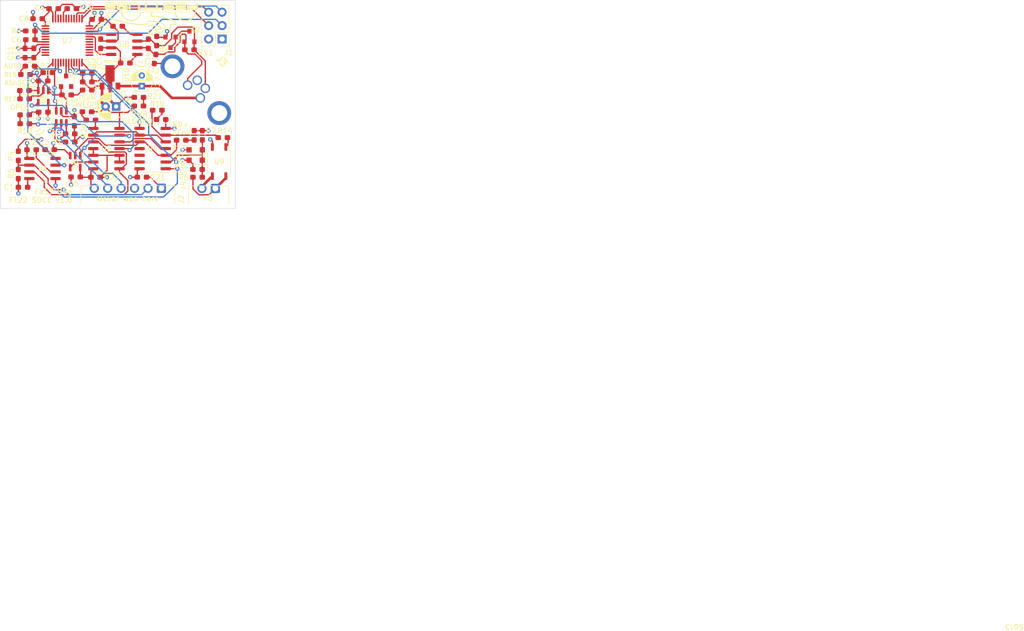
<source format=kicad_pcb>
(kicad_pcb (version 20171130) (host pcbnew 5.1.6)

  (general
    (thickness 1.6)
    (drawings 18)
    (tracks 560)
    (zones 0)
    (modules 74)
    (nets 76)
  )

  (page A4)
  (layers
    (0 F.Cu signal)
    (1 3V3.Cu power hide)
    (2 GND.Cu power hide)
    (31 B.Cu signal)
    (33 F.Adhes user)
    (35 F.Paste user)
    (37 F.SilkS user)
    (39 F.Mask user)
    (40 Dwgs.User user hide)
    (41 Cmts.User user hide)
    (42 Eco1.User user hide)
    (43 Eco2.User user hide)
    (44 Edge.Cuts user)
    (45 Margin user)
    (46 B.CrtYd user hide)
    (47 F.CrtYd user)
    (49 F.Fab user hide)
  )

  (setup
    (last_trace_width 0.25)
    (user_trace_width 0.5)
    (user_trace_width 1)
    (trace_clearance 0.2)
    (zone_clearance 0.508)
    (zone_45_only no)
    (trace_min 0.2)
    (via_size 0.8)
    (via_drill 0.4)
    (via_min_size 0.4)
    (via_min_drill 0.3)
    (uvia_size 0.3)
    (uvia_drill 0.1)
    (uvias_allowed no)
    (uvia_min_size 0.2)
    (uvia_min_drill 0.1)
    (edge_width 0.1)
    (segment_width 0.2)
    (pcb_text_width 0.3)
    (pcb_text_size 1.5 1.5)
    (mod_edge_width 0.15)
    (mod_text_size 1 1)
    (mod_text_width 0.15)
    (pad_size 4.5 4.5)
    (pad_drill 3)
    (pad_to_mask_clearance 0)
    (aux_axis_origin 0 0)
    (visible_elements FFFFFF7F)
    (pcbplotparams
      (layerselection 0x010fc_ffffffff)
      (usegerberextensions false)
      (usegerberattributes true)
      (usegerberadvancedattributes true)
      (creategerberjobfile true)
      (excludeedgelayer true)
      (linewidth 0.100000)
      (plotframeref false)
      (viasonmask false)
      (mode 1)
      (useauxorigin false)
      (hpglpennumber 1)
      (hpglpenspeed 20)
      (hpglpendiameter 15.000000)
      (psnegative false)
      (psa4output false)
      (plotreference true)
      (plotvalue true)
      (plotinvisibletext false)
      (padsonsilk false)
      (subtractmaskfromsilk false)
      (outputformat 1)
      (mirror false)
      (drillshape 1)
      (scaleselection 1)
      (outputdirectory ""))
  )

  (net 0 "")
  (net 1 GND)
  (net 2 +3V3)
  (net 3 NRST)
  (net 4 CAN_H)
  (net 5 CAN_L)
  (net 6 +12V)
  (net 7 SDC_in_3V3)
  (net 8 "Net-(D2-Pad3)")
  (net 9 TS_activate_MUXed)
  (net 10 TRACESWO)
  (net 11 SWDIO)
  (net 12 SWCLK)
  (net 13 ~SDC_reset~)
  (net 14 "Net-(J2-Pad3)")
  (net 15 TS_activate_ext)
  (net 16 TS_activate_dash)
  (net 17 SDC_in)
  (net 18 SDC_out)
  (net 19 To_SDC_relais)
  (net 20 AS_driving_mode)
  (net 21 AS_close_SDC)
  (net 22 "Net-(R12-Pad1)")
  (net 23 Watchdog)
  (net 24 SDC_is_ready)
  (net 25 "Net-(U7-Pad46)")
  (net 26 "Net-(U7-Pad45)")
  (net 27 "Net-(U7-Pad43)")
  (net 28 "Net-(U7-Pad42)")
  (net 29 "Net-(U7-Pad41)")
  (net 30 "Net-(U7-Pad40)")
  (net 31 "Net-(U7-Pad38)")
  (net 32 CAN_TX)
  (net 33 CAN_RX)
  (net 34 "Net-(U7-Pad31)")
  (net 35 "Net-(U7-Pad30)")
  (net 36 "Net-(U7-Pad29)")
  (net 37 "Net-(U7-Pad28)")
  (net 38 "Net-(U7-Pad27)")
  (net 39 "Net-(U7-Pad26)")
  (net 40 "Net-(U7-Pad25)")
  (net 41 "Net-(U7-Pad22)")
  (net 42 "Net-(U7-Pad21)")
  (net 43 "Net-(U7-Pad17)")
  (net 44 "Net-(U7-Pad16)")
  (net 45 "Net-(U7-Pad12)")
  (net 46 "Net-(U7-Pad11)")
  (net 47 "Net-(U7-Pad10)")
  (net 48 "Net-(U7-Pad6)")
  (net 49 "Net-(U7-Pad5)")
  (net 50 "Net-(U7-Pad4)")
  (net 51 "Net-(U7-Pad3)")
  (net 52 "Net-(U7-Pad2)")
  (net 53 "Net-(R14-Pad2)")
  (net 54 "Net-(R10-Pad1)")
  (net 55 "Net-(D5-Pad2)")
  (net 56 "Net-(D6-Pad2)")
  (net 57 "Net-(D7-Pad2)")
  (net 58 "Net-(D9-Pad2)")
  (net 59 "Net-(D10-Pad2)")
  (net 60 "Net-(D11-Pad2)")
  (net 61 "Net-(D12-Pad2)")
  (net 62 "Net-(D13-Pad2)")
  (net 63 "/Non-Programmable Logic/~WDO~")
  (net 64 "/Non-Programmable Logic/RP")
  (net 65 "/Non-Programmable Logic/WP")
  (net 66 "/Non-Programmable Logic/correct_button_pressed")
  (net 67 "/Non-Programmable Logic/close_while_allowed")
  (net 68 "/Non-Programmable Logic/reopened")
  (net 69 "/Non-Programmable Logic/~reset_all~")
  (net 70 "/Non-Programmable Logic/closing_allowed")
  (net 71 "/Non-Programmable Logic/~reopen~")
  (net 72 "/Non-Programmable Logic/WD_and_SDCin_ok")
  (net 73 "/Non-Programmable Logic/~try_close~")
  (net 74 "/Non-Programmable Logic/still_initial_open")
  (net 75 "Net-(R!1-Pad2)")

  (net_class Default "This is the default net class."
    (clearance 0.2)
    (trace_width 0.25)
    (via_dia 0.8)
    (via_drill 0.4)
    (uvia_dia 0.3)
    (uvia_drill 0.1)
    (add_net +12V)
    (add_net +3V3)
    (add_net "/Non-Programmable Logic/RP")
    (add_net "/Non-Programmable Logic/WD_and_SDCin_ok")
    (add_net "/Non-Programmable Logic/WP")
    (add_net "/Non-Programmable Logic/close_while_allowed")
    (add_net "/Non-Programmable Logic/closing_allowed")
    (add_net "/Non-Programmable Logic/correct_button_pressed")
    (add_net "/Non-Programmable Logic/reopened")
    (add_net "/Non-Programmable Logic/still_initial_open")
    (add_net "/Non-Programmable Logic/~WDO~")
    (add_net "/Non-Programmable Logic/~reopen~")
    (add_net "/Non-Programmable Logic/~reset_all~")
    (add_net "/Non-Programmable Logic/~try_close~")
    (add_net AS_close_SDC)
    (add_net AS_driving_mode)
    (add_net CAN_H)
    (add_net CAN_L)
    (add_net CAN_RX)
    (add_net CAN_TX)
    (add_net GND)
    (add_net NRST)
    (add_net "Net-(D10-Pad2)")
    (add_net "Net-(D11-Pad2)")
    (add_net "Net-(D12-Pad2)")
    (add_net "Net-(D13-Pad2)")
    (add_net "Net-(D2-Pad3)")
    (add_net "Net-(D5-Pad2)")
    (add_net "Net-(D6-Pad2)")
    (add_net "Net-(D7-Pad2)")
    (add_net "Net-(D9-Pad2)")
    (add_net "Net-(J2-Pad3)")
    (add_net "Net-(R!1-Pad2)")
    (add_net "Net-(R10-Pad1)")
    (add_net "Net-(R12-Pad1)")
    (add_net "Net-(R14-Pad2)")
    (add_net "Net-(U7-Pad10)")
    (add_net "Net-(U7-Pad11)")
    (add_net "Net-(U7-Pad12)")
    (add_net "Net-(U7-Pad16)")
    (add_net "Net-(U7-Pad17)")
    (add_net "Net-(U7-Pad2)")
    (add_net "Net-(U7-Pad21)")
    (add_net "Net-(U7-Pad22)")
    (add_net "Net-(U7-Pad25)")
    (add_net "Net-(U7-Pad26)")
    (add_net "Net-(U7-Pad27)")
    (add_net "Net-(U7-Pad28)")
    (add_net "Net-(U7-Pad29)")
    (add_net "Net-(U7-Pad3)")
    (add_net "Net-(U7-Pad30)")
    (add_net "Net-(U7-Pad31)")
    (add_net "Net-(U7-Pad38)")
    (add_net "Net-(U7-Pad4)")
    (add_net "Net-(U7-Pad40)")
    (add_net "Net-(U7-Pad41)")
    (add_net "Net-(U7-Pad42)")
    (add_net "Net-(U7-Pad43)")
    (add_net "Net-(U7-Pad45)")
    (add_net "Net-(U7-Pad46)")
    (add_net "Net-(U7-Pad5)")
    (add_net "Net-(U7-Pad6)")
    (add_net SDC_in)
    (add_net SDC_in_3V3)
    (add_net SDC_is_ready)
    (add_net SDC_out)
    (add_net SWCLK)
    (add_net SWDIO)
    (add_net TRACESWO)
    (add_net TS_activate_MUXed)
    (add_net TS_activate_dash)
    (add_net TS_activate_ext)
    (add_net To_SDC_relais)
    (add_net Watchdog)
    (add_net ~SDC_reset~)
  )

  (module Custom:SC-74A-5_1.5x2.9mm_P0.95mm (layer F.Cu) (tedit 61BBD969) (tstamp 61B54E3C)
    (at 152.608577 97.810281 270)
    (descr "SC-74, 6 Pin (https://www.nxp.com/docs/en/package-information/SOT457.pdf), generated with kicad-footprint-generator ipc_gullwing_generator.py")
    (tags "SC-74 SO")
    (path /61A897B7/61B3FC7A)
    (attr smd)
    (fp_text reference U6 (at 0.575518 -0.031105 90) (layer F.SilkS)
      (effects (font (size 0.9 0.9) (thickness 0.15)))
    )
    (fp_text value MC74HC1G32 (at 0 2.4 90) (layer F.Fab)
      (effects (font (size 1 1) (thickness 0.15)))
    )
    (fp_text user %R (at 0 0 90) (layer F.Fab)
      (effects (font (size 0.38 0.38) (thickness 0.06)))
    )
    (fp_line (start 0 1.56) (end 0.75 1.56) (layer F.SilkS) (width 0.12))
    (fp_line (start 0 1.56) (end -0.75 1.56) (layer F.SilkS) (width 0.12))
    (fp_line (start 0 -1.56) (end 0.75 -1.56) (layer F.SilkS) (width 0.12))
    (fp_line (start 0 -1.56) (end -1.85 -1.56) (layer F.SilkS) (width 0.12))
    (fp_line (start -0.375 -1.45) (end 0.75 -1.45) (layer F.Fab) (width 0.1))
    (fp_line (start 0.75 -1.45) (end 0.75 1.45) (layer F.Fab) (width 0.1))
    (fp_line (start 0.75 1.45) (end -0.75 1.45) (layer F.Fab) (width 0.1))
    (fp_line (start -0.75 1.45) (end -0.75 -1.075) (layer F.Fab) (width 0.1))
    (fp_line (start -0.75 -1.075) (end -0.375 -1.45) (layer F.Fab) (width 0.1))
    (fp_line (start -2.1 -1.7) (end -2.1 1.7) (layer F.CrtYd) (width 0.05))
    (fp_line (start -2.1 1.7) (end 2.1 1.7) (layer F.CrtYd) (width 0.05))
    (fp_line (start 2.1 1.7) (end 2.1 -1.7) (layer F.CrtYd) (width 0.05))
    (fp_line (start 2.1 -1.7) (end -2.1 -1.7) (layer F.CrtYd) (width 0.05))
    (pad 5 smd roundrect (at 1.1375 -0.95 270) (size 1.425 0.5) (layers F.Cu F.Paste F.Mask) (roundrect_rratio 0.25)
      (net 2 +3V3))
    (pad 4 smd roundrect (at 1.1375 0.95 270) (size 1.425 0.5) (layers F.Cu F.Paste F.Mask) (roundrect_rratio 0.25)
      (net 71 "/Non-Programmable Logic/~reopen~"))
    (pad 3 smd roundrect (at -1.1375 0.95 270) (size 1.425 0.5) (layers F.Cu F.Paste F.Mask) (roundrect_rratio 0.25)
      (net 1 GND))
    (pad 2 smd roundrect (at -1.1375 0 270) (size 1.425 0.5) (layers F.Cu F.Paste F.Mask) (roundrect_rratio 0.25)
      (net 72 "/Non-Programmable Logic/WD_and_SDCin_ok"))
    (pad 1 smd roundrect (at -1.1375 -0.95 270) (size 1.425 0.5) (layers F.Cu F.Paste F.Mask) (roundrect_rratio 0.25)
      (net 74 "/Non-Programmable Logic/still_initial_open"))
    (model :SDCL:SC-74.3dshapes/SC-74-5.stp
      (at (xyz 0 0 0))
      (scale (xyz 1 1 1))
      (rotate (xyz 0 0 90))
    )
  )

  (module Custom:SC-74A-5_1.5x2.9mm_P0.95mm (layer F.Cu) (tedit 61BBD969) (tstamp 61B54DA9)
    (at 146.566812 85.512974 270)
    (descr "SC-74, 6 Pin (https://www.nxp.com/docs/en/package-information/SOT457.pdf), generated with kicad-footprint-generator ipc_gullwing_generator.py")
    (tags "SC-74 SO")
    (path /61A897B7/61B3096F)
    (attr smd)
    (fp_text reference U3 (at 0.565778 -0.034074 90) (layer F.SilkS)
      (effects (font (size 0.8 0.8) (thickness 0.15)))
    )
    (fp_text value MC74HC1G00 (at 0 2.4 90) (layer F.Fab)
      (effects (font (size 1 1) (thickness 0.15)))
    )
    (fp_text user %R (at 0 0 90) (layer F.Fab)
      (effects (font (size 0.38 0.38) (thickness 0.06)))
    )
    (fp_line (start 0 1.56) (end 0.75 1.56) (layer F.SilkS) (width 0.12))
    (fp_line (start 0 1.56) (end -0.75 1.56) (layer F.SilkS) (width 0.12))
    (fp_line (start 0 -1.56) (end 0.75 -1.56) (layer F.SilkS) (width 0.12))
    (fp_line (start 0 -1.56) (end -1.85 -1.56) (layer F.SilkS) (width 0.12))
    (fp_line (start -0.375 -1.45) (end 0.75 -1.45) (layer F.Fab) (width 0.1))
    (fp_line (start 0.75 -1.45) (end 0.75 1.45) (layer F.Fab) (width 0.1))
    (fp_line (start 0.75 1.45) (end -0.75 1.45) (layer F.Fab) (width 0.1))
    (fp_line (start -0.75 1.45) (end -0.75 -1.075) (layer F.Fab) (width 0.1))
    (fp_line (start -0.75 -1.075) (end -0.375 -1.45) (layer F.Fab) (width 0.1))
    (fp_line (start -2.1 -1.7) (end -2.1 1.7) (layer F.CrtYd) (width 0.05))
    (fp_line (start -2.1 1.7) (end 2.1 1.7) (layer F.CrtYd) (width 0.05))
    (fp_line (start 2.1 1.7) (end 2.1 -1.7) (layer F.CrtYd) (width 0.05))
    (fp_line (start 2.1 -1.7) (end -2.1 -1.7) (layer F.CrtYd) (width 0.05))
    (pad 5 smd roundrect (at 1.1375 -0.95 270) (size 1.425 0.5) (layers F.Cu F.Paste F.Mask) (roundrect_rratio 0.25)
      (net 2 +3V3))
    (pad 4 smd roundrect (at 1.1375 0.95 270) (size 1.425 0.5) (layers F.Cu F.Paste F.Mask) (roundrect_rratio 0.25)
      (net 73 "/Non-Programmable Logic/~try_close~"))
    (pad 3 smd roundrect (at -1.1375 0.95 270) (size 1.425 0.5) (layers F.Cu F.Paste F.Mask) (roundrect_rratio 0.25)
      (net 1 GND))
    (pad 2 smd roundrect (at -1.1375 0 270) (size 1.425 0.5) (layers F.Cu F.Paste F.Mask) (roundrect_rratio 0.25)
      (net 21 AS_close_SDC))
    (pad 1 smd roundrect (at -1.1375 -0.95 270) (size 1.425 0.5) (layers F.Cu F.Paste F.Mask) (roundrect_rratio 0.25)
      (net 66 "/Non-Programmable Logic/correct_button_pressed"))
    (model :SDCL:SC-74.3dshapes/SC-74-5.stp
      (at (xyz 0 0 0))
      (scale (xyz 1 1 1))
      (rotate (xyz 0 0 90))
    )
  )

  (module Custom:SC-74-6_1.5x2.9mm_P0.95mm (layer F.Cu) (tedit 61BBD8F1) (tstamp 61B5507C)
    (at 149.968436 89.363424 90)
    (descr "SC-74, 6 Pin (https://www.nxp.com/docs/en/package-information/SOT457.pdf), generated with kicad-footprint-generator ipc_gullwing_generator.py")
    (tags "SC-74 SO")
    (path /61A897B7/61B6A3BA)
    (attr smd)
    (fp_text reference U1 (at -1.796282 -2.267451 270) (layer F.SilkS)
      (effects (font (size 0.9 0.9) (thickness 0.15)))
    )
    (fp_text value NL17SZ157 (at 0 2 270) (layer F.Fab)
      (effects (font (size 1 1) (thickness 0.15)))
    )
    (fp_line (start 0 1.56) (end 0.75 1.56) (layer F.SilkS) (width 0.12))
    (fp_line (start 0 1.56) (end -0.75 1.56) (layer F.SilkS) (width 0.12))
    (fp_line (start 0 -1.56) (end 0.75 -1.56) (layer F.SilkS) (width 0.12))
    (fp_line (start 0 -1.56) (end -1.85 -1.56) (layer F.SilkS) (width 0.12))
    (fp_line (start -0.375 -1.45) (end 0.75 -1.45) (layer F.Fab) (width 0.1))
    (fp_line (start 0.75 -1.45) (end 0.75 1.45) (layer F.Fab) (width 0.1))
    (fp_line (start 0.75 1.45) (end -0.75 1.45) (layer F.Fab) (width 0.1))
    (fp_line (start -0.75 1.45) (end -0.75 -1.075) (layer F.Fab) (width 0.1))
    (fp_line (start -0.75 -1.075) (end -0.375 -1.45) (layer F.Fab) (width 0.1))
    (fp_line (start -2.1 -1.7) (end -2.1 1.7) (layer F.CrtYd) (width 0.05))
    (fp_line (start -2.1 1.7) (end 2.1 1.7) (layer F.CrtYd) (width 0.05))
    (fp_line (start 2.1 1.7) (end 2.1 -1.7) (layer F.CrtYd) (width 0.05))
    (fp_line (start 2.1 -1.7) (end -2.1 -1.7) (layer F.CrtYd) (width 0.05))
    (fp_text user %R (at -0.06 0) (layer F.Fab)
      (effects (font (size 0.5 0.5) (thickness 0.075)))
    )
    (pad 6 smd roundrect (at 1.1375 -0.95 90) (size 1.425 0.5) (layers F.Cu F.Paste F.Mask) (roundrect_rratio 0.25)
      (net 20 AS_driving_mode))
    (pad 5 smd roundrect (at 1.1375 0 90) (size 1.425 0.5) (layers F.Cu F.Paste F.Mask) (roundrect_rratio 0.25)
      (net 2 +3V3))
    (pad 4 smd roundrect (at 1.1375 0.95 90) (size 1.425 0.5) (layers F.Cu F.Paste F.Mask) (roundrect_rratio 0.25)
      (net 66 "/Non-Programmable Logic/correct_button_pressed"))
    (pad 3 smd roundrect (at -1.1375 0.95 90) (size 1.425 0.5) (layers F.Cu F.Paste F.Mask) (roundrect_rratio 0.25)
      (net 16 TS_activate_dash))
    (pad 2 smd roundrect (at -1.1375 0 90) (size 1.425 0.5) (layers F.Cu F.Paste F.Mask) (roundrect_rratio 0.25)
      (net 1 GND))
    (pad 1 smd roundrect (at -1.1375 -0.95 90) (size 1.425 0.5) (layers F.Cu F.Paste F.Mask) (roundrect_rratio 0.25)
      (net 15 TS_activate_ext))
    (model ${KIPRJMOD}/packages3d/SC-74.3dshapes/SC-74-6.stp
      (at (xyz 0 0 0))
      (scale (xyz 1 1 1))
      (rotate (xyz 0 0 90))
    )
  )

  (module Resistor_SMD:R_0603_1608Metric_Pad1.05x0.95mm_HandSolder (layer F.Cu) (tedit 5B301BBD) (tstamp 61BBD3C0)
    (at 162.075854 79.178047)
    (descr "Resistor SMD 0603 (1608 Metric), square (rectangular) end terminal, IPC_7351 nominal with elongated pad for handsoldering. (Body size source: http://www.tortai-tech.com/upload/download/2011102023233369053.pdf), generated with kicad-footprint-generator")
    (tags "resistor handsolder")
    (path /61BCE4F2/61BF7CE9)
    (attr smd)
    (fp_text reference R!1 (at 0 -1.43) (layer F.SilkS) hide
      (effects (font (size 1 1) (thickness 0.15)))
    )
    (fp_text value ∞ (at 0 1.43) (layer F.Fab)
      (effects (font (size 1 1) (thickness 0.15)))
    )
    (fp_line (start 1.65 0.73) (end -1.65 0.73) (layer F.CrtYd) (width 0.05))
    (fp_line (start 1.65 -0.73) (end 1.65 0.73) (layer F.CrtYd) (width 0.05))
    (fp_line (start -1.65 -0.73) (end 1.65 -0.73) (layer F.CrtYd) (width 0.05))
    (fp_line (start -1.65 0.73) (end -1.65 -0.73) (layer F.CrtYd) (width 0.05))
    (fp_line (start -0.171267 0.51) (end 0.171267 0.51) (layer F.SilkS) (width 0.12))
    (fp_line (start -0.171267 -0.51) (end 0.171267 -0.51) (layer F.SilkS) (width 0.12))
    (fp_line (start 0.8 0.4) (end -0.8 0.4) (layer F.Fab) (width 0.1))
    (fp_line (start 0.8 -0.4) (end 0.8 0.4) (layer F.Fab) (width 0.1))
    (fp_line (start -0.8 -0.4) (end 0.8 -0.4) (layer F.Fab) (width 0.1))
    (fp_line (start -0.8 0.4) (end -0.8 -0.4) (layer F.Fab) (width 0.1))
    (fp_text user %R (at 0 0) (layer F.Fab)
      (effects (font (size 0.4 0.4) (thickness 0.06)))
    )
    (pad 2 smd roundrect (at 0.875 0) (size 1.05 0.95) (layers F.Cu F.Paste F.Mask) (roundrect_rratio 0.25)
      (net 75 "Net-(R!1-Pad2)"))
    (pad 1 smd roundrect (at -0.875 0) (size 1.05 0.95) (layers F.Cu F.Paste F.Mask) (roundrect_rratio 0.25)
      (net 2 +3V3))
    (model ${KISYS3DMOD}/Resistor_SMD.3dshapes/R_0603_1608Metric.wrl
      (at (xyz 0 0 0))
      (scale (xyz 1 1 1))
      (rotate (xyz 0 0 0))
    )
  )

  (module Package_SO:SOIC-8_3.9x4.9mm_P1.27mm (layer F.Cu) (tedit 5D9F72B1) (tstamp 61B5517B)
    (at 161.888506 75.655834)
    (descr "SOIC, 8 Pin (JEDEC MS-012AA, https://www.analog.com/media/en/package-pcb-resources/package/pkg_pdf/soic_narrow-r/r_8.pdf), generated with kicad-footprint-generator ipc_gullwing_generator.py")
    (tags "SOIC SO")
    (path /61BCE4F2/61D66C8F)
    (attr smd)
    (fp_text reference U8 (at 0.000029 0.002995) (layer F.SilkS)
      (effects (font (size 1 1) (thickness 0.15)))
    )
    (fp_text value SN65HVD231 (at -5.08 -3.81) (layer F.Fab)
      (effects (font (size 1 1) (thickness 0.15)))
    )
    (fp_line (start 0 2.56) (end 1.95 2.56) (layer F.SilkS) (width 0.12))
    (fp_line (start 0 2.56) (end -1.95 2.56) (layer F.SilkS) (width 0.12))
    (fp_line (start 0 -2.56) (end 1.95 -2.56) (layer F.SilkS) (width 0.12))
    (fp_line (start 0 -2.56) (end -3.45 -2.56) (layer F.SilkS) (width 0.12))
    (fp_line (start -0.975 -2.45) (end 1.95 -2.45) (layer F.Fab) (width 0.1))
    (fp_line (start 1.95 -2.45) (end 1.95 2.45) (layer F.Fab) (width 0.1))
    (fp_line (start 1.95 2.45) (end -1.95 2.45) (layer F.Fab) (width 0.1))
    (fp_line (start -1.95 2.45) (end -1.95 -1.475) (layer F.Fab) (width 0.1))
    (fp_line (start -1.95 -1.475) (end -0.975 -2.45) (layer F.Fab) (width 0.1))
    (fp_line (start -3.7 -2.7) (end -3.7 2.7) (layer F.CrtYd) (width 0.05))
    (fp_line (start -3.7 2.7) (end 3.7 2.7) (layer F.CrtYd) (width 0.05))
    (fp_line (start 3.7 2.7) (end 3.7 -2.7) (layer F.CrtYd) (width 0.05))
    (fp_line (start 3.7 -2.7) (end -3.7 -2.7) (layer F.CrtYd) (width 0.05))
    (fp_text user %R (at 0 0) (layer F.Fab)
      (effects (font (size 0.98 0.98) (thickness 0.15)))
    )
    (pad 8 smd roundrect (at 2.475 -1.905) (size 1.95 0.6) (layers F.Cu F.Paste F.Mask) (roundrect_rratio 0.25)
      (net 22 "Net-(R12-Pad1)"))
    (pad 7 smd roundrect (at 2.475 -0.635) (size 1.95 0.6) (layers F.Cu F.Paste F.Mask) (roundrect_rratio 0.25)
      (net 4 CAN_H))
    (pad 6 smd roundrect (at 2.475 0.635) (size 1.95 0.6) (layers F.Cu F.Paste F.Mask) (roundrect_rratio 0.25)
      (net 5 CAN_L))
    (pad 5 smd roundrect (at 2.475 1.905) (size 1.95 0.6) (layers F.Cu F.Paste F.Mask) (roundrect_rratio 0.25)
      (net 75 "Net-(R!1-Pad2)"))
    (pad 4 smd roundrect (at -2.475 1.905) (size 1.95 0.6) (layers F.Cu F.Paste F.Mask) (roundrect_rratio 0.25)
      (net 33 CAN_RX))
    (pad 3 smd roundrect (at -2.475 0.635) (size 1.95 0.6) (layers F.Cu F.Paste F.Mask) (roundrect_rratio 0.25)
      (net 2 +3V3))
    (pad 2 smd roundrect (at -2.475 -0.635) (size 1.95 0.6) (layers F.Cu F.Paste F.Mask) (roundrect_rratio 0.25)
      (net 1 GND))
    (pad 1 smd roundrect (at -2.475 -1.905) (size 1.95 0.6) (layers F.Cu F.Paste F.Mask) (roundrect_rratio 0.25)
      (net 32 CAN_TX))
    (model ${KISYS3DMOD}/Package_SO.3dshapes/SOIC-8_3.9x4.9mm_P1.27mm.wrl
      (at (xyz 0 0 0))
      (scale (xyz 1 1 1))
      (rotate (xyz 0 0 0))
    )
  )

  (module "" (layer F.Cu) (tedit 0) (tstamp 0)
    (at 154.94 86.36)
    (fp_text reference "" (at 175.379275 97.559263) (layer F.SilkS)
      (effects (font (size 1.27 1.27) (thickness 0.15)))
    )
    (fp_text value "" (at 175.379275 97.559263) (layer F.SilkS)
      (effects (font (size 1.27 1.27) (thickness 0.15)))
    )
    (fp_text user CLOS (at 175.250762 99.487276 180) (layer F.SilkS)
      (effects (font (size 0.9 0.9) (thickness 0.15)))
    )
  )

  (module Diode_SMD:D_SOD-323_HandSoldering (layer F.Cu) (tedit 58641869) (tstamp 61BA8D31)
    (at 175.379275 97.559263 180)
    (descr SOD-323)
    (tags SOD-323)
    (path /61BBA8EA/61BC341D)
    (attr smd)
    (fp_text reference D8 (at 2.984564 -0.500185) (layer F.SilkS)
      (effects (font (size 1 1) (thickness 0.15)))
    )
    (fp_text value D_TVS (at 0.1 1.9) (layer F.Fab)
      (effects (font (size 1 1) (thickness 0.15)))
    )
    (fp_line (start -1.9 -0.85) (end -1.9 0.85) (layer F.SilkS) (width 0.12))
    (fp_line (start 0.2 0) (end 0.45 0) (layer F.Fab) (width 0.1))
    (fp_line (start 0.2 0.35) (end -0.3 0) (layer F.Fab) (width 0.1))
    (fp_line (start 0.2 -0.35) (end 0.2 0.35) (layer F.Fab) (width 0.1))
    (fp_line (start -0.3 0) (end 0.2 -0.35) (layer F.Fab) (width 0.1))
    (fp_line (start -0.3 0) (end -0.5 0) (layer F.Fab) (width 0.1))
    (fp_line (start -0.3 -0.35) (end -0.3 0.35) (layer F.Fab) (width 0.1))
    (fp_line (start -0.9 0.7) (end -0.9 -0.7) (layer F.Fab) (width 0.1))
    (fp_line (start 0.9 0.7) (end -0.9 0.7) (layer F.Fab) (width 0.1))
    (fp_line (start 0.9 -0.7) (end 0.9 0.7) (layer F.Fab) (width 0.1))
    (fp_line (start -0.9 -0.7) (end 0.9 -0.7) (layer F.Fab) (width 0.1))
    (fp_line (start -2 -0.95) (end 2 -0.95) (layer F.CrtYd) (width 0.05))
    (fp_line (start 2 -0.95) (end 2 0.95) (layer F.CrtYd) (width 0.05))
    (fp_line (start -2 0.95) (end 2 0.95) (layer F.CrtYd) (width 0.05))
    (fp_line (start -2 -0.95) (end -2 0.95) (layer F.CrtYd) (width 0.05))
    (fp_line (start -1.9 0.85) (end 1.25 0.85) (layer F.SilkS) (width 0.12))
    (fp_line (start -1.9 -0.85) (end 1.25 -0.85) (layer F.SilkS) (width 0.12))
    (fp_text user %R (at 0 -1.85) (layer F.Fab)
      (effects (font (size 1 1) (thickness 0.15)))
    )
    (pad 2 smd rect (at 1.25 0 180) (size 1 1) (layers F.Cu F.Paste F.Mask)
      (net 1 GND))
    (pad 1 smd rect (at -1.25 0 180) (size 1 1) (layers F.Cu F.Paste F.Mask)
      (net 7 SDC_in_3V3))
    (model ${KISYS3DMOD}/Diode_SMD.3dshapes/D_SOD-323.wrl
      (at (xyz 0 0 0))
      (scale (xyz 1 1 1))
      (rotate (xyz 0 0 0))
    )
  )

  (module Diode_SMD:D_SOD-323_HandSoldering (layer F.Cu) (tedit 58641869) (tstamp 61BA8C2B)
    (at 175.391171 95.596543)
    (descr SOD-323)
    (tags SOD-323)
    (path /61BBA8EA/61BC3417)
    (attr smd)
    (fp_text reference D1 (at -2.98448 0.881531) (layer F.SilkS)
      (effects (font (size 1 1) (thickness 0.15)))
    )
    (fp_text value D_TVS (at 0.1 1.9) (layer F.Fab)
      (effects (font (size 1 1) (thickness 0.15)))
    )
    (fp_line (start -1.9 -0.85) (end -1.9 0.85) (layer F.SilkS) (width 0.12))
    (fp_line (start 0.2 0) (end 0.45 0) (layer F.Fab) (width 0.1))
    (fp_line (start 0.2 0.35) (end -0.3 0) (layer F.Fab) (width 0.1))
    (fp_line (start 0.2 -0.35) (end 0.2 0.35) (layer F.Fab) (width 0.1))
    (fp_line (start -0.3 0) (end 0.2 -0.35) (layer F.Fab) (width 0.1))
    (fp_line (start -0.3 0) (end -0.5 0) (layer F.Fab) (width 0.1))
    (fp_line (start -0.3 -0.35) (end -0.3 0.35) (layer F.Fab) (width 0.1))
    (fp_line (start -0.9 0.7) (end -0.9 -0.7) (layer F.Fab) (width 0.1))
    (fp_line (start 0.9 0.7) (end -0.9 0.7) (layer F.Fab) (width 0.1))
    (fp_line (start 0.9 -0.7) (end 0.9 0.7) (layer F.Fab) (width 0.1))
    (fp_line (start -0.9 -0.7) (end 0.9 -0.7) (layer F.Fab) (width 0.1))
    (fp_line (start -2 -0.95) (end 2 -0.95) (layer F.CrtYd) (width 0.05))
    (fp_line (start 2 -0.95) (end 2 0.95) (layer F.CrtYd) (width 0.05))
    (fp_line (start -2 0.95) (end 2 0.95) (layer F.CrtYd) (width 0.05))
    (fp_line (start -2 -0.95) (end -2 0.95) (layer F.CrtYd) (width 0.05))
    (fp_line (start -1.9 0.85) (end 1.25 0.85) (layer F.SilkS) (width 0.12))
    (fp_line (start -1.9 -0.85) (end 1.25 -0.85) (layer F.SilkS) (width 0.12))
    (fp_text user %R (at 0 -1.85) (layer F.Fab)
      (effects (font (size 1 1) (thickness 0.15)))
    )
    (pad 2 smd rect (at 1.25 0) (size 1 1) (layers F.Cu F.Paste F.Mask)
      (net 7 SDC_in_3V3))
    (pad 1 smd rect (at -1.25 0) (size 1 1) (layers F.Cu F.Paste F.Mask)
      (net 2 +3V3))
    (model ${KISYS3DMOD}/Diode_SMD.3dshapes/D_SOD-323.wrl
      (at (xyz 0 0 0))
      (scale (xyz 1 1 1))
      (rotate (xyz 0 0 0))
    )
  )

  (module Capacitor_SMD:C_0603_1608Metric_Pad1.05x0.95mm_HandSolder (layer F.Cu) (tedit 5B301BBE) (tstamp 61BA8C13)
    (at 175.737797 99.303391)
    (descr "Capacitor SMD 0603 (1608 Metric), square (rectangular) end terminal, IPC_7351 nominal with elongated pad for handsoldering. (Body size source: http://www.tortai-tech.com/upload/download/2011102023233369053.pdf), generated with kicad-footprint-generator")
    (tags "capacitor handsolder")
    (path /61BBA8EA/61BC340A)
    (attr smd)
    (fp_text reference C23 (at -3.132421 0.053925) (layer F.SilkS)
      (effects (font (size 1 1) (thickness 0.15)))
    )
    (fp_text value 100nF (at 0 1.43) (layer F.Fab)
      (effects (font (size 1 1) (thickness 0.15)))
    )
    (fp_line (start -0.8 0.4) (end -0.8 -0.4) (layer F.Fab) (width 0.1))
    (fp_line (start -0.8 -0.4) (end 0.8 -0.4) (layer F.Fab) (width 0.1))
    (fp_line (start 0.8 -0.4) (end 0.8 0.4) (layer F.Fab) (width 0.1))
    (fp_line (start 0.8 0.4) (end -0.8 0.4) (layer F.Fab) (width 0.1))
    (fp_line (start -0.171267 -0.51) (end 0.171267 -0.51) (layer F.SilkS) (width 0.12))
    (fp_line (start -0.171267 0.51) (end 0.171267 0.51) (layer F.SilkS) (width 0.12))
    (fp_line (start -1.65 0.73) (end -1.65 -0.73) (layer F.CrtYd) (width 0.05))
    (fp_line (start -1.65 -0.73) (end 1.65 -0.73) (layer F.CrtYd) (width 0.05))
    (fp_line (start 1.65 -0.73) (end 1.65 0.73) (layer F.CrtYd) (width 0.05))
    (fp_line (start 1.65 0.73) (end -1.65 0.73) (layer F.CrtYd) (width 0.05))
    (fp_text user %R (at 0 0) (layer F.Fab)
      (effects (font (size 0.4 0.4) (thickness 0.06)))
    )
    (pad 2 smd roundrect (at 0.875 0) (size 1.05 0.95) (layers F.Cu F.Paste F.Mask) (roundrect_rratio 0.25)
      (net 7 SDC_in_3V3))
    (pad 1 smd roundrect (at -0.875 0) (size 1.05 0.95) (layers F.Cu F.Paste F.Mask) (roundrect_rratio 0.25)
      (net 1 GND))
    (model ${KISYS3DMOD}/Capacitor_SMD.3dshapes/C_0603_1608Metric.wrl
      (at (xyz 0 0 0))
      (scale (xyz 1 1 1))
      (rotate (xyz 0 0 0))
    )
  )

  (module Capacitor_SMD:C_0603_1608Metric_Pad1.05x0.95mm_HandSolder (layer F.Cu) (tedit 5B301BBE) (tstamp 61B8F3AF)
    (at 152.685043 100.722398)
    (descr "Capacitor SMD 0603 (1608 Metric), square (rectangular) end terminal, IPC_7351 nominal with elongated pad for handsoldering. (Body size source: http://www.tortai-tech.com/upload/download/2011102023233369053.pdf), generated with kicad-footprint-generator")
    (tags "capacitor handsolder")
    (path /61A897B7/61BC6966)
    (attr smd)
    (fp_text reference C20 (at -0.741892 1.363184) (layer F.SilkS)
      (effects (font (size 0.9 0.9) (thickness 0.12)))
    )
    (fp_text value 100nF (at 0 1.43) (layer F.Fab)
      (effects (font (size 1 1) (thickness 0.15)))
    )
    (fp_line (start 1.65 0.73) (end -1.65 0.73) (layer F.CrtYd) (width 0.05))
    (fp_line (start 1.65 -0.73) (end 1.65 0.73) (layer F.CrtYd) (width 0.05))
    (fp_line (start -1.65 -0.73) (end 1.65 -0.73) (layer F.CrtYd) (width 0.05))
    (fp_line (start -1.65 0.73) (end -1.65 -0.73) (layer F.CrtYd) (width 0.05))
    (fp_line (start -0.171267 0.51) (end 0.171267 0.51) (layer F.SilkS) (width 0.12))
    (fp_line (start -0.171267 -0.51) (end 0.171267 -0.51) (layer F.SilkS) (width 0.12))
    (fp_line (start 0.8 0.4) (end -0.8 0.4) (layer F.Fab) (width 0.1))
    (fp_line (start 0.8 -0.4) (end 0.8 0.4) (layer F.Fab) (width 0.1))
    (fp_line (start -0.8 -0.4) (end 0.8 -0.4) (layer F.Fab) (width 0.1))
    (fp_line (start -0.8 0.4) (end -0.8 -0.4) (layer F.Fab) (width 0.1))
    (fp_text user %R (at 0 0) (layer F.Fab)
      (effects (font (size 0.4 0.4) (thickness 0.06)))
    )
    (pad 1 smd roundrect (at -0.875 0) (size 1.05 0.95) (layers F.Cu F.Paste F.Mask) (roundrect_rratio 0.25)
      (net 1 GND))
    (pad 2 smd roundrect (at 0.875 0) (size 1.05 0.95) (layers F.Cu F.Paste F.Mask) (roundrect_rratio 0.25)
      (net 2 +3V3))
    (model ${KISYS3DMOD}/Capacitor_SMD.3dshapes/C_0603_1608Metric.wrl
      (at (xyz 0 0 0))
      (scale (xyz 1 1 1))
      (rotate (xyz 0 0 0))
    )
  )

  (module Resistor_SMD:R_0603_1608Metric_Pad1.05x0.95mm_HandSolder (layer F.Cu) (tedit 5B301BBD) (tstamp 61B54F9A)
    (at 151.64189 94.112034)
    (descr "Resistor SMD 0603 (1608 Metric), square (rectangular) end terminal, IPC_7351 nominal with elongated pad for handsoldering. (Body size source: http://www.tortai-tech.com/upload/download/2011102023233369053.pdf), generated with kicad-footprint-generator")
    (tags "resistor handsolder")
    (path /61A897B7/61B0CFE4)
    (attr smd)
    (fp_text reference R1 (at -2.503087 0.073499) (layer F.SilkS)
      (effects (font (size 1 1) (thickness 0.15)))
    )
    (fp_text value 10k (at 0 1.43) (layer F.Fab)
      (effects (font (size 1 1) (thickness 0.15)))
    )
    (fp_line (start -0.8 0.4) (end -0.8 -0.4) (layer F.Fab) (width 0.1))
    (fp_line (start -0.8 -0.4) (end 0.8 -0.4) (layer F.Fab) (width 0.1))
    (fp_line (start 0.8 -0.4) (end 0.8 0.4) (layer F.Fab) (width 0.1))
    (fp_line (start 0.8 0.4) (end -0.8 0.4) (layer F.Fab) (width 0.1))
    (fp_line (start -0.171267 -0.51) (end 0.171267 -0.51) (layer F.SilkS) (width 0.12))
    (fp_line (start -0.171267 0.51) (end 0.171267 0.51) (layer F.SilkS) (width 0.12))
    (fp_line (start -1.65 0.73) (end -1.65 -0.73) (layer F.CrtYd) (width 0.05))
    (fp_line (start -1.65 -0.73) (end 1.65 -0.73) (layer F.CrtYd) (width 0.05))
    (fp_line (start 1.65 -0.73) (end 1.65 0.73) (layer F.CrtYd) (width 0.05))
    (fp_line (start 1.65 0.73) (end -1.65 0.73) (layer F.CrtYd) (width 0.05))
    (fp_text user %R (at 0 0) (layer F.Fab)
      (effects (font (size 0.4 0.4) (thickness 0.06)))
    )
    (pad 2 smd roundrect (at 0.875 0) (size 1.05 0.95) (layers F.Cu F.Paste F.Mask) (roundrect_rratio 0.25)
      (net 1 GND))
    (pad 1 smd roundrect (at -0.875 0) (size 1.05 0.95) (layers F.Cu F.Paste F.Mask) (roundrect_rratio 0.25)
      (net 15 TS_activate_ext))
    (model ${KISYS3DMOD}/Resistor_SMD.3dshapes/R_0603_1608Metric.wrl
      (at (xyz 0 0 0))
      (scale (xyz 1 1 1))
      (rotate (xyz 0 0 0))
    )
  )

  (module Package_TO_SOT_SMD:SOT-89-3 (layer F.Cu) (tedit 5C33D6E8) (tstamp 61B55191)
    (at 159.183151 81.885444 90)
    (descr "SOT-89-3, http://ww1.microchip.com/downloads/en/DeviceDoc/3L_SOT-89_MB_C04-029C.pdf")
    (tags SOT-89-3)
    (path /61B4E8CF/61B53DAA)
    (attr smd)
    (fp_text reference U10 (at 0.419404 3.143589 90 unlocked) (layer F.SilkS)
      (effects (font (size 0.9 0.9) (thickness 0.15)))
    )
    (fp_text value AZ1117R-3.3TRE1 (at 0 4.5 90) (layer F.Fab)
      (effects (font (size 1 1) (thickness 0.15)))
    )
    (fp_line (start 1.66 1.05) (end 1.66 2.36) (layer F.SilkS) (width 0.12))
    (fp_line (start 1.66 2.36) (end -1.06 2.36) (layer F.SilkS) (width 0.12))
    (fp_line (start -2.2 -2.13) (end -1.06 -2.13) (layer F.SilkS) (width 0.12))
    (fp_line (start 1.66 -2.36) (end 1.66 -1.05) (layer F.SilkS) (width 0.12))
    (fp_line (start -0.95 -1.25) (end 0.05 -2.25) (layer F.Fab) (width 0.1))
    (fp_line (start 1.55 -2.25) (end 1.55 2.25) (layer F.Fab) (width 0.1))
    (fp_line (start 1.55 2.25) (end -0.95 2.25) (layer F.Fab) (width 0.1))
    (fp_line (start -0.95 2.25) (end -0.95 -1.25) (layer F.Fab) (width 0.1))
    (fp_line (start 0.05 -2.25) (end 1.55 -2.25) (layer F.Fab) (width 0.1))
    (fp_line (start 2.55 -2.5) (end 2.55 2.5) (layer F.CrtYd) (width 0.05))
    (fp_line (start 2.55 -2.5) (end -2.55 -2.5) (layer F.CrtYd) (width 0.05))
    (fp_line (start -2.55 2.5) (end 2.55 2.5) (layer F.CrtYd) (width 0.05))
    (fp_line (start -2.55 2.5) (end -2.55 -2.5) (layer F.CrtYd) (width 0.05))
    (fp_line (start -1.06 -2.36) (end 1.66 -2.36) (layer F.SilkS) (width 0.12))
    (fp_line (start -1.06 -2.36) (end -1.06 -2.13) (layer F.SilkS) (width 0.12))
    (fp_line (start -1.06 2.36) (end -1.06 2.13) (layer F.SilkS) (width 0.12))
    (fp_text user %R (at 0 0) (layer F.Fab)
      (effects (font (size 0.8 0.8) (thickness 0.12)))
    )
    (pad 2 smd custom (at -1.5625 0 90) (size 1.475 0.9) (layers F.Cu F.Paste F.Mask)
      (net 2 +3V3) (zone_connect 2)
      (options (clearance outline) (anchor rect))
      (primitives
        (gr_poly (pts
           (xy 0.7375 -0.8665) (xy 3.8625 -0.8665) (xy 3.8625 0.8665) (xy 0.7375 0.8665)) (width 0))
      ))
    (pad 3 smd rect (at -1.65 1.5 90) (size 1.3 0.9) (layers F.Cu F.Paste F.Mask)
      (net 6 +12V))
    (pad 1 smd rect (at -1.65 -1.5 90) (size 1.3 0.9) (layers F.Cu F.Paste F.Mask)
      (net 1 GND))
    (model ${KISYS3DMOD}/Package_TO_SOT_SMD.3dshapes/SOT-89-3.wrl
      (at (xyz 0 0 0))
      (scale (xyz 1 1 1))
      (rotate (xyz 0 0 0))
    )
  )

  (module Resistor_SMD:R_0603_1608Metric_Pad1.05x0.95mm_HandSolder (layer F.Cu) (tedit 5B301BBD) (tstamp 61BA0664)
    (at 172.653248 93.768891 180)
    (descr "Resistor SMD 0603 (1608 Metric), square (rectangular) end terminal, IPC_7351 nominal with elongated pad for handsoldering. (Body size source: http://www.tortai-tech.com/upload/download/2011102023233369053.pdf), generated with kicad-footprint-generator")
    (tags "resistor handsolder")
    (path /61A897B7/61BA766D)
    (attr smd)
    (fp_text reference R22 (at 0.498139 -1.355431) (layer F.SilkS)
      (effects (font (size 0.8 0.8) (thickness 0.15)))
    )
    (fp_text value 510 (at 0 1.43) (layer F.Fab)
      (effects (font (size 1 1) (thickness 0.15)))
    )
    (fp_line (start 1.65 0.73) (end -1.65 0.73) (layer F.CrtYd) (width 0.05))
    (fp_line (start 1.65 -0.73) (end 1.65 0.73) (layer F.CrtYd) (width 0.05))
    (fp_line (start -1.65 -0.73) (end 1.65 -0.73) (layer F.CrtYd) (width 0.05))
    (fp_line (start -1.65 0.73) (end -1.65 -0.73) (layer F.CrtYd) (width 0.05))
    (fp_line (start -0.171267 0.51) (end 0.171267 0.51) (layer F.SilkS) (width 0.12))
    (fp_line (start -0.171267 -0.51) (end 0.171267 -0.51) (layer F.SilkS) (width 0.12))
    (fp_line (start 0.8 0.4) (end -0.8 0.4) (layer F.Fab) (width 0.1))
    (fp_line (start 0.8 -0.4) (end 0.8 0.4) (layer F.Fab) (width 0.1))
    (fp_line (start -0.8 -0.4) (end 0.8 -0.4) (layer F.Fab) (width 0.1))
    (fp_line (start -0.8 0.4) (end -0.8 -0.4) (layer F.Fab) (width 0.1))
    (fp_text user %R (at 0 0) (layer F.Fab)
      (effects (font (size 0.4 0.4) (thickness 0.06)))
    )
    (pad 2 smd roundrect (at 0.875 0 180) (size 1.05 0.95) (layers F.Cu F.Paste F.Mask) (roundrect_rratio 0.25)
      (net 72 "/Non-Programmable Logic/WD_and_SDCin_ok"))
    (pad 1 smd roundrect (at -0.875 0 180) (size 1.05 0.95) (layers F.Cu F.Paste F.Mask) (roundrect_rratio 0.25)
      (net 62 "Net-(D13-Pad2)"))
    (model ${KISYS3DMOD}/Resistor_SMD.3dshapes/R_0603_1608Metric.wrl
      (at (xyz 0 0 0))
      (scale (xyz 1 1 1))
      (rotate (xyz 0 0 0))
    )
  )

  (module Diode_SMD:D_0603_1608Metric_Pad1.05x0.95mm_HandSolder (layer F.Cu) (tedit 5B4B45C8) (tstamp 61BA0313)
    (at 175.099921 92.847278 270)
    (descr "Diode SMD 0603 (1608 Metric), square (rectangular) end terminal, IPC_7351 nominal, (Body size source: http://www.tortai-tech.com/upload/download/2011102023233369053.pdf), generated with kicad-footprint-generator")
    (tags "diode handsolder")
    (path /61A897B7/61BA7667)
    (attr smd)
    (fp_text reference D13 (at 0.918844 2.198684 180) (layer F.SilkS) hide
      (effects (font (size 1 1) (thickness 0.15)))
    )
    (fp_text value "Green LED" (at 0 1.43 90) (layer F.Fab)
      (effects (font (size 1 1) (thickness 0.15)))
    )
    (fp_line (start 1.65 0.73) (end -1.65 0.73) (layer F.CrtYd) (width 0.05))
    (fp_line (start 1.65 -0.73) (end 1.65 0.73) (layer F.CrtYd) (width 0.05))
    (fp_line (start -1.65 -0.73) (end 1.65 -0.73) (layer F.CrtYd) (width 0.05))
    (fp_line (start -1.65 0.73) (end -1.65 -0.73) (layer F.CrtYd) (width 0.05))
    (fp_line (start -1.66 0.735) (end 0.8 0.735) (layer F.SilkS) (width 0.12))
    (fp_line (start -1.66 -0.735) (end -1.66 0.735) (layer F.SilkS) (width 0.12))
    (fp_line (start 0.8 -0.735) (end -1.66 -0.735) (layer F.SilkS) (width 0.12))
    (fp_line (start 0.8 0.4) (end 0.8 -0.4) (layer F.Fab) (width 0.1))
    (fp_line (start -0.8 0.4) (end 0.8 0.4) (layer F.Fab) (width 0.1))
    (fp_line (start -0.8 -0.1) (end -0.8 0.4) (layer F.Fab) (width 0.1))
    (fp_line (start -0.5 -0.4) (end -0.8 -0.1) (layer F.Fab) (width 0.1))
    (fp_line (start 0.8 -0.4) (end -0.5 -0.4) (layer F.Fab) (width 0.1))
    (fp_text user %R (at 0 0 90) (layer F.Fab)
      (effects (font (size 0.4 0.4) (thickness 0.06)))
    )
    (pad 2 smd roundrect (at 0.875 0 270) (size 1.05 0.95) (layers F.Cu F.Paste F.Mask) (roundrect_rratio 0.25)
      (net 62 "Net-(D13-Pad2)"))
    (pad 1 smd roundrect (at -0.875 0 270) (size 1.05 0.95) (layers F.Cu F.Paste F.Mask) (roundrect_rratio 0.25)
      (net 1 GND))
    (model ${KISYS3DMOD}/Diode_SMD.3dshapes/D_0603_1608Metric.wrl
      (at (xyz 0 0 0))
      (scale (xyz 1 1 1))
      (rotate (xyz 0 0 0))
    )
  )

  (module Resistor_SMD:R_0603_1608Metric_Pad1.05x0.95mm_HandSolder (layer F.Cu) (tedit 5B301BBD) (tstamp 61BA0360)
    (at 164.649281 85.672996)
    (descr "Resistor SMD 0603 (1608 Metric), square (rectangular) end terminal, IPC_7351 nominal with elongated pad for handsoldering. (Body size source: http://www.tortai-tech.com/upload/download/2011102023233369053.pdf), generated with kicad-footprint-generator")
    (tags "resistor handsolder")
    (path /61B4E8CF/61BDBFFB)
    (attr smd)
    (fp_text reference R21 (at 3.016269 -0.193243) (layer F.SilkS)
      (effects (font (size 1 1) (thickness 0.15)))
    )
    (fp_text value 390 (at 0 1.43) (layer F.Fab)
      (effects (font (size 1 1) (thickness 0.15)))
    )
    (fp_line (start -0.8 0.4) (end -0.8 -0.4) (layer F.Fab) (width 0.1))
    (fp_line (start -0.8 -0.4) (end 0.8 -0.4) (layer F.Fab) (width 0.1))
    (fp_line (start 0.8 -0.4) (end 0.8 0.4) (layer F.Fab) (width 0.1))
    (fp_line (start 0.8 0.4) (end -0.8 0.4) (layer F.Fab) (width 0.1))
    (fp_line (start -0.171267 -0.51) (end 0.171267 -0.51) (layer F.SilkS) (width 0.12))
    (fp_line (start -0.171267 0.51) (end 0.171267 0.51) (layer F.SilkS) (width 0.12))
    (fp_line (start -1.65 0.73) (end -1.65 -0.73) (layer F.CrtYd) (width 0.05))
    (fp_line (start -1.65 -0.73) (end 1.65 -0.73) (layer F.CrtYd) (width 0.05))
    (fp_line (start 1.65 -0.73) (end 1.65 0.73) (layer F.CrtYd) (width 0.05))
    (fp_line (start 1.65 0.73) (end -1.65 0.73) (layer F.CrtYd) (width 0.05))
    (fp_text user %R (at 0 0) (layer F.Fab)
      (effects (font (size 0.4 0.4) (thickness 0.06)))
    )
    (pad 2 smd roundrect (at 0.875 0) (size 1.05 0.95) (layers F.Cu F.Paste F.Mask) (roundrect_rratio 0.25)
      (net 61 "Net-(D12-Pad2)"))
    (pad 1 smd roundrect (at -0.875 0) (size 1.05 0.95) (layers F.Cu F.Paste F.Mask) (roundrect_rratio 0.25)
      (net 2 +3V3))
    (model ${KISYS3DMOD}/Resistor_SMD.3dshapes/R_0603_1608Metric.wrl
      (at (xyz 0 0 0))
      (scale (xyz 1 1 1))
      (rotate (xyz 0 0 0))
    )
  )

  (module Resistor_SMD:R_0603_1608Metric_Pad1.05x0.95mm_HandSolder (layer F.Cu) (tedit 5B301BBD) (tstamp 61BA034F)
    (at 155.568773 89.964571 180)
    (descr "Resistor SMD 0603 (1608 Metric), square (rectangular) end terminal, IPC_7351 nominal with elongated pad for handsoldering. (Body size source: http://www.tortai-tech.com/upload/download/2011102023233369053.pdf), generated with kicad-footprint-generator")
    (tags "resistor handsolder")
    (path /61A897B7/61BB2549)
    (attr smd)
    (fp_text reference R20 (at 1.299879 -1.977244 90) (layer F.SilkS)
      (effects (font (size 1 1) (thickness 0.15)))
    )
    (fp_text value 510 (at 0 1.43) (layer F.Fab)
      (effects (font (size 1 1) (thickness 0.15)))
    )
    (fp_line (start -0.8 0.4) (end -0.8 -0.4) (layer F.Fab) (width 0.1))
    (fp_line (start -0.8 -0.4) (end 0.8 -0.4) (layer F.Fab) (width 0.1))
    (fp_line (start 0.8 -0.4) (end 0.8 0.4) (layer F.Fab) (width 0.1))
    (fp_line (start 0.8 0.4) (end -0.8 0.4) (layer F.Fab) (width 0.1))
    (fp_line (start -0.171267 -0.51) (end 0.171267 -0.51) (layer F.SilkS) (width 0.12))
    (fp_line (start -0.171267 0.51) (end 0.171267 0.51) (layer F.SilkS) (width 0.12))
    (fp_line (start -1.65 0.73) (end -1.65 -0.73) (layer F.CrtYd) (width 0.05))
    (fp_line (start -1.65 -0.73) (end 1.65 -0.73) (layer F.CrtYd) (width 0.05))
    (fp_line (start 1.65 -0.73) (end 1.65 0.73) (layer F.CrtYd) (width 0.05))
    (fp_line (start 1.65 0.73) (end -1.65 0.73) (layer F.CrtYd) (width 0.05))
    (fp_text user %R (at 0 0) (layer F.Fab)
      (effects (font (size 0.4 0.4) (thickness 0.06)))
    )
    (pad 2 smd roundrect (at 0.875 0 180) (size 1.05 0.95) (layers F.Cu F.Paste F.Mask) (roundrect_rratio 0.25)
      (net 60 "Net-(D11-Pad2)"))
    (pad 1 smd roundrect (at -0.875 0 180) (size 1.05 0.95) (layers F.Cu F.Paste F.Mask) (roundrect_rratio 0.25)
      (net 68 "/Non-Programmable Logic/reopened"))
    (model ${KISYS3DMOD}/Resistor_SMD.3dshapes/R_0603_1608Metric.wrl
      (at (xyz 0 0 0))
      (scale (xyz 1 1 1))
      (rotate (xyz 0 0 0))
    )
  )

  (module Resistor_SMD:R_0603_1608Metric_Pad1.05x0.95mm_HandSolder (layer F.Cu) (tedit 5B301BBD) (tstamp 61BA033E)
    (at 168.128897 88.103129)
    (descr "Resistor SMD 0603 (1608 Metric), square (rectangular) end terminal, IPC_7351 nominal with elongated pad for handsoldering. (Body size source: http://www.tortai-tech.com/upload/download/2011102023233369053.pdf), generated with kicad-footprint-generator")
    (tags "resistor handsolder")
    (path /61A897B7/61BA41A2)
    (attr smd)
    (fp_text reference R19 (at -0.013181 -1.176413) (layer F.SilkS)
      (effects (font (size 0.9 0.9) (thickness 0.15)))
    )
    (fp_text value 510 (at 0 1.43) (layer F.Fab)
      (effects (font (size 1 1) (thickness 0.15)))
    )
    (fp_line (start -0.8 0.4) (end -0.8 -0.4) (layer F.Fab) (width 0.1))
    (fp_line (start -0.8 -0.4) (end 0.8 -0.4) (layer F.Fab) (width 0.1))
    (fp_line (start 0.8 -0.4) (end 0.8 0.4) (layer F.Fab) (width 0.1))
    (fp_line (start 0.8 0.4) (end -0.8 0.4) (layer F.Fab) (width 0.1))
    (fp_line (start -0.171267 -0.51) (end 0.171267 -0.51) (layer F.SilkS) (width 0.12))
    (fp_line (start -0.171267 0.51) (end 0.171267 0.51) (layer F.SilkS) (width 0.12))
    (fp_line (start -1.65 0.73) (end -1.65 -0.73) (layer F.CrtYd) (width 0.05))
    (fp_line (start -1.65 -0.73) (end 1.65 -0.73) (layer F.CrtYd) (width 0.05))
    (fp_line (start 1.65 -0.73) (end 1.65 0.73) (layer F.CrtYd) (width 0.05))
    (fp_line (start 1.65 0.73) (end -1.65 0.73) (layer F.CrtYd) (width 0.05))
    (fp_text user %R (at 0 0) (layer F.Fab)
      (effects (font (size 0.4 0.4) (thickness 0.06)))
    )
    (pad 2 smd roundrect (at 0.875 0) (size 1.05 0.95) (layers F.Cu F.Paste F.Mask) (roundrect_rratio 0.25)
      (net 59 "Net-(D10-Pad2)"))
    (pad 1 smd roundrect (at -0.875 0) (size 1.05 0.95) (layers F.Cu F.Paste F.Mask) (roundrect_rratio 0.25)
      (net 19 To_SDC_relais))
    (model ${KISYS3DMOD}/Resistor_SMD.3dshapes/R_0603_1608Metric.wrl
      (at (xyz 0 0 0))
      (scale (xyz 1 1 1))
      (rotate (xyz 0 0 0))
    )
  )

  (module Resistor_SMD:R_0603_1608Metric_Pad1.05x0.95mm_HandSolder (layer F.Cu) (tedit 5B301BBD) (tstamp 61BA032D)
    (at 143.067964 90.665791 180)
    (descr "Resistor SMD 0603 (1608 Metric), square (rectangular) end terminal, IPC_7351 nominal with elongated pad for handsoldering. (Body size source: http://www.tortai-tech.com/upload/download/2011102023233369053.pdf), generated with kicad-footprint-generator")
    (tags "resistor handsolder")
    (path /61A897B7/61BBDC07)
    (attr smd)
    (fp_text reference R18 (at 0 -1.43) (layer F.SilkS)
      (effects (font (size 1 1) (thickness 0.15)))
    )
    (fp_text value 510 (at 0 1.43) (layer F.Fab)
      (effects (font (size 1 1) (thickness 0.15)))
    )
    (fp_line (start -0.8 0.4) (end -0.8 -0.4) (layer F.Fab) (width 0.1))
    (fp_line (start -0.8 -0.4) (end 0.8 -0.4) (layer F.Fab) (width 0.1))
    (fp_line (start 0.8 -0.4) (end 0.8 0.4) (layer F.Fab) (width 0.1))
    (fp_line (start 0.8 0.4) (end -0.8 0.4) (layer F.Fab) (width 0.1))
    (fp_line (start -0.171267 -0.51) (end 0.171267 -0.51) (layer F.SilkS) (width 0.12))
    (fp_line (start -0.171267 0.51) (end 0.171267 0.51) (layer F.SilkS) (width 0.12))
    (fp_line (start -1.65 0.73) (end -1.65 -0.73) (layer F.CrtYd) (width 0.05))
    (fp_line (start -1.65 -0.73) (end 1.65 -0.73) (layer F.CrtYd) (width 0.05))
    (fp_line (start 1.65 -0.73) (end 1.65 0.73) (layer F.CrtYd) (width 0.05))
    (fp_line (start 1.65 0.73) (end -1.65 0.73) (layer F.CrtYd) (width 0.05))
    (fp_text user %R (at 0 0) (layer F.Fab)
      (effects (font (size 0.4 0.4) (thickness 0.06)))
    )
    (pad 2 smd roundrect (at 0.875 0 180) (size 1.05 0.95) (layers F.Cu F.Paste F.Mask) (roundrect_rratio 0.25)
      (net 58 "Net-(D9-Pad2)"))
    (pad 1 smd roundrect (at -0.875 0 180) (size 1.05 0.95) (layers F.Cu F.Paste F.Mask) (roundrect_rratio 0.25)
      (net 74 "/Non-Programmable Logic/still_initial_open"))
    (model ${KISYS3DMOD}/Resistor_SMD.3dshapes/R_0603_1608Metric.wrl
      (at (xyz 0 0 0))
      (scale (xyz 1 1 1))
      (rotate (xyz 0 0 0))
    )
  )

  (module Resistor_SMD:R_0603_1608Metric_Pad1.05x0.95mm_HandSolder (layer F.Cu) (tedit 5B301BBD) (tstamp 61BA031C)
    (at 143.034553 85.955021 180)
    (descr "Resistor SMD 0603 (1608 Metric), square (rectangular) end terminal, IPC_7351 nominal with elongated pad for handsoldering. (Body size source: http://www.tortai-tech.com/upload/download/2011102023233369053.pdf), generated with kicad-footprint-generator")
    (tags "resistor handsolder")
    (path /61A897B7/61C042F7)
    (attr smd)
    (fp_text reference R17 (at 2.726599 -0.023644) (layer F.SilkS)
      (effects (font (size 0.8 0.8) (thickness 0.15)))
    )
    (fp_text value 510 (at 0 1.43) (layer F.Fab)
      (effects (font (size 1 1) (thickness 0.15)))
    )
    (fp_line (start -0.8 0.4) (end -0.8 -0.4) (layer F.Fab) (width 0.1))
    (fp_line (start -0.8 -0.4) (end 0.8 -0.4) (layer F.Fab) (width 0.1))
    (fp_line (start 0.8 -0.4) (end 0.8 0.4) (layer F.Fab) (width 0.1))
    (fp_line (start 0.8 0.4) (end -0.8 0.4) (layer F.Fab) (width 0.1))
    (fp_line (start -0.171267 -0.51) (end 0.171267 -0.51) (layer F.SilkS) (width 0.12))
    (fp_line (start -0.171267 0.51) (end 0.171267 0.51) (layer F.SilkS) (width 0.12))
    (fp_line (start -1.65 0.73) (end -1.65 -0.73) (layer F.CrtYd) (width 0.05))
    (fp_line (start -1.65 -0.73) (end 1.65 -0.73) (layer F.CrtYd) (width 0.05))
    (fp_line (start 1.65 -0.73) (end 1.65 0.73) (layer F.CrtYd) (width 0.05))
    (fp_line (start 1.65 0.73) (end -1.65 0.73) (layer F.CrtYd) (width 0.05))
    (fp_text user %R (at 0 0) (layer F.Fab)
      (effects (font (size 0.4 0.4) (thickness 0.06)))
    )
    (pad 2 smd roundrect (at 0.875 0 180) (size 1.05 0.95) (layers F.Cu F.Paste F.Mask) (roundrect_rratio 0.25)
      (net 57 "Net-(D7-Pad2)"))
    (pad 1 smd roundrect (at -0.875 0 180) (size 1.05 0.95) (layers F.Cu F.Paste F.Mask) (roundrect_rratio 0.25)
      (net 21 AS_close_SDC))
    (model ${KISYS3DMOD}/Resistor_SMD.3dshapes/R_0603_1608Metric.wrl
      (at (xyz 0 0 0))
      (scale (xyz 1 1 1))
      (rotate (xyz 0 0 0))
    )
  )

  (module Resistor_SMD:R_0603_1608Metric_Pad1.05x0.95mm_HandSolder (layer F.Cu) (tedit 5B301BBD) (tstamp 61BA030B)
    (at 150.976615 85.206066 180)
    (descr "Resistor SMD 0603 (1608 Metric), square (rectangular) end terminal, IPC_7351 nominal with elongated pad for handsoldering. (Body size source: http://www.tortai-tech.com/upload/download/2011102023233369053.pdf), generated with kicad-footprint-generator")
    (tags "resistor handsolder")
    (path /61A897B7/61C53386)
    (attr smd)
    (fp_text reference R16 (at 0.844863 -1.356947) (layer F.SilkS)
      (effects (font (size 1 1) (thickness 0.15)))
    )
    (fp_text value 510 (at 0 1.43) (layer F.Fab)
      (effects (font (size 1 1) (thickness 0.15)))
    )
    (fp_line (start -0.8 0.4) (end -0.8 -0.4) (layer F.Fab) (width 0.1))
    (fp_line (start -0.8 -0.4) (end 0.8 -0.4) (layer F.Fab) (width 0.1))
    (fp_line (start 0.8 -0.4) (end 0.8 0.4) (layer F.Fab) (width 0.1))
    (fp_line (start 0.8 0.4) (end -0.8 0.4) (layer F.Fab) (width 0.1))
    (fp_line (start -0.171267 -0.51) (end 0.171267 -0.51) (layer F.SilkS) (width 0.12))
    (fp_line (start -0.171267 0.51) (end 0.171267 0.51) (layer F.SilkS) (width 0.12))
    (fp_line (start -1.65 0.73) (end -1.65 -0.73) (layer F.CrtYd) (width 0.05))
    (fp_line (start -1.65 -0.73) (end 1.65 -0.73) (layer F.CrtYd) (width 0.05))
    (fp_line (start 1.65 -0.73) (end 1.65 0.73) (layer F.CrtYd) (width 0.05))
    (fp_line (start 1.65 0.73) (end -1.65 0.73) (layer F.CrtYd) (width 0.05))
    (fp_text user %R (at 0 0) (layer F.Fab)
      (effects (font (size 0.4 0.4) (thickness 0.06)))
    )
    (pad 2 smd roundrect (at 0.875 0 180) (size 1.05 0.95) (layers F.Cu F.Paste F.Mask) (roundrect_rratio 0.25)
      (net 66 "/Non-Programmable Logic/correct_button_pressed"))
    (pad 1 smd roundrect (at -0.875 0 180) (size 1.05 0.95) (layers F.Cu F.Paste F.Mask) (roundrect_rratio 0.25)
      (net 56 "Net-(D6-Pad2)"))
    (model ${KISYS3DMOD}/Resistor_SMD.3dshapes/R_0603_1608Metric.wrl
      (at (xyz 0 0 0))
      (scale (xyz 1 1 1))
      (rotate (xyz 0 0 0))
    )
  )

  (module Resistor_SMD:R_0603_1608Metric_Pad1.05x0.95mm_HandSolder (layer F.Cu) (tedit 5B301BBD) (tstamp 61BA02FA)
    (at 143.198248 81.342997 180)
    (descr "Resistor SMD 0603 (1608 Metric), square (rectangular) end terminal, IPC_7351 nominal with elongated pad for handsoldering. (Body size source: http://www.tortai-tech.com/upload/download/2011102023233369053.pdf), generated with kicad-footprint-generator")
    (tags "resistor handsolder")
    (path /61A897B7/61BEED21)
    (attr smd)
    (fp_text reference R15 (at 2.875351 -0.054717) (layer F.SilkS)
      (effects (font (size 0.8 0.8) (thickness 0.15)))
    )
    (fp_text value 510 (at 0 1.43) (layer F.Fab)
      (effects (font (size 1 1) (thickness 0.15)))
    )
    (fp_line (start -0.8 0.4) (end -0.8 -0.4) (layer F.Fab) (width 0.1))
    (fp_line (start -0.8 -0.4) (end 0.8 -0.4) (layer F.Fab) (width 0.1))
    (fp_line (start 0.8 -0.4) (end 0.8 0.4) (layer F.Fab) (width 0.1))
    (fp_line (start 0.8 0.4) (end -0.8 0.4) (layer F.Fab) (width 0.1))
    (fp_line (start -0.171267 -0.51) (end 0.171267 -0.51) (layer F.SilkS) (width 0.12))
    (fp_line (start -0.171267 0.51) (end 0.171267 0.51) (layer F.SilkS) (width 0.12))
    (fp_line (start -1.65 0.73) (end -1.65 -0.73) (layer F.CrtYd) (width 0.05))
    (fp_line (start -1.65 -0.73) (end 1.65 -0.73) (layer F.CrtYd) (width 0.05))
    (fp_line (start 1.65 -0.73) (end 1.65 0.73) (layer F.CrtYd) (width 0.05))
    (fp_line (start 1.65 0.73) (end -1.65 0.73) (layer F.CrtYd) (width 0.05))
    (fp_text user %R (at 0 0) (layer F.Fab)
      (effects (font (size 0.4 0.4) (thickness 0.06)))
    )
    (pad 2 smd roundrect (at 0.875 0 180) (size 1.05 0.95) (layers F.Cu F.Paste F.Mask) (roundrect_rratio 0.25)
      (net 55 "Net-(D5-Pad2)"))
    (pad 1 smd roundrect (at -0.875 0 180) (size 1.05 0.95) (layers F.Cu F.Paste F.Mask) (roundrect_rratio 0.25)
      (net 20 AS_driving_mode))
    (model ${KISYS3DMOD}/Resistor_SMD.3dshapes/R_0603_1608Metric.wrl
      (at (xyz 0 0 0))
      (scale (xyz 1 1 1))
      (rotate (xyz 0 0 0))
    )
  )

  (module Diode_SMD:D_0603_1608Metric_Pad1.05x0.95mm_HandSolder (layer F.Cu) (tedit 5B4B45C8) (tstamp 61BA0089)
    (at 164.646241 87.300143)
    (descr "Diode SMD 0603 (1608 Metric), square (rectangular) end terminal, IPC_7351 nominal, (Body size source: http://www.tortai-tech.com/upload/download/2011102023233369053.pdf), generated with kicad-footprint-generator")
    (tags "diode handsolder")
    (path /61B4E8CF/61BDBFF5)
    (attr smd)
    (fp_text reference D12 (at 0.012092 1.393709) (layer F.SilkS) hide
      (effects (font (size 0.8 0.8) (thickness 0.15)))
    )
    (fp_text value "Green LED" (at 0 1.43) (layer F.Fab)
      (effects (font (size 1 1) (thickness 0.15)))
    )
    (fp_line (start 0.8 -0.4) (end -0.5 -0.4) (layer F.Fab) (width 0.1))
    (fp_line (start -0.5 -0.4) (end -0.8 -0.1) (layer F.Fab) (width 0.1))
    (fp_line (start -0.8 -0.1) (end -0.8 0.4) (layer F.Fab) (width 0.1))
    (fp_line (start -0.8 0.4) (end 0.8 0.4) (layer F.Fab) (width 0.1))
    (fp_line (start 0.8 0.4) (end 0.8 -0.4) (layer F.Fab) (width 0.1))
    (fp_line (start 0.8 -0.735) (end -1.66 -0.735) (layer F.SilkS) (width 0.12))
    (fp_line (start -1.66 -0.735) (end -1.66 0.735) (layer F.SilkS) (width 0.12))
    (fp_line (start -1.66 0.735) (end 0.8 0.735) (layer F.SilkS) (width 0.12))
    (fp_line (start -1.65 0.73) (end -1.65 -0.73) (layer F.CrtYd) (width 0.05))
    (fp_line (start -1.65 -0.73) (end 1.65 -0.73) (layer F.CrtYd) (width 0.05))
    (fp_line (start 1.65 -0.73) (end 1.65 0.73) (layer F.CrtYd) (width 0.05))
    (fp_line (start 1.65 0.73) (end -1.65 0.73) (layer F.CrtYd) (width 0.05))
    (fp_text user %R (at 0 0) (layer F.Fab)
      (effects (font (size 0.4 0.4) (thickness 0.06)))
    )
    (pad 2 smd roundrect (at 0.875 0) (size 1.05 0.95) (layers F.Cu F.Paste F.Mask) (roundrect_rratio 0.25)
      (net 61 "Net-(D12-Pad2)"))
    (pad 1 smd roundrect (at -0.875 0) (size 1.05 0.95) (layers F.Cu F.Paste F.Mask) (roundrect_rratio 0.25)
      (net 1 GND))
    (model ${KISYS3DMOD}/Diode_SMD.3dshapes/D_0603_1608Metric.wrl
      (at (xyz 0 0 0))
      (scale (xyz 1 1 1))
      (rotate (xyz 0 0 0))
    )
  )

  (module Diode_SMD:D_0603_1608Metric_Pad1.05x0.95mm_HandSolder (layer F.Cu) (tedit 5B4B45C8) (tstamp 61BA0076)
    (at 154.830063 88.397854 180)
    (descr "Diode SMD 0603 (1608 Metric), square (rectangular) end terminal, IPC_7351 nominal, (Body size source: http://www.tortai-tech.com/upload/download/2011102023233369053.pdf), generated with kicad-footprint-generator")
    (tags "diode handsolder")
    (path /61A897B7/61BB2543)
    (attr smd)
    (fp_text reference D11 (at -0.050179 1.421393) (layer F.SilkS) hide
      (effects (font (size 0.9 0.9) (thickness 0.15)))
    )
    (fp_text value "Red LED" (at 0 1.43) (layer F.Fab)
      (effects (font (size 1 1) (thickness 0.15)))
    )
    (fp_line (start 0.8 -0.4) (end -0.5 -0.4) (layer F.Fab) (width 0.1))
    (fp_line (start -0.5 -0.4) (end -0.8 -0.1) (layer F.Fab) (width 0.1))
    (fp_line (start -0.8 -0.1) (end -0.8 0.4) (layer F.Fab) (width 0.1))
    (fp_line (start -0.8 0.4) (end 0.8 0.4) (layer F.Fab) (width 0.1))
    (fp_line (start 0.8 0.4) (end 0.8 -0.4) (layer F.Fab) (width 0.1))
    (fp_line (start 0.8 -0.735) (end -1.66 -0.735) (layer F.SilkS) (width 0.12))
    (fp_line (start -1.66 -0.735) (end -1.66 0.735) (layer F.SilkS) (width 0.12))
    (fp_line (start -1.66 0.735) (end 0.8 0.735) (layer F.SilkS) (width 0.12))
    (fp_line (start -1.65 0.73) (end -1.65 -0.73) (layer F.CrtYd) (width 0.05))
    (fp_line (start -1.65 -0.73) (end 1.65 -0.73) (layer F.CrtYd) (width 0.05))
    (fp_line (start 1.65 -0.73) (end 1.65 0.73) (layer F.CrtYd) (width 0.05))
    (fp_line (start 1.65 0.73) (end -1.65 0.73) (layer F.CrtYd) (width 0.05))
    (fp_text user %R (at 0 0) (layer F.Fab)
      (effects (font (size 0.4 0.4) (thickness 0.06)))
    )
    (pad 2 smd roundrect (at 0.875 0 180) (size 1.05 0.95) (layers F.Cu F.Paste F.Mask) (roundrect_rratio 0.25)
      (net 60 "Net-(D11-Pad2)"))
    (pad 1 smd roundrect (at -0.875 0 180) (size 1.05 0.95) (layers F.Cu F.Paste F.Mask) (roundrect_rratio 0.25)
      (net 1 GND))
    (model ${KISYS3DMOD}/Diode_SMD.3dshapes/D_0603_1608Metric.wrl
      (at (xyz 0 0 0))
      (scale (xyz 1 1 1))
      (rotate (xyz 0 0 0))
    )
  )

  (module Diode_SMD:D_0603_1608Metric_Pad1.05x0.95mm_HandSolder (layer F.Cu) (tedit 5B4B45C8) (tstamp 61BA0063)
    (at 168.848394 89.854358 180)
    (descr "Diode SMD 0603 (1608 Metric), square (rectangular) end terminal, IPC_7351 nominal, (Body size source: http://www.tortai-tech.com/upload/download/2011102023233369053.pdf), generated with kicad-footprint-generator")
    (tags "diode handsolder")
    (path /61A897B7/61BA2F4D)
    (attr smd)
    (fp_text reference D10 (at -2.769386 -0.339385) (layer F.SilkS) hide
      (effects (font (size 0.7 0.7) (thickness 0.1)))
    )
    (fp_text value "Orange LED" (at 0 1.43) (layer F.Fab)
      (effects (font (size 1 1) (thickness 0.15)))
    )
    (fp_line (start 0.8 -0.4) (end -0.5 -0.4) (layer F.Fab) (width 0.1))
    (fp_line (start -0.5 -0.4) (end -0.8 -0.1) (layer F.Fab) (width 0.1))
    (fp_line (start -0.8 -0.1) (end -0.8 0.4) (layer F.Fab) (width 0.1))
    (fp_line (start -0.8 0.4) (end 0.8 0.4) (layer F.Fab) (width 0.1))
    (fp_line (start 0.8 0.4) (end 0.8 -0.4) (layer F.Fab) (width 0.1))
    (fp_line (start 0.8 -0.735) (end -1.66 -0.735) (layer F.SilkS) (width 0.12))
    (fp_line (start -1.66 -0.735) (end -1.66 0.735) (layer F.SilkS) (width 0.12))
    (fp_line (start -1.66 0.735) (end 0.8 0.735) (layer F.SilkS) (width 0.12))
    (fp_line (start -1.65 0.73) (end -1.65 -0.73) (layer F.CrtYd) (width 0.05))
    (fp_line (start -1.65 -0.73) (end 1.65 -0.73) (layer F.CrtYd) (width 0.05))
    (fp_line (start 1.65 -0.73) (end 1.65 0.73) (layer F.CrtYd) (width 0.05))
    (fp_line (start 1.65 0.73) (end -1.65 0.73) (layer F.CrtYd) (width 0.05))
    (fp_text user %R (at 0 0) (layer F.Fab)
      (effects (font (size 0.4 0.4) (thickness 0.06)))
    )
    (pad 2 smd roundrect (at 0.875 0 180) (size 1.05 0.95) (layers F.Cu F.Paste F.Mask) (roundrect_rratio 0.25)
      (net 59 "Net-(D10-Pad2)"))
    (pad 1 smd roundrect (at -0.875 0 180) (size 1.05 0.95) (layers F.Cu F.Paste F.Mask) (roundrect_rratio 0.25)
      (net 1 GND))
    (model ${KISYS3DMOD}/Diode_SMD.3dshapes/D_0603_1608Metric.wrl
      (at (xyz 0 0 0))
      (scale (xyz 1 1 1))
      (rotate (xyz 0 0 0))
    )
  )

  (module Diode_SMD:D_0603_1608Metric_Pad1.05x0.95mm_HandSolder (layer F.Cu) (tedit 5B4B45C8) (tstamp 61BA0050)
    (at 143.051298 88.971373 180)
    (descr "Diode SMD 0603 (1608 Metric), square (rectangular) end terminal, IPC_7351 nominal, (Body size source: http://www.tortai-tech.com/upload/download/2011102023233369053.pdf), generated with kicad-footprint-generator")
    (tags "diode handsolder")
    (path /61A897B7/61BBDC01)
    (attr smd)
    (fp_text reference D9 (at 0.223245 1.521806) (layer F.SilkS) hide
      (effects (font (size 1 1) (thickness 0.15)))
    )
    (fp_text value "Green LED" (at 0 1.43) (layer F.Fab)
      (effects (font (size 1 1) (thickness 0.15)))
    )
    (fp_line (start 0.8 -0.4) (end -0.5 -0.4) (layer F.Fab) (width 0.1))
    (fp_line (start -0.5 -0.4) (end -0.8 -0.1) (layer F.Fab) (width 0.1))
    (fp_line (start -0.8 -0.1) (end -0.8 0.4) (layer F.Fab) (width 0.1))
    (fp_line (start -0.8 0.4) (end 0.8 0.4) (layer F.Fab) (width 0.1))
    (fp_line (start 0.8 0.4) (end 0.8 -0.4) (layer F.Fab) (width 0.1))
    (fp_line (start 0.8 -0.735) (end -1.66 -0.735) (layer F.SilkS) (width 0.12))
    (fp_line (start -1.66 -0.735) (end -1.66 0.735) (layer F.SilkS) (width 0.12))
    (fp_line (start -1.66 0.735) (end 0.8 0.735) (layer F.SilkS) (width 0.12))
    (fp_line (start -1.65 0.73) (end -1.65 -0.73) (layer F.CrtYd) (width 0.05))
    (fp_line (start -1.65 -0.73) (end 1.65 -0.73) (layer F.CrtYd) (width 0.05))
    (fp_line (start 1.65 -0.73) (end 1.65 0.73) (layer F.CrtYd) (width 0.05))
    (fp_line (start 1.65 0.73) (end -1.65 0.73) (layer F.CrtYd) (width 0.05))
    (fp_text user %R (at 0 0) (layer F.Fab)
      (effects (font (size 0.4 0.4) (thickness 0.06)))
    )
    (pad 2 smd roundrect (at 0.875 0 180) (size 1.05 0.95) (layers F.Cu F.Paste F.Mask) (roundrect_rratio 0.25)
      (net 58 "Net-(D9-Pad2)"))
    (pad 1 smd roundrect (at -0.875 0 180) (size 1.05 0.95) (layers F.Cu F.Paste F.Mask) (roundrect_rratio 0.25)
      (net 1 GND))
    (model ${KISYS3DMOD}/Diode_SMD.3dshapes/D_0603_1608Metric.wrl
      (at (xyz 0 0 0))
      (scale (xyz 1 1 1))
      (rotate (xyz 0 0 0))
    )
  )

  (module Diode_SMD:D_0603_1608Metric_Pad1.05x0.95mm_HandSolder (layer F.Cu) (tedit 5B4B45C8) (tstamp 61BA0028)
    (at 142.998465 84.375861 180)
    (descr "Diode SMD 0603 (1608 Metric), square (rectangular) end terminal, IPC_7351 nominal, (Body size source: http://www.tortai-tech.com/upload/download/2011102023233369053.pdf), generated with kicad-footprint-generator")
    (tags "diode handsolder")
    (path /61A897B7/61C042F1)
    (attr smd)
    (fp_text reference D7 (at 1.930174 1.493085) (layer F.SilkS) hide
      (effects (font (size 1 1) (thickness 0.15)))
    )
    (fp_text value "Orange LED" (at 0 1.43) (layer F.Fab)
      (effects (font (size 1 1) (thickness 0.15)))
    )
    (fp_line (start 0.8 -0.4) (end -0.5 -0.4) (layer F.Fab) (width 0.1))
    (fp_line (start -0.5 -0.4) (end -0.8 -0.1) (layer F.Fab) (width 0.1))
    (fp_line (start -0.8 -0.1) (end -0.8 0.4) (layer F.Fab) (width 0.1))
    (fp_line (start -0.8 0.4) (end 0.8 0.4) (layer F.Fab) (width 0.1))
    (fp_line (start 0.8 0.4) (end 0.8 -0.4) (layer F.Fab) (width 0.1))
    (fp_line (start 0.8 -0.735) (end -1.66 -0.735) (layer F.SilkS) (width 0.12))
    (fp_line (start -1.66 -0.735) (end -1.66 0.735) (layer F.SilkS) (width 0.12))
    (fp_line (start -1.66 0.735) (end 0.8 0.735) (layer F.SilkS) (width 0.12))
    (fp_line (start -1.65 0.73) (end -1.65 -0.73) (layer F.CrtYd) (width 0.05))
    (fp_line (start -1.65 -0.73) (end 1.65 -0.73) (layer F.CrtYd) (width 0.05))
    (fp_line (start 1.65 -0.73) (end 1.65 0.73) (layer F.CrtYd) (width 0.05))
    (fp_line (start 1.65 0.73) (end -1.65 0.73) (layer F.CrtYd) (width 0.05))
    (fp_text user %R (at 0 0) (layer F.Fab)
      (effects (font (size 0.4 0.4) (thickness 0.06)))
    )
    (pad 2 smd roundrect (at 0.875 0 180) (size 1.05 0.95) (layers F.Cu F.Paste F.Mask) (roundrect_rratio 0.25)
      (net 57 "Net-(D7-Pad2)"))
    (pad 1 smd roundrect (at -0.875 0 180) (size 1.05 0.95) (layers F.Cu F.Paste F.Mask) (roundrect_rratio 0.25)
      (net 1 GND))
    (model ${KISYS3DMOD}/Diode_SMD.3dshapes/D_0603_1608Metric.wrl
      (at (xyz 0 0 0))
      (scale (xyz 1 1 1))
      (rotate (xyz 0 0 0))
    )
  )

  (module Diode_SMD:D_0603_1608Metric_Pad1.05x0.95mm_HandSolder (layer F.Cu) (tedit 5B4B45C8) (tstamp 61BA0015)
    (at 154.871907 84.289265 180)
    (descr "Diode SMD 0603 (1608 Metric), square (rectangular) end terminal, IPC_7351 nominal, (Body size source: http://www.tortai-tech.com/upload/download/2011102023233369053.pdf), generated with kicad-footprint-generator")
    (tags "diode handsolder")
    (path /61A897B7/61C53380)
    (attr smd)
    (fp_text reference D6 (at 0.103089 -1.504144) (layer F.SilkS) hide
      (effects (font (size 0.9 0.9) (thickness 0.15)))
    )
    (fp_text value "Red LED" (at 0 1.43) (layer F.Fab)
      (effects (font (size 1 1) (thickness 0.15)))
    )
    (fp_line (start 0.8 -0.4) (end -0.5 -0.4) (layer F.Fab) (width 0.1))
    (fp_line (start -0.5 -0.4) (end -0.8 -0.1) (layer F.Fab) (width 0.1))
    (fp_line (start -0.8 -0.1) (end -0.8 0.4) (layer F.Fab) (width 0.1))
    (fp_line (start -0.8 0.4) (end 0.8 0.4) (layer F.Fab) (width 0.1))
    (fp_line (start 0.8 0.4) (end 0.8 -0.4) (layer F.Fab) (width 0.1))
    (fp_line (start 0.8 -0.735) (end -1.66 -0.735) (layer F.SilkS) (width 0.12))
    (fp_line (start -1.66 -0.735) (end -1.66 0.735) (layer F.SilkS) (width 0.12))
    (fp_line (start -1.66 0.735) (end 0.8 0.735) (layer F.SilkS) (width 0.12))
    (fp_line (start -1.65 0.73) (end -1.65 -0.73) (layer F.CrtYd) (width 0.05))
    (fp_line (start -1.65 -0.73) (end 1.65 -0.73) (layer F.CrtYd) (width 0.05))
    (fp_line (start 1.65 -0.73) (end 1.65 0.73) (layer F.CrtYd) (width 0.05))
    (fp_line (start 1.65 0.73) (end -1.65 0.73) (layer F.CrtYd) (width 0.05))
    (fp_text user %R (at 0 0) (layer F.Fab)
      (effects (font (size 0.4 0.4) (thickness 0.06)))
    )
    (pad 2 smd roundrect (at 0.875 0 180) (size 1.05 0.95) (layers F.Cu F.Paste F.Mask) (roundrect_rratio 0.25)
      (net 56 "Net-(D6-Pad2)"))
    (pad 1 smd roundrect (at -0.875 0 180) (size 1.05 0.95) (layers F.Cu F.Paste F.Mask) (roundrect_rratio 0.25)
      (net 1 GND))
    (model ${KISYS3DMOD}/Diode_SMD.3dshapes/D_0603_1608Metric.wrl
      (at (xyz 0 0 0))
      (scale (xyz 1 1 1))
      (rotate (xyz 0 0 0))
    )
  )

  (module Diode_SMD:D_0603_1608Metric_Pad1.05x0.95mm_HandSolder (layer F.Cu) (tedit 5B4B45C8) (tstamp 61BA0002)
    (at 144.041012 79.768544 180)
    (descr "Diode SMD 0603 (1608 Metric), square (rectangular) end terminal, IPC_7351 nominal, (Body size source: http://www.tortai-tech.com/upload/download/2011102023233369053.pdf), generated with kicad-footprint-generator")
    (tags "diode handsolder")
    (path /61A897B7/61BEED1B)
    (attr smd)
    (fp_text reference D5 (at 3.329595 -0.11992 180) (layer F.SilkS) hide
      (effects (font (size 0.9 0.9) (thickness 0.15)))
    )
    (fp_text value "Yellow LED" (at 0 1.43) (layer F.Fab)
      (effects (font (size 1 1) (thickness 0.15)))
    )
    (fp_line (start 0.8 -0.4) (end -0.5 -0.4) (layer F.Fab) (width 0.1))
    (fp_line (start -0.5 -0.4) (end -0.8 -0.1) (layer F.Fab) (width 0.1))
    (fp_line (start -0.8 -0.1) (end -0.8 0.4) (layer F.Fab) (width 0.1))
    (fp_line (start -0.8 0.4) (end 0.8 0.4) (layer F.Fab) (width 0.1))
    (fp_line (start 0.8 0.4) (end 0.8 -0.4) (layer F.Fab) (width 0.1))
    (fp_line (start 0.8 -0.735) (end -1.66 -0.735) (layer F.SilkS) (width 0.12))
    (fp_line (start -1.66 -0.735) (end -1.66 0.735) (layer F.SilkS) (width 0.12))
    (fp_line (start -1.66 0.735) (end 0.8 0.735) (layer F.SilkS) (width 0.12))
    (fp_line (start -1.65 0.73) (end -1.65 -0.73) (layer F.CrtYd) (width 0.05))
    (fp_line (start -1.65 -0.73) (end 1.65 -0.73) (layer F.CrtYd) (width 0.05))
    (fp_line (start 1.65 -0.73) (end 1.65 0.73) (layer F.CrtYd) (width 0.05))
    (fp_line (start 1.65 0.73) (end -1.65 0.73) (layer F.CrtYd) (width 0.05))
    (fp_text user %R (at 0 0) (layer F.Fab)
      (effects (font (size 0.4 0.4) (thickness 0.06)))
    )
    (pad 2 smd roundrect (at 0.875 0 180) (size 1.05 0.95) (layers F.Cu F.Paste F.Mask) (roundrect_rratio 0.25)
      (net 55 "Net-(D5-Pad2)"))
    (pad 1 smd roundrect (at -0.875 0 180) (size 1.05 0.95) (layers F.Cu F.Paste F.Mask) (roundrect_rratio 0.25)
      (net 1 GND))
    (model ${KISYS3DMOD}/Diode_SMD.3dshapes/D_0603_1608Metric.wrl
      (at (xyz 0 0 0))
      (scale (xyz 1 1 1))
      (rotate (xyz 0 0 0))
    )
  )

  (module Custom:FTLogo_small (layer F.Cu) (tedit 0) (tstamp 61B9DF51)
    (at 167.014735 70.737804 180)
    (fp_text reference G*** (at 0 0) (layer F.SilkS) hide
      (effects (font (size 1.524 1.524) (thickness 0.3)))
    )
    (fp_text value LOGO (at 0.75 0) (layer F.SilkS) hide
      (effects (font (size 1.524 1.524) (thickness 0.3)))
    )
    (fp_poly (pts (xy -1.631321 -2.753159) (xy -1.584163 -2.751528) (xy -1.5406 -2.748525) (xy -1.502936 -2.744165)
      (xy -1.500717 -2.74383) (xy -1.418084 -2.727991) (xy -1.340455 -2.706392) (xy -1.266983 -2.678605)
      (xy -1.196821 -2.644199) (xy -1.129124 -2.602745) (xy -1.063044 -2.553814) (xy -0.997735 -2.496976)
      (xy -0.978883 -2.479014) (xy -0.950948 -2.451108) (xy -0.926207 -2.424483) (xy -0.903272 -2.397407)
      (xy -0.880751 -2.368153) (xy -0.857255 -2.334988) (xy -0.831395 -2.296185) (xy -0.828899 -2.29235)
      (xy -0.794058 -2.237174) (xy -0.76503 -2.187783) (xy -0.741706 -2.14391) (xy -0.723981 -2.105285)
      (xy -0.711748 -2.07164) (xy -0.7049 -2.042706) (xy -0.703331 -2.018214) (xy -0.706935 -1.997895)
      (xy -0.709553 -1.991391) (xy -0.721508 -1.972969) (xy -0.738843 -1.954702) (xy -0.758842 -1.939235)
      (xy -0.769263 -1.933241) (xy -0.787056 -1.925536) (xy -0.806927 -1.919397) (xy -0.829373 -1.914858)
      (xy -0.854891 -1.91195) (xy -0.883979 -1.910707) (xy -0.917134 -1.911159) (xy -0.954854 -1.913341)
      (xy -0.997636 -1.917283) (xy -1.045978 -1.923019) (xy -1.100376 -1.930581) (xy -1.161328 -1.94)
      (xy -1.229332 -1.95131) (xy -1.304884 -1.964543) (xy -1.335617 -1.970071) (xy -1.388211 -1.979583)
      (xy -1.433212 -1.987688) (xy -1.471356 -1.994501) (xy -1.503378 -2.000136) (xy -1.530016 -2.004707)
      (xy -1.552004 -2.008329) (xy -1.57008 -2.011114) (xy -1.584978 -2.013178) (xy -1.597435 -2.014633)
      (xy -1.608187 -2.015595) (xy -1.617969 -2.016177) (xy -1.627519 -2.016494) (xy -1.636184 -2.016641)
      (xy -1.662097 -2.016359) (xy -1.681049 -2.014379) (xy -1.694466 -2.010149) (xy -1.703774 -2.003118)
      (xy -1.7104 -1.992734) (xy -1.712819 -1.986998) (xy -1.717443 -1.965835) (xy -1.717854 -1.939733)
      (xy -1.714454 -1.910852) (xy -1.707646 -1.881352) (xy -1.697831 -1.853393) (xy -1.685413 -1.829134)
      (xy -1.682612 -1.824857) (xy -1.664105 -1.803288) (xy -1.638185 -1.781205) (xy -1.605836 -1.759205)
      (xy -1.568038 -1.737886) (xy -1.525772 -1.717846) (xy -1.480022 -1.699682) (xy -1.472637 -1.697057)
      (xy -1.432477 -1.683358) (xy -1.38476 -1.667698) (xy -1.330118 -1.650267) (xy -1.269181 -1.631256)
      (xy -1.202582 -1.610855) (xy -1.130953 -1.589255) (xy -1.054924 -1.566646) (xy -0.975127 -1.543218)
      (xy -0.892195 -1.519162) (xy -0.806758 -1.494668) (xy -0.719448 -1.469927) (xy -0.715446 -1.4688)
      (xy -0.679335 -1.458602) (xy -0.645819 -1.449079) (xy -0.61576 -1.440481) (xy -0.590025 -1.433057)
      (xy -0.569476 -1.427058) (xy -0.554978 -1.422733) (xy -0.547396 -1.420333) (xy -0.546476 -1.419953)
      (xy -0.547319 -1.415499) (xy -0.551022 -1.40428) (xy -0.55717 -1.38734) (xy -0.56535 -1.365724)
      (xy -0.575147 -1.340474) (xy -0.586149 -1.312634) (xy -0.597941 -1.283249) (xy -0.610111 -1.253362)
      (xy -0.622244 -1.224017) (xy -0.633926 -1.196258) (xy -0.644744 -1.171129) (xy -0.648226 -1.163203)
      (xy -0.675347 -1.103166) (xy -0.70103 -1.04917) (xy -0.726276 -0.999148) (xy -0.743378 -0.966955)
      (xy -0.761926 -0.932727) (xy -0.826522 -0.942375) (xy -0.863333 -0.94808) (xy -0.896897 -0.953684)
      (xy -0.926365 -0.959018) (xy -0.950892 -0.963913) (xy -0.969629 -0.968198) (xy -0.981729 -0.971703)
      (xy -0.986346 -0.97426) (xy -0.986367 -0.974401) (xy -0.984503 -0.978893) (xy -0.979183 -0.990105)
      (xy -0.970811 -1.00722) (xy -0.959794 -1.029425) (xy -0.946535 -1.055903) (xy -0.931442 -1.085839)
      (xy -0.914918 -1.118418) (xy -0.907823 -1.132353) (xy -0.82928 -1.286439) (xy -0.858082 -1.294844)
      (xy -0.869318 -1.298118) (xy -0.887426 -1.303388) (xy -0.911145 -1.310288) (xy -0.939218 -1.318452)
      (xy -0.970385 -1.327514) (xy -1.003387 -1.337106) (xy -1.018117 -1.341387) (xy -1.112782 -1.36911)
      (xy -1.199464 -1.394946) (xy -1.278417 -1.418981) (xy -1.34989 -1.441301) (xy -1.414136 -1.461992)
      (xy -1.471405 -1.48114) (xy -1.521951 -1.498831) (xy -1.566023 -1.515151) (xy -1.603874 -1.530186)
      (xy -1.635755 -1.544022) (xy -1.661918 -1.556745) (xy -1.682613 -1.568441) (xy -1.68336 -1.568907)
      (xy -1.735483 -1.603725) (xy -1.779843 -1.638277) (xy -1.817072 -1.673397) (xy -1.847802 -1.709914)
      (xy -1.872667 -1.74866) (xy -1.892297 -1.790466) (xy -1.907325 -1.836163) (xy -1.916264 -1.875066)
      (xy -1.922649 -1.925504) (xy -1.92225 -1.974221) (xy -1.91537 -2.020462) (xy -1.902311 -2.063473)
      (xy -1.883373 -2.102501) (xy -1.858859 -2.13679) (xy -1.82907 -2.165586) (xy -1.794307 -2.188136)
      (xy -1.790254 -2.190173) (xy -1.765059 -2.201582) (xy -1.741776 -2.209795) (xy -1.718109 -2.215278)
      (xy -1.691766 -2.218494) (xy -1.660451 -2.219909) (xy -1.642534 -2.220085) (xy -1.628067 -2.220082)
      (xy -1.614986 -2.219945) (xy -1.602506 -2.219562) (xy -1.589843 -2.218822) (xy -1.576214 -2.217613)
      (xy -1.560835 -2.215825) (xy -1.542923 -2.213345) (xy -1.521693 -2.210063) (xy -1.496361 -2.205866)
      (xy -1.466145 -2.200645) (xy -1.43026 -2.194287) (xy -1.387922 -2.18668) (xy -1.338348 -2.177715)
      (xy -1.316567 -2.173768) (xy -1.260795 -2.163771) (xy -1.20849 -2.154614) (xy -1.160227 -2.146386)
      (xy -1.116583 -2.139178) (xy -1.078133 -2.133081) (xy -1.045452 -2.128184) (xy -1.019115 -2.124579)
      (xy -0.999699 -2.122354) (xy -0.987778 -2.121601) (xy -0.985133 -2.121748) (xy -0.98375 -2.12524)
      (xy -0.987754 -2.13394) (xy -0.996493 -2.147119) (xy -1.009315 -2.16405) (xy -1.025568 -2.184007)
      (xy -1.0446 -2.206262) (xy -1.065759 -2.230088) (xy -1.088392 -2.254759) (xy -1.111848 -2.279546)
      (xy -1.135474 -2.303724) (xy -1.158618 -2.326564) (xy -1.180628 -2.34734) (xy -1.200851 -2.365326)
      (xy -1.211716 -2.374361) (xy -1.279116 -2.424053) (xy -1.347591 -2.465387) (xy -1.417321 -2.498423)
      (xy -1.488487 -2.523222) (xy -1.56127 -2.539846) (xy -1.635851 -2.548355) (xy -1.712411 -2.54881)
      (xy -1.727237 -2.547988) (xy -1.808565 -2.538694) (xy -1.886506 -2.521689) (xy -1.960822 -2.497109)
      (xy -2.031274 -2.465089) (xy -2.097625 -2.425765) (xy -2.159637 -2.379273) (xy -2.217072 -2.325747)
      (xy -2.269691 -2.265324) (xy -2.302589 -2.220383) (xy -2.340984 -2.159184) (xy -2.371846 -2.09878)
      (xy -2.395398 -2.038169) (xy -2.411865 -1.976349) (xy -2.421471 -1.912315) (xy -2.424439 -1.845066)
      (xy -2.420993 -1.773599) (xy -2.414634 -1.718733) (xy -2.40449 -1.66163) (xy -2.389715 -1.599672)
      (xy -2.370908 -1.534661) (xy -2.348671 -1.468398) (xy -2.323603 -1.402686) (xy -2.296305 -1.339324)
      (xy -2.270326 -1.285798) (xy -2.253827 -1.258796) (xy -2.231235 -1.229248) (xy -2.203901 -1.198648)
      (xy -2.173175 -1.168487) (xy -2.140407 -1.140258) (xy -2.134299 -1.135421) (xy -2.078637 -1.095895)
      (xy -2.014787 -1.057787) (xy -1.942912 -1.021135) (xy -1.863178 -0.985974) (xy -1.775747 -0.952341)
      (xy -1.680786 -0.920272) (xy -1.578457 -0.889802) (xy -1.468926 -0.860969) (xy -1.352357 -0.833807)
      (xy -1.228913 -0.808354) (xy -1.09876 -0.784645) (xy -0.962061 -0.762717) (xy -0.818982 -0.742605)
      (xy -0.669686 -0.724347) (xy -0.514337 -0.707977) (xy -0.353101 -0.693533) (xy -0.18614 -0.681049)
      (xy -0.023283 -0.67109) (xy 0.035589 -0.667904) (xy 0.088145 -0.665169) (xy 0.135774 -0.662841)
      (xy 0.179867 -0.660875) (xy 0.221812 -0.659229) (xy 0.263 -0.657859) (xy 0.304822 -0.656722)
      (xy 0.348665 -0.655773) (xy 0.395922 -0.65497) (xy 0.447981 -0.654269) (xy 0.506232 -0.653626)
      (xy 0.547158 -0.653227) (xy 0.593719 -0.652751) (xy 0.637683 -0.652223) (xy 0.678334 -0.651659)
      (xy 0.714958 -0.651071) (xy 0.746838 -0.650473) (xy 0.773259 -0.649878) (xy 0.793506 -0.649302)
      (xy 0.806863 -0.648756) (xy 0.812616 -0.648255) (xy 0.812791 -0.64816) (xy 0.810244 -0.644329)
      (xy 0.803043 -0.634737) (xy 0.79184 -0.620222) (xy 0.777287 -0.601621) (xy 0.760038 -0.57977)
      (xy 0.740743 -0.555506) (xy 0.734075 -0.547158) (xy 0.655367 -0.448733) (xy 0.510775 -0.449386)
      (xy 0.470774 -0.449663) (xy 0.42835 -0.450127) (xy 0.385572 -0.450744) (xy 0.344512 -0.451478)
      (xy 0.307237 -0.452297) (xy 0.275817 -0.453166) (xy 0.268817 -0.453397) (xy 0.121785 -0.4593)
      (xy -0.025821 -0.466852) (xy -0.172625 -0.475947) (xy -0.31725 -0.486482) (xy -0.45832 -0.498351)
      (xy -0.594455 -0.511452) (xy -0.724281 -0.525679) (xy -0.789517 -0.533572) (xy -0.980213 -0.560886)
      (xy -1.166107 -0.594437) (xy -1.34685 -0.634152) (xy -1.522093 -0.67996) (xy -1.586733 -0.698817)
      (xy -1.677137 -0.727198) (xy -1.764736 -0.757131) (xy -1.849082 -0.788384) (xy -1.929727 -0.820725)
      (xy -2.006223 -0.853919) (xy -2.078122 -0.887733) (xy -2.144977 -0.921935) (xy -2.206339 -0.95629)
      (xy -2.26176 -0.990566) (xy -2.310792 -1.02453) (xy -2.352987 -1.057948) (xy -2.387897 -1.090587)
      (xy -2.415075 -1.122213) (xy -2.423683 -1.134533) (xy -2.444567 -1.16954) (xy -2.466425 -1.21155)
      (xy -2.488671 -1.259246) (xy -2.510723 -1.311308) (xy -2.531997 -1.36642) (xy -2.551909 -1.423261)
      (xy -2.553016 -1.426603) (xy -2.578617 -1.509715) (xy -2.59966 -1.589996) (xy -2.616076 -1.666902)
      (xy -2.6278 -1.73989) (xy -2.634764 -1.808416) (xy -2.636902 -1.871938) (xy -2.634146 -1.92991)
      (xy -2.62643 -1.981791) (xy -2.623155 -1.996017) (xy -2.597477 -2.081692) (xy -2.564174 -2.165555)
      (xy -2.523795 -2.24673) (xy -2.476887 -2.324336) (xy -2.423997 -2.397496) (xy -2.365674 -2.465332)
      (xy -2.302465 -2.526965) (xy -2.280077 -2.546252) (xy -2.237973 -2.578475) (xy -2.18988 -2.610326)
      (xy -2.138213 -2.640406) (xy -2.085386 -2.667316) (xy -2.033815 -2.689656) (xy -2.030081 -2.691102)
      (xy -1.998651 -2.702007) (xy -1.961342 -2.713078) (xy -1.920704 -2.723684) (xy -1.879287 -2.733193)
      (xy -1.839641 -2.740974) (xy -1.80975 -2.745687) (xy -1.771287 -2.749682) (xy -1.727189 -2.75225)
      (xy -1.679765 -2.753404) (xy -1.631321 -2.753159)) (layer F.SilkS) (width 0.01))
    (fp_poly (pts (xy -3.451187 -2.100792) (xy -3.452283 -1.183217) (xy -3.464804 -1.160613) (xy -3.484268 -1.133139)
      (xy -3.510671 -1.108646) (xy -3.544212 -1.087043) (xy -3.585091 -1.068234) (xy -3.633508 -1.052125)
      (xy -3.689662 -1.038623) (xy -3.744529 -1.028988) (xy -3.775812 -1.024537) (xy -3.807662 -1.020573)
      (xy -3.840852 -1.017051) (xy -3.876152 -1.013928) (xy -3.914335 -1.011157) (xy -3.956173 -1.008697)
      (xy -4.002439 -1.006501) (xy -4.053903 -1.004527) (xy -4.111337 -1.002728) (xy -4.175515 -1.001063)
      (xy -4.247207 -0.999485) (xy -4.265083 -0.999125) (xy -4.313643 -0.998096) (xy -4.362106 -0.996944)
      (xy -4.409723 -0.995696) (xy -4.455747 -0.994378) (xy -4.499428 -0.993018) (xy -4.540018 -0.991643)
      (xy -4.576767 -0.990278) (xy -4.608927 -0.98895) (xy -4.635748 -0.987687) (xy -4.656483 -0.986516)
      (xy -4.670383 -0.985462) (xy -4.676698 -0.984553) (xy -4.676968 -0.98441) (xy -4.674565 -0.981119)
      (xy -4.666678 -0.973045) (xy -4.654186 -0.96099) (xy -4.637971 -0.945754) (xy -4.618913 -0.928137)
      (xy -4.597891 -0.908941) (xy -4.575787 -0.888966) (xy -4.553481 -0.869013) (xy -4.531853 -0.849883)
      (xy -4.511784 -0.832376) (xy -4.494154 -0.817293) (xy -4.4831 -0.808085) (xy -4.374756 -0.723902)
      (xy -4.259229 -0.643006) (xy -4.136474 -0.565383) (xy -4.006444 -0.491016) (xy -3.869094 -0.419887)
      (xy -3.724378 -0.351982) (xy -3.572249 -0.287284) (xy -3.412661 -0.225777) (xy -3.24557 -0.167443)
      (xy -3.070928 -0.112268) (xy -2.88869 -0.060234) (xy -2.698809 -0.011326) (xy -2.50124 0.034473)
      (xy -2.295937 0.07718) (xy -2.082853 0.116809) (xy -1.861944 0.153379) (xy -1.699684 0.177585)
      (xy -1.623759 0.188241) (xy -1.548568 0.198425) (xy -1.473485 0.208198) (xy -1.397887 0.217626)
      (xy -1.321148 0.226771) (xy -1.242643 0.235697) (xy -1.161748 0.244469) (xy -1.077837 0.253148)
      (xy -0.990287 0.2618) (xy -0.898471 0.270487) (xy -0.801766 0.279274) (xy -0.699546 0.288223)
      (xy -0.591186 0.297398) (xy -0.476063 0.306864) (xy -0.35355 0.316683) (xy -0.262467 0.323846)
      (xy -0.209675 0.328002) (xy -0.156323 0.332263) (xy -0.103087 0.33657) (xy -0.05064 0.340867)
      (xy 0.000345 0.345095) (xy 0.049194 0.349196) (xy 0.095234 0.353113) (xy 0.13779 0.356788)
      (xy 0.17619 0.360162) (xy 0.209758 0.363178) (xy 0.237822 0.365778) (xy 0.259709 0.367904)
      (xy 0.274743 0.369499) (xy 0.282252 0.370504) (xy 0.282982 0.370709) (xy 0.281507 0.374645)
      (xy 0.276661 0.385303) (xy 0.268855 0.401828) (xy 0.2585 0.423368) (xy 0.246006 0.449067)
      (xy 0.231782 0.478073) (xy 0.216623 0.508761) (xy 0.175531 0.592981) (xy 0.137955 0.672928)
      (xy 0.102659 0.751335) (xy 0.068408 0.830935) (xy 0.039451 0.900943) (xy 0.028559 0.927913)
      (xy 0.016844 0.957263) (xy 0.00471 0.987953) (xy -0.007443 1.01894) (xy -0.019211 1.049183)
      (xy -0.030193 1.07764) (xy -0.039986 1.103269) (xy -0.048188 1.125029) (xy -0.054397 1.141879)
      (xy -0.058209 1.152777) (xy -0.059267 1.156564) (xy -0.055095 1.156874) (xy -0.042828 1.157176)
      (xy -0.022836 1.157469) (xy 0.004509 1.157752) (xy 0.038837 1.158024) (xy 0.079777 1.158282)
      (xy 0.126958 1.158527) (xy 0.180008 1.158757) (xy 0.238558 1.158969) (xy 0.302234 1.159165)
      (xy 0.370668 1.159341) (xy 0.443487 1.159496) (xy 0.520321 1.15963) (xy 0.600799 1.159742)
      (xy 0.68455 1.159829) (xy 0.771202 1.15989) (xy 0.860385 1.159925) (xy 0.928729 1.159933)
      (xy 1.916724 1.159933) (xy 2.120739 1.159933) (xy 5.5118 1.159933) (xy 5.511769 1.148292)
      (xy 5.510733 1.137054) (xy 5.507874 1.11907) (xy 5.503507 1.095788) (xy 5.497948 1.068652)
      (xy 5.491513 1.039112) (xy 5.484516 1.008611) (xy 5.477274 0.978598) (xy 5.470102 0.950519)
      (xy 5.463315 0.925821) (xy 5.463063 0.924947) (xy 5.433513 0.833783) (xy 5.39763 0.741855)
      (xy 5.356313 0.651037) (xy 5.310465 0.563205) (xy 5.260988 0.480232) (xy 5.219643 0.418953)
      (xy 5.144945 0.321537) (xy 5.064784 0.230532) (xy 4.979379 0.146079) (xy 4.88895 0.068316)
      (xy 4.793715 -0.002619) (xy 4.693893 -0.066584) (xy 4.589703 -0.123442) (xy 4.481363 -0.173054)
      (xy 4.369093 -0.215279) (xy 4.253112 -0.24998) (xy 4.133639 -0.277017) (xy 4.12115 -0.279359)
      (xy 4.085572 -0.285657) (xy 4.053263 -0.290744) (xy 4.022649 -0.294739) (xy 3.99216 -0.297762)
      (xy 3.960224 -0.299932) (xy 3.925269 -0.301369) (xy 3.885723 -0.302191) (xy 3.840016 -0.30252)
      (xy 3.81635 -0.302538) (xy 3.763767 -0.302247) (xy 3.717937 -0.301352) (xy 3.677158 -0.299698)
      (xy 3.639726 -0.297128) (xy 3.60394 -0.293486) (xy 3.568098 -0.288616) (xy 3.530498 -0.282361)
      (xy 3.489436 -0.274565) (xy 3.470931 -0.270831) (xy 3.355463 -0.242991) (xy 3.243225 -0.207522)
      (xy 3.134505 -0.16472) (xy 3.029594 -0.114881) (xy 2.928782 -0.0583) (xy 2.83236 0.004727)
      (xy 2.740617 0.073903) (xy 2.653843 0.148935) (xy 2.572329 0.229525) (xy 2.496364 0.315378)
      (xy 2.42624 0.406198) (xy 2.362245 0.50169) (xy 2.304671 0.601557) (xy 2.253807 0.705504)
      (xy 2.209943 0.813236) (xy 2.17337 0.924456) (xy 2.144378 1.038869) (xy 2.13372 1.0922)
      (xy 2.129993 1.112413) (xy 2.126649 1.13031) (xy 2.124081 1.143807) (xy 2.122769 1.150408)
      (xy 2.120739 1.159933) (xy 1.916724 1.159933) (xy 1.919672 1.135592) (xy 1.921574 1.122044)
      (xy 1.924637 1.102664) (xy 1.928452 1.079938) (xy 1.932612 1.056354) (xy 1.933021 1.0541)
      (xy 1.959536 0.931832) (xy 1.994003 0.812082) (xy 2.036191 0.6952) (xy 2.085866 0.58154)
      (xy 2.142797 0.471453) (xy 2.206751 0.365293) (xy 2.277495 0.263409) (xy 2.354796 0.166156)
      (xy 2.438423 0.073885) (xy 2.528143 -0.013052) (xy 2.623724 -0.094302) (xy 2.724932 -0.169515)
      (xy 2.753783 -0.189134) (xy 2.861211 -0.255715) (xy 2.972491 -0.314773) (xy 3.087512 -0.366267)
      (xy 3.206161 -0.410156) (xy 3.328328 -0.446398) (xy 3.453899 -0.474952) (xy 3.582147 -0.495696)
      (xy 3.614473 -0.499145) (xy 3.653446 -0.502071) (xy 3.697257 -0.504434) (xy 3.744101 -0.506197)
      (xy 3.79217 -0.507319) (xy 3.839657 -0.507762) (xy 3.884756 -0.507487) (xy 3.92566 -0.506454)
      (xy 3.960561 -0.504624) (xy 3.968052 -0.504045) (xy 4.097495 -0.489253) (xy 4.22346 -0.466765)
      (xy 4.346074 -0.436531) (xy 4.46546 -0.3985) (xy 4.581745 -0.352624) (xy 4.695053 -0.298853)
      (xy 4.805511 -0.237135) (xy 4.913242 -0.167422) (xy 5.018374 -0.089663) (xy 5.0292 -0.081083)
      (xy 5.084253 -0.034606) (xy 5.141077 0.018149) (xy 5.198224 0.075628) (xy 5.254249 0.136279)
      (xy 5.307706 0.198546) (xy 5.357148 0.260876) (xy 5.392342 0.309033) (xy 5.427945 0.362348)
      (xy 5.463975 0.421014) (xy 5.499256 0.482872) (xy 5.532614 0.545761) (xy 5.562872 0.60752)
      (xy 5.588857 0.665989) (xy 5.596091 0.683683) (xy 5.628236 0.770619) (xy 5.657019 0.861363)
      (xy 5.681666 0.953159) (xy 5.701407 1.04325) (xy 5.709468 1.088451) (xy 5.721135 1.159933)
      (xy 7.941699 1.159933) (xy 7.992632 1.058136) (xy 8.03456 0.973127) (xy 8.071809 0.895043)
      (xy 8.10442 0.823783) (xy 8.132436 0.759245) (xy 8.155899 0.701325) (xy 8.174851 0.649923)
      (xy 8.189336 0.604937) (xy 8.199394 0.566264) (xy 8.202023 0.553425) (xy 8.208977 0.516299)
      (xy 8.198525 0.493469) (xy 8.184803 0.470692) (xy 8.163788 0.446508) (xy 8.135341 0.420817)
      (xy 8.099325 0.393521) (xy 8.055605 0.364521) (xy 8.004042 0.333717) (xy 7.944499 0.301011)
      (xy 7.8994 0.277643) (xy 7.812772 0.235224) (xy 7.718194 0.191777) (xy 7.616103 0.147437)
      (xy 7.506934 0.102336) (xy 7.391125 0.056608) (xy 7.269112 0.010387) (xy 7.141331 -0.036196)
      (xy 7.00822 -0.083006) (xy 6.870214 -0.129911) (xy 6.727751 -0.176777) (xy 6.581267 -0.22347)
      (xy 6.431198 -0.269858) (xy 6.277982 -0.315808) (xy 6.122054 -0.361186) (xy 5.963851 -0.405859)
      (xy 5.80381 -0.449693) (xy 5.642368 -0.492556) (xy 5.47996 -0.534315) (xy 5.317024 -0.574835)
      (xy 5.153996 -0.613985) (xy 4.991313 -0.65163) (xy 4.829411 -0.687637) (xy 4.668726 -0.721873)
      (xy 4.5339 -0.749388) (xy 4.34411 -0.78634) (xy 4.152329 -0.821778) (xy 3.9593 -0.855605)
      (xy 3.765769 -0.887722) (xy 3.572478 -0.918031) (xy 3.380172 -0.946434) (xy 3.189594 -0.972833)
      (xy 3.001488 -0.997129) (xy 2.816599 -1.019225) (xy 2.635671 -1.039022) (xy 2.459446 -1.056422)
      (xy 2.28867 -1.071326) (xy 2.124086 -1.083637) (xy 1.966438 -1.093257) (xy 1.905 -1.096352)
      (xy 1.870435 -1.09771) (xy 1.830895 -1.098799) (xy 1.787697 -1.099621) (xy 1.74216 -1.100175)
      (xy 1.695601 -1.100462) (xy 1.649336 -1.100482) (xy 1.604685 -1.100234) (xy 1.562964 -1.09972)
      (xy 1.525491 -1.098939) (xy 1.493583 -1.097892) (xy 1.468559 -1.096579) (xy 1.464521 -1.096286)
      (xy 1.419944 -1.092341) (xy 1.382293 -1.087744) (xy 1.350031 -1.082152) (xy 1.321621 -1.075219)
      (xy 1.29553 -1.066599) (xy 1.270219 -1.055947) (xy 1.2573 -1.049713) (xy 1.231727 -1.035661)
      (xy 1.200924 -1.016645) (xy 1.16592 -0.993399) (xy 1.127745 -0.966662) (xy 1.087428 -0.937167)
      (xy 1.045999 -0.905652) (xy 1.004487 -0.872854) (xy 0.967317 -0.842351) (xy 0.92075 -0.803396)
      (xy 0.867833 -0.805906) (xy 0.845801 -0.806886) (xy 0.817918 -0.808027) (xy 0.786798 -0.809228)
      (xy 0.755051 -0.810388) (xy 0.731308 -0.811207) (xy 0.705748 -0.812236) (xy 0.683344 -0.813474)
      (xy 0.66537 -0.814823) (xy 0.653102 -0.816184) (xy 0.647813 -0.817459) (xy 0.6477 -0.817654)
      (xy 0.65049 -0.82282) (xy 0.658263 -0.833049) (xy 0.670118 -0.847313) (xy 0.685158 -0.864583)
      (xy 0.702482 -0.883833) (xy 0.721193 -0.904033) (xy 0.740391 -0.924156) (xy 0.744616 -0.928496)
      (xy 0.804564 -0.986608) (xy 0.86766 -1.041717) (xy 0.932718 -1.092962) (xy 0.998553 -1.139482)
      (xy 1.063979 -1.180417) (xy 1.12781 -1.214906) (xy 1.160004 -1.230018) (xy 1.193048 -1.244206)
      (xy 1.224103 -1.256396) (xy 1.254129 -1.266733) (xy 1.284088 -1.275362) (xy 1.314942 -1.282426)
      (xy 1.347649 -1.288069) (xy 1.383173 -1.292436) (xy 1.422474 -1.295671) (xy 1.466512 -1.297918)
      (xy 1.51625 -1.299321) (xy 1.572647 -1.300024) (xy 1.62779 -1.300179) (xy 1.739034 -1.298988)
      (xy 1.857861 -1.29555) (xy 1.98371 -1.289938) (xy 2.116022 -1.282225) (xy 2.254237 -1.272485)
      (xy 2.397794 -1.260791) (xy 2.546133 -1.247214) (xy 2.698695 -1.23183) (xy 2.854919 -1.214709)
      (xy 3.014245 -1.195926) (xy 3.176113 -1.175554) (xy 3.339964 -1.153666) (xy 3.505237 -1.130334)
      (xy 3.671372 -1.105631) (xy 3.837809 -1.079632) (xy 4.003988 -1.052408) (xy 4.169349 -1.024033)
      (xy 4.333332 -0.99458) (xy 4.495377 -0.964122) (xy 4.654923 -0.932731) (xy 4.811412 -0.900482)
      (xy 4.964282 -0.867447) (xy 4.990487 -0.86162) (xy 5.027899 -0.853178) (xy 5.072411 -0.842986)
      (xy 5.1229 -0.831308) (xy 5.178244 -0.818408) (xy 5.237318 -0.804551) (xy 5.299 -0.790003)
      (xy 5.362166 -0.775028) (xy 5.425694 -0.75989) (xy 5.488461 -0.744855) (xy 5.549343 -0.730187)
      (xy 5.594169 -0.719324) (xy 5.805429 -0.66708) (xy 6.009088 -0.614875) (xy 6.205102 -0.562728)
      (xy 6.393428 -0.510654) (xy 6.574021 -0.458669) (xy 6.746839 -0.406791) (xy 6.911837 -0.355036)
      (xy 7.068973 -0.303421) (xy 7.218203 -0.251961) (xy 7.359483 -0.200674) (xy 7.49277 -0.149576)
      (xy 7.618021 -0.098684) (xy 7.735191 -0.048014) (xy 7.844237 0.002417) (xy 7.945116 0.052594)
      (xy 8.037785 0.102498) (xy 8.122199 0.152114) (xy 8.198315 0.201425) (xy 8.266091 0.250414)
      (xy 8.325481 0.299066) (xy 8.362023 0.332894) (xy 8.386347 0.357698) (xy 8.404571 0.378711)
      (xy 8.417523 0.397012) (xy 8.426032 0.413676) (xy 8.427895 0.418674) (xy 8.431204 0.434953)
      (xy 8.432605 0.457004) (xy 8.432166 0.482363) (xy 8.429954 0.50857) (xy 8.426037 0.533161)
      (xy 8.424565 0.53975) (xy 8.413422 0.579892) (xy 8.397744 0.626769) (xy 8.37751 0.680427)
      (xy 8.352703 0.740909) (xy 8.323302 0.808261) (xy 8.28929 0.882527) (xy 8.250646 0.963751)
      (xy 8.207351 1.051979) (xy 8.195604 1.075525) (xy 8.153386 1.159881) (xy 8.480418 1.160966)
      (xy 8.80745 1.16205) (xy 8.808661 1.203325) (xy 8.809873 1.2446) (xy -8.818033 1.2446)
      (xy -8.818033 1.159933) (xy -8.361927 1.159933) (xy -8.157795 1.159933) (xy -4.611273 1.159933)
      (xy -4.617035 1.122892) (xy -4.633933 1.032371) (xy -4.656748 0.938997) (xy -4.684849 0.84528)
      (xy -4.693073 0.820788) (xy -4.736651 0.706869) (xy -4.787766 0.596619) (xy -4.846171 0.490375)
      (xy -4.911618 0.388478) (xy -4.983859 0.291267) (xy -5.062647 0.199081) (xy -5.147733 0.11226)
      (xy -5.238872 0.031143) (xy -5.310717 -0.025501) (xy -5.410759 -0.095333) (xy -5.513934 -0.157491)
      (xy -5.620466 -0.212064) (xy -5.730579 -0.25914) (xy -5.844496 -0.298807) (xy -5.962441 -0.331154)
      (xy -6.084639 -0.356269) (xy -6.184942 -0.371132) (xy -6.213848 -0.373931) (xy -6.249454 -0.376124)
      (xy -6.290113 -0.377711) (xy -6.334179 -0.378692) (xy -6.380004 -0.379065) (xy -6.425941 -0.378832)
      (xy -6.470344 -0.37799) (xy -6.511565 -0.376541) (xy -6.547959 -0.374483) (xy -6.577876 -0.371817)
      (xy -6.582833 -0.371224) (xy -6.643953 -0.362852) (xy -6.699671 -0.353713) (xy -6.753054 -0.343244)
      (xy -6.807164 -0.330883) (xy -6.820326 -0.32764) (xy -6.939195 -0.293689) (xy -7.054603 -0.252014)
      (xy -7.166489 -0.202645) (xy -7.274791 -0.145613) (xy -7.379447 -0.08095) (xy -7.480394 -0.008685)
      (xy -7.506511 0.011732) (xy -7.53344 0.034232) (xy -7.564441 0.061923) (xy -7.598186 0.093479)
      (xy -7.633346 0.127568) (xy -7.668594 0.162863) (xy -7.7026 0.198035) (xy -7.734037 0.231756)
      (xy -7.761575 0.262695) (xy -7.782569 0.287867) (xy -7.852897 0.382497) (xy -7.917045 0.482047)
      (xy -7.97467 0.585749) (xy -8.025429 0.692838) (xy -8.068978 0.802548) (xy -8.104973 0.914113)
      (xy -8.133072 1.026767) (xy -8.147014 1.100667) (xy -8.15012 1.119243) (xy -8.152939 1.135529)
      (xy -8.155046 1.147106) (xy -8.15571 1.150408) (xy -8.157795 1.159933) (xy -8.361927 1.159933)
      (xy -8.358974 1.133475) (xy -8.355396 1.106976) (xy -8.349987 1.074262) (xy -8.343127 1.037292)
      (xy -8.335195 0.998027) (xy -8.32657 0.958425) (xy -8.318366 0.923454) (xy -8.284198 0.801026)
      (xy -8.242257 0.681579) (xy -8.192814 0.565445) (xy -8.136138 0.452955) (xy -8.0725 0.344443)
      (xy -8.002168 0.24024) (xy -7.925413 0.140679) (xy -7.842505 0.046091) (xy -7.753713 -0.043191)
      (xy -7.659306 -0.126834) (xy -7.559555 -0.204508) (xy -7.454729 -0.275879) (xy -7.345099 -0.340615)
      (xy -7.253817 -0.387548) (xy -7.142215 -0.437183) (xy -7.028385 -0.47959) (xy -6.911547 -0.514992)
      (xy -6.790918 -0.543614) (xy -6.665716 -0.565678) (xy -6.601883 -0.574234) (xy -6.581336 -0.576482)
      (xy -6.560111 -0.578275) (xy -6.536973 -0.579658) (xy -6.510686 -0.580675) (xy -6.480015 -0.581371)
      (xy -6.443725 -0.581789) (xy -6.400579 -0.581975) (xy -6.385983 -0.581992) (xy -6.328688 -0.581741)
      (xy -6.278165 -0.580818) (xy -6.232736 -0.579073) (xy -6.190723 -0.57636) (xy -6.150448 -0.572531)
      (xy -6.110232 -0.567439) (xy -6.068399 -0.560935) (xy -6.02327 -0.552873) (xy -5.996517 -0.547737)
      (xy -5.871217 -0.519008) (xy -5.749171 -0.482652) (xy -5.630639 -0.438939) (xy -5.515881 -0.388138)
      (xy -5.405157 -0.330518) (xy -5.298728 -0.266348) (xy -5.196852 -0.195897) (xy -5.099792 -0.119434)
      (xy -5.007806 -0.037228) (xy -4.921155 0.05045) (xy -4.840099 0.143333) (xy -4.764899 0.241151)
      (xy -4.695813 0.343636) (xy -4.633103 0.450517) (xy -4.577028 0.561526) (xy -4.527849 0.676393)
      (xy -4.485826 0.79485) (xy -4.451219 0.916627) (xy -4.424287 1.041455) (xy -4.416549 1.086913)
      (xy -4.404988 1.159942) (xy -2.341917 1.158879) (xy -0.278846 1.157817) (xy -0.237327 1.04775)
      (xy -0.216579 0.993376) (xy -0.194742 0.937305) (xy -0.172281 0.880668) (xy -0.149665 0.824597)
      (xy -0.127358 0.770223) (xy -0.105828 0.718679) (xy -0.08554 0.671095) (xy -0.066962 0.628604)
      (xy -0.05056 0.592338) (xy -0.04288 0.575968) (xy -0.036675 0.562446) (xy -0.032473 0.552286)
      (xy -0.031102 0.547508) (xy -0.031151 0.547405) (xy -0.03548 0.54686) (xy -0.047541 0.54572)
      (xy -0.066623 0.544044) (xy -0.092015 0.541889) (xy -0.123009 0.539316) (xy -0.158892 0.536382)
      (xy -0.198956 0.533147) (xy -0.24249 0.529669) (xy -0.288784 0.526008) (xy -0.303024 0.524888)
      (xy -0.421907 0.515481) (xy -0.533001 0.506522) (xy -0.636969 0.497944) (xy -0.734474 0.489683)
      (xy -0.826179 0.481673) (xy -0.912745 0.473848) (xy -0.994837 0.466143) (xy -1.073115 0.458492)
      (xy -1.148244 0.45083) (xy -1.220885 0.443091) (xy -1.291702 0.435209) (xy -1.361356 0.42712)
      (xy -1.430512 0.418757) (xy -1.49983 0.410055) (xy -1.569974 0.400948) (xy -1.610784 0.395524)
      (xy -1.844583 0.36213) (xy -2.070557 0.325634) (xy -2.288763 0.286011) (xy -2.499261 0.24324)
      (xy -2.702111 0.197298) (xy -2.897373 0.148163) (xy -3.085105 0.095812) (xy -3.265367 0.040224)
      (xy -3.438219 -0.018624) (xy -3.60372 -0.080755) (xy -3.76193 -0.146191) (xy -3.912907 -0.214955)
      (xy -4.056712 -0.287068) (xy -4.193404 -0.362553) (xy -4.323043 -0.441433) (xy -4.445687 -0.523729)
      (xy -4.561397 -0.609465) (xy -4.670232 -0.698662) (xy -4.772251 -0.791343) (xy -4.776872 -0.795779)
      (xy -4.806347 -0.824747) (xy -4.834527 -0.853599) (xy -4.860626 -0.881448) (xy -4.883856 -0.90741)
      (xy -4.903433 -0.930598) (xy -4.918569 -0.950126) (xy -4.928478 -0.965109) (xy -4.930357 -0.968675)
      (xy -4.940251 -0.99836) (xy -4.942867 -1.029644) (xy -4.938197 -1.060337) (xy -4.930689 -1.080099)
      (xy -4.91491 -1.1054) (xy -4.894009 -1.126893) (xy -4.867413 -1.144875) (xy -4.834551 -1.159641)
      (xy -4.79485 -1.171484) (xy -4.74774 -1.180701) (xy -4.730922 -1.183155) (xy -4.709957 -1.185764)
      (xy -4.687183 -1.18811) (xy -4.661971 -1.19022) (xy -4.633691 -1.192117) (xy -4.601715 -1.193829)
      (xy -4.565412 -1.195379) (xy -4.524154 -1.196792) (xy -4.477311 -1.198095) (xy -4.424254 -1.199311)
      (xy -4.364353 -1.200468) (xy -4.29698 -1.201588) (xy -4.254288 -1.202231) (xy -4.17951 -1.203417)
      (xy -4.112618 -1.2047) (xy -4.053033 -1.206121) (xy -4.000176 -1.20772) (xy -3.953467 -1.209536)
      (xy -3.912327 -1.211609) (xy -3.876175 -1.213979) (xy -3.844432 -1.216687) (xy -3.816518 -1.219772)
      (xy -3.791855 -1.223274) (xy -3.769861 -1.227233) (xy -3.749958 -1.231688) (xy -3.731567 -1.236681)
      (xy -3.724912 -1.238709) (xy -3.701655 -1.247232) (xy -3.685577 -1.256431) (xy -3.675397 -1.26741)
      (xy -3.669837 -1.281273) (xy -3.668712 -1.287239) (xy -3.667363 -1.299297) (xy -3.666091 -1.316843)
      (xy -3.664894 -1.340073) (xy -3.663769 -1.369181) (xy -3.662714 -1.40436) (xy -3.661725 -1.445804)
      (xy -3.660799 -1.493708) (xy -3.659935 -1.548265) (xy -3.65913 -1.609669) (xy -3.65838 -1.678115)
      (xy -3.657683 -1.753797) (xy -3.657036 -1.836908) (xy -3.656437 -1.927642) (xy -3.655883 -2.026194)
      (xy -3.655371 -2.132757) (xy -3.654899 -2.247526) (xy -3.654744 -2.289175) (xy -3.652106 -3.018366)
      (xy -3.450091 -3.018366) (xy -3.451187 -2.100792)) (layer F.SilkS) (width 0.01))
    (fp_poly (pts (xy 8.128357 1.524483) (xy 8.177823 1.524573) (xy 8.22152 1.524757) (xy 8.259897 1.525046)
      (xy 8.293403 1.525451) (xy 8.322488 1.52598) (xy 8.347602 1.526646) (xy 8.369193 1.527458)
      (xy 8.387713 1.528427) (xy 8.403609 1.529563) (xy 8.417332 1.530877) (xy 8.429331 1.532378)
      (xy 8.440055 1.534078) (xy 8.449955 1.535987) (xy 8.459479 1.538114) (xy 8.469078 1.540471)
      (xy 8.471537 1.541096) (xy 8.528233 1.559859) (xy 8.581855 1.586097) (xy 8.631715 1.619159)
      (xy 8.677121 1.658395) (xy 8.717385 1.703157) (xy 8.751816 1.752792) (xy 8.779725 1.806653)
      (xy 8.794682 1.84553) (xy 8.799549 1.86026) (xy 8.803729 1.873555) (xy 8.807279 1.886175)
      (xy 8.810256 1.898884) (xy 8.812718 1.912442) (xy 8.814721 1.927613) (xy 8.816321 1.945158)
      (xy 8.817578 1.96584) (xy 8.818546 1.990419) (xy 8.819283 2.019659) (xy 8.819847 2.054321)
      (xy 8.820294 2.095168) (xy 8.820681 2.142961) (xy 8.821063 2.198159) (xy 8.822798 2.455334)
      (xy 7.1247 2.455334) (xy 7.1247 2.637367) (xy 8.822267 2.637367) (xy 8.822267 3.014134)
      (xy 7.995708 3.013456) (xy 7.912475 3.01338) (xy 7.831394 3.013289) (xy 7.75288 3.013186)
      (xy 7.677348 3.013072) (xy 7.605215 3.012947) (xy 7.536895 3.012812) (xy 7.472804 3.012669)
      (xy 7.413357 3.012519) (xy 7.35897 3.012363) (xy 7.310057 3.012202) (xy 7.267035 3.012038)
      (xy 7.230318 3.011871) (xy 7.200322 3.011702) (xy 7.177462 3.011533) (xy 7.162154 3.011365)
      (xy 7.154813 3.011199) (xy 7.154333 3.011165) (xy 7.112828 3.003661) (xy 7.068363 2.990269)
      (xy 7.023112 2.971837) (xy 6.979248 2.94921) (xy 6.952369 2.932559) (xy 6.898841 2.892996)
      (xy 6.85233 2.850512) (xy 6.813127 2.805471) (xy 6.781527 2.758237) (xy 6.757822 2.709176)
      (xy 6.746827 2.676625) (xy 6.745131 2.670454) (xy 6.743653 2.664375) (xy 6.742375 2.657781)
      (xy 6.741278 2.65007) (xy 6.740345 2.640633) (xy 6.739559 2.628868) (xy 6.738903 2.614167)
      (xy 6.738357 2.595927) (xy 6.737906 2.573541) (xy 6.73753 2.546405) (xy 6.737214 2.513912)
      (xy 6.736938 2.475459) (xy 6.736686 2.430439) (xy 6.73644 2.378247) (xy 6.736182 2.318278)
      (xy 6.736144 2.309284) (xy 6.735891 2.242989) (xy 6.735738 2.184543) (xy 6.735708 2.133324)
      (xy 6.735823 2.088713) (xy 6.736105 2.050092) (xy 6.736577 2.016841) (xy 6.737262 1.988341)
      (xy 6.73818 1.963973) (xy 6.739356 1.943117) (xy 6.740811 1.925155) (xy 6.742568 1.909466)
      (xy 6.743858 1.900767) (xy 7.1247 1.900767) (xy 7.1247 2.074334) (xy 8.4328 2.074334)
      (xy 8.4328 1.900767) (xy 7.1247 1.900767) (xy 6.743858 1.900767) (xy 6.744649 1.895433)
      (xy 6.747077 1.882435) (xy 6.749873 1.869853) (xy 6.752404 1.85962) (xy 6.760472 1.834117)
      (xy 6.772097 1.805152) (xy 6.785882 1.775728) (xy 6.800428 1.74885) (xy 6.813018 1.729317)
      (xy 6.83974 1.697181) (xy 6.872649 1.665183) (xy 6.909616 1.635034) (xy 6.948508 1.608444)
      (xy 6.987195 1.587123) (xy 6.994356 1.583804) (xy 7.031154 1.569084) (xy 7.073199 1.555252)
      (xy 7.11727 1.54329) (xy 7.151782 1.535736) (xy 7.158535 1.534459) (xy 7.165174 1.533306)
      (xy 7.172153 1.53227) (xy 7.179923 1.531343) (xy 7.188935 1.530518) (xy 7.199644 1.529786)
      (xy 7.212499 1.52914) (xy 7.227955 1.528573) (xy 7.246462 1.528076) (xy 7.268473 1.527642)
      (xy 7.294439 1.527264) (xy 7.324814 1.526933) (xy 7.36005 1.526643) (xy 7.400597 1.526384)
      (xy 7.446909 1.52615) (xy 7.499438 1.525933) (xy 7.558635 1.525725) (xy 7.624954 1.525519)
      (xy 7.698845 1.525307) (xy 7.77875 1.525086) (xy 7.863806 1.52486) (xy 7.940846 1.524676)
      (xy 8.010318 1.524545) (xy 8.072672 1.524477) (xy 8.128357 1.524483)) (layer F.SilkS) (width 0.01))
    (fp_poly (pts (xy 5.303308 1.525066) (xy 5.404741 1.525212) (xy 5.498076 1.525342) (xy 5.583682 1.525466)
      (xy 5.66193 1.525592) (xy 5.733189 1.52573) (xy 5.797827 1.52589) (xy 5.856214 1.52608)
      (xy 5.908719 1.526311) (xy 5.955712 1.526592) (xy 5.997562 1.526933) (xy 6.034637 1.527341)
      (xy 6.067308 1.527828) (xy 6.095943 1.528403) (xy 6.120912 1.529075) (xy 6.142584 1.529853)
      (xy 6.161328 1.530747) (xy 6.177513 1.531766) (xy 6.19151 1.53292) (xy 6.203687 1.534218)
      (xy 6.214412 1.53567) (xy 6.224057 1.537285) (xy 6.232989 1.539073) (xy 6.241579 1.541042)
      (xy 6.250194 1.543203) (xy 6.259206 1.545565) (xy 6.268982 1.548137) (xy 6.275916 1.549925)
      (xy 6.333192 1.568234) (xy 6.386274 1.592712) (xy 6.434503 1.622864) (xy 6.477222 1.658194)
      (xy 6.51377 1.698207) (xy 6.543489 1.742407) (xy 6.551187 1.756834) (xy 6.569847 1.801107)
      (xy 6.584159 1.849957) (xy 6.593772 1.901123) (xy 6.598339 1.952343) (xy 6.597508 2.001357)
      (xy 6.593729 2.032) (xy 6.586533 2.065089) (xy 6.575746 2.10347) (xy 6.562024 2.14511)
      (xy 6.546022 2.187975) (xy 6.53445 2.216132) (xy 6.515189 2.261222) (xy 6.538381 2.300628)
      (xy 6.57109 2.361978) (xy 6.596198 2.421849) (xy 6.613596 2.479897) (xy 6.623173 2.535779)
      (xy 6.625166 2.57378) (xy 6.621089 2.632474) (xy 6.609018 2.688764) (xy 6.589195 2.742213)
      (xy 6.561862 2.792381) (xy 6.527261 2.83883) (xy 6.485634 2.88112) (xy 6.437223 2.918812)
      (xy 6.433635 2.921234) (xy 6.393601 2.946307) (xy 6.355596 2.96615) (xy 6.316718 2.982011)
      (xy 6.274064 2.995139) (xy 6.245199 3.002282) (xy 6.20395 3.01176) (xy 4.445 3.014308)
      (xy 4.445 2.637367) (xy 4.834466 2.637367) (xy 6.214702 2.637367) (xy 6.213559 2.547409)
      (xy 6.212416 2.45745) (xy 4.834466 2.455308) (xy 4.834466 2.637367) (xy 4.445 2.637367)
      (xy 4.445 1.900767) (xy 4.834466 1.900767) (xy 4.834466 2.0701) (xy 6.193366 2.0701)
      (xy 6.193366 1.900767) (xy 4.834466 1.900767) (xy 4.445 1.900767) (xy 4.445 1.523783)
      (xy 5.303308 1.525066)) (layer F.SilkS) (width 0.01))
    (fp_poly (pts (xy 2.548467 2.637367) (xy 3.941233 2.637367) (xy 3.941233 1.524) (xy 4.330998 1.524)
      (xy 4.329632 2.077509) (xy 4.328267 2.631017) (xy 4.31873 2.667) (xy 4.301741 2.715767)
      (xy 4.277243 2.763933) (xy 4.246183 2.810501) (xy 4.20951 2.854475) (xy 4.168172 2.894859)
      (xy 4.123115 2.930656) (xy 4.075289 2.96087) (xy 4.02564 2.984504) (xy 4.011657 2.989766)
      (xy 4.002832 2.992919) (xy 3.994702 2.995787) (xy 3.98685 2.998385) (xy 3.978859 3.000726)
      (xy 3.970312 3.002822) (xy 3.960792 3.004686) (xy 3.949881 3.006332) (xy 3.937162 3.007772)
      (xy 3.922218 3.009021) (xy 3.904631 3.010089) (xy 3.883985 3.010992) (xy 3.859862 3.011742)
      (xy 3.831844 3.012351) (xy 3.799515 3.012834) (xy 3.762458 3.013202) (xy 3.720254 3.01347)
      (xy 3.672487 3.013649) (xy 3.61874 3.013754) (xy 3.558595 3.013798) (xy 3.491635 3.013792)
      (xy 3.417442 3.013751) (xy 3.335601 3.013687) (xy 3.249587 3.013617) (xy 3.17527 3.013536)
      (xy 3.103009 3.013413) (xy 3.033283 3.01325) (xy 2.966569 3.013051) (xy 2.903346 3.012818)
      (xy 2.844092 3.012554) (xy 2.789284 3.012263) (xy 2.7394 3.011946) (xy 2.69492 3.011608)
      (xy 2.656319 3.01125) (xy 2.624077 3.010876) (xy 2.598671 3.010489) (xy 2.58058 3.010091)
      (xy 2.57028 3.009685) (xy 2.568419 3.009517) (xy 2.523908 2.999652) (xy 2.477647 2.983253)
      (xy 2.431829 2.961278) (xy 2.388645 2.934684) (xy 2.375515 2.925185) (xy 2.350501 2.904598)
      (xy 2.323435 2.879377) (xy 2.296295 2.851597) (xy 2.27106 2.823334) (xy 2.249707 2.796663)
      (xy 2.240255 2.783302) (xy 2.212272 2.736904) (xy 2.190604 2.690553) (xy 2.173791 2.640941)
      (xy 2.168344 2.620434) (xy 2.16733 2.615671) (xy 2.166415 2.609667) (xy 2.165593 2.601973)
      (xy 2.164857 2.59214) (xy 2.164201 2.579717) (xy 2.163618 2.564256) (xy 2.1631 2.545307)
      (xy 2.162643 2.522422) (xy 2.162239 2.495149) (xy 2.161882 2.463041) (xy 2.161565 2.425648)
      (xy 2.161281 2.38252) (xy 2.161024 2.333209) (xy 2.160787 2.277265) (xy 2.160564 2.214238)
      (xy 2.160349 2.143679) (xy 2.160133 2.065139) (xy 2.160116 2.058459) (xy 2.158721 1.524)
      (xy 2.548467 1.524) (xy 2.548467 2.637367)) (layer F.SilkS) (width 0.01))
    (fp_poly (pts (xy 2.116667 1.900767) (xy 1.253067 1.900767) (xy 1.253067 3.014134) (xy 0.8636 3.014134)
      (xy 0.8636 1.900767) (xy -0.829734 1.900767) (xy -0.829734 3.014134) (xy -1.2192 3.014134)
      (xy -1.2192 1.900767) (xy -2.0828 1.900767) (xy -2.0828 1.524) (xy 2.116667 1.524)
      (xy 2.116667 1.900767)) (layer F.SilkS) (width 0.01))
    (fp_poly (pts (xy -2.215048 1.711237) (xy -2.21615 1.89865) (xy -4.0132 1.900786) (xy -4.0132 2.0701)
      (xy -3.305064 2.0701) (xy -3.200522 2.070128) (xy -3.103591 2.07021) (xy -3.014343 2.070346)
      (xy -2.932851 2.070536) (xy -2.859186 2.07078) (xy -2.793422 2.071077) (xy -2.735629 2.071426)
      (xy -2.685881 2.071827) (xy -2.644249 2.07228) (xy -2.610805 2.072784) (xy -2.585623 2.073339)
      (xy -2.568773 2.073945) (xy -2.561056 2.074499) (xy -2.497636 2.08613) (xy -2.436615 2.104968)
      (xy -2.379444 2.130519) (xy -2.354181 2.144789) (xy -2.297663 2.183384) (xy -2.248416 2.226095)
      (xy -2.206515 2.272825) (xy -2.172034 2.323477) (xy -2.145049 2.377956) (xy -2.125633 2.436165)
      (xy -2.124322 2.441334) (xy -2.11867 2.472497) (xy -2.11537 2.508993) (xy -2.114421 2.548021)
      (xy -2.115822 2.586779) (xy -2.119575 2.622466) (xy -2.124322 2.647133) (xy -2.143149 2.706044)
      (xy -2.169423 2.760949) (xy -2.203054 2.811705) (xy -2.243955 2.858171) (xy -2.268955 2.88136)
      (xy -2.317317 2.919519) (xy -2.36651 2.95053) (xy -2.418408 2.975345) (xy -2.474891 2.994914)
      (xy -2.512483 3.004701) (xy -2.516461 3.005496) (xy -2.521514 3.00623) (xy -2.527983 3.006907)
      (xy -2.536211 3.007529) (xy -2.546541 3.008099) (xy -2.559314 3.008621) (xy -2.574873 3.009098)
      (xy -2.59356 3.009531) (xy -2.615716 3.009926) (xy -2.641684 3.010284) (xy -2.671807 3.010609)
      (xy -2.706426 3.010903) (xy -2.745884 3.01117) (xy -2.790522 3.011413) (xy -2.840683 3.011635)
      (xy -2.896709 3.011839) (xy -2.958942 3.012027) (xy -3.027725 3.012204) (xy -3.103399 3.012371)
      (xy -3.186307 3.012533) (xy -3.27679 3.012692) (xy -3.375192 3.012851) (xy -3.438569 3.012949)
      (xy -4.335022 3.014305) (xy -4.333919 2.826894) (xy -4.332817 2.639484) (xy -3.417274 2.638416)
      (xy -2.501732 2.637348) (xy -2.502874 2.547399) (xy -2.504017 2.45745) (xy -3.253317 2.455183)
      (xy -3.347099 2.454895) (xy -3.432795 2.454622) (xy -3.510788 2.454358) (xy -3.581459 2.454099)
      (xy -3.645188 2.45384) (xy -3.702357 2.453577) (xy -3.753348 2.453303) (xy -3.798542 2.453016)
      (xy -3.838321 2.452709) (xy -3.873065 2.452378) (xy -3.903156 2.452019) (xy -3.928976 2.451626)
      (xy -3.950905 2.451194) (xy -3.969326 2.45072) (xy -3.98462 2.450197) (xy -3.997168 2.449622)
      (xy -4.007351 2.448989) (xy -4.01555 2.448294) (xy -4.022148 2.447531) (xy -4.027526 2.446697)
      (xy -4.032064 2.445786) (xy -4.033858 2.445368) (xy -4.095242 2.426808) (xy -4.15364 2.401785)
      (xy -4.208317 2.370894) (xy -4.258535 2.334733) (xy -4.303558 2.293899) (xy -4.342648 2.248988)
      (xy -4.37507 2.200597) (xy -4.400086 2.149324) (xy -4.40044 2.148437) (xy -4.413721 2.109434)
      (xy -4.42232 2.069924) (xy -4.426597 2.027565) (xy -4.426912 1.980014) (xy -4.426814 1.976967)
      (xy -4.423282 1.928269) (xy -4.415819 1.885217) (xy -4.403753 1.845644) (xy -4.386413 1.807383)
      (xy -4.363126 1.768266) (xy -4.361317 1.765532) (xy -4.332183 1.727563) (xy -4.296118 1.690153)
      (xy -4.25463 1.654573) (xy -4.209224 1.622095) (xy -4.161407 1.593992) (xy -4.153042 1.589688)
      (xy -4.121837 1.575647) (xy -4.085088 1.561837) (xy -4.045683 1.549234) (xy -4.006511 1.53881)
      (xy -3.993157 1.535807) (xy -3.947583 1.526117) (xy -2.213945 1.523823) (xy -2.215048 1.711237)) (layer F.SilkS) (width 0.01))
    (fp_poly (pts (xy -5.678055 1.52402) (xy -5.572957 1.524079) (xy -5.476101 1.524178) (xy -5.387374 1.524317)
      (xy -5.306663 1.524498) (xy -5.233856 1.524721) (xy -5.16884 1.524986) (xy -5.111503 1.525294)
      (xy -5.061733 1.525645) (xy -5.019415 1.526041) (xy -4.984439 1.526482) (xy -4.956692 1.526967)
      (xy -4.936061 1.527499) (xy -4.922433 1.528077) (xy -4.916439 1.528582) (xy -4.86056 1.540206)
      (xy -4.80845 1.559142) (xy -4.759557 1.585661) (xy -4.713334 1.620036) (xy -4.6912 1.640111)
      (xy -4.64919 1.685206) (xy -4.613921 1.733406) (xy -4.584734 1.785842) (xy -4.560973 1.843646)
      (xy -4.547271 1.887707) (xy -4.536083 1.928284) (xy -4.533655 3.014134) (xy -5.394202 3.013598)
      (xy -5.48006 3.013526) (xy -5.563782 3.01342) (xy -5.644961 3.013282) (xy -5.723185 3.013113)
      (xy -5.798045 3.012917) (xy -5.869131 3.012694) (xy -5.936033 3.012446) (xy -5.998341 3.012177)
      (xy -6.055644 3.011887) (xy -6.107534 3.011578) (xy -6.153599 3.011254) (xy -6.193431 3.010915)
      (xy -6.226618 3.010563) (xy -6.252751 3.010202) (xy -6.271421 3.009831) (xy -6.282216 3.009455)
      (xy -6.284383 3.009285) (xy -6.345066 2.997397) (xy -6.404317 2.977715) (xy -6.461123 2.950864)
      (xy -6.51447 2.91747) (xy -6.563346 2.878159) (xy -6.606736 2.833556) (xy -6.640019 2.789767)
      (xy -6.669581 2.738133) (xy -6.691651 2.683252) (xy -6.706156 2.625963) (xy -6.71302 2.567101)
      (xy -6.71217 2.507503) (xy -6.704595 2.455334) (xy -6.307667 2.455334) (xy -6.307667 2.637367)
      (xy -4.923367 2.637367) (xy -4.923367 2.455334) (xy -6.307667 2.455334) (xy -6.704595 2.455334)
      (xy -6.70353 2.448007) (xy -6.687027 2.38945) (xy -6.677752 2.365383) (xy -6.65307 2.316653)
      (xy -6.621023 2.270047) (xy -6.582624 2.226484) (xy -6.538887 2.186882) (xy -6.490826 2.152161)
      (xy -6.439457 2.12324) (xy -6.386078 2.101134) (xy -6.377711 2.098261) (xy -6.369952 2.095643)
      (xy -6.362391 2.093268) (xy -6.354621 2.091123) (xy -6.346231 2.089198) (xy -6.336815 2.08748)
      (xy -6.325962 2.085958) (xy -6.313265 2.084619) (xy -6.298314 2.083452) (xy -6.280702 2.082446)
      (xy -6.260018 2.081588) (xy -6.235855 2.080866) (xy -6.207804 2.080269) (xy -6.175456 2.079785)
      (xy -6.138403 2.079403) (xy -6.096235 2.079109) (xy -6.048544 2.078893) (xy -5.994922 2.078743)
      (xy -5.934959 2.078647) (xy -5.868248 2.078593) (xy -5.794379 2.07857) (xy -5.712943 2.078565)
      (xy -5.623533 2.078567) (xy -4.923367 2.078567) (xy -4.923367 1.900767) (xy -6.633633 1.900767)
      (xy -6.633633 1.524) (xy -5.791506 1.524) (xy -5.678055 1.52402)) (layer F.SilkS) (width 0.01))
    (fp_poly (pts (xy -6.739467 1.900767) (xy -8.4201 1.900767) (xy -8.4201 2.065867) (xy -6.739467 2.065867)
      (xy -6.739467 2.442634) (xy -8.4201 2.442634) (xy -8.4201 3.014134) (xy -8.809567 3.014134)
      (xy -8.809483 2.479675) (xy -8.809436 2.397863) (xy -8.809323 2.321404) (xy -8.809146 2.250587)
      (xy -8.808907 2.185701) (xy -8.808609 2.127034) (xy -8.808253 2.074875) (xy -8.807843 2.029514)
      (xy -8.807379 1.991238) (xy -8.806865 1.960336) (xy -8.806302 1.937098) (xy -8.805693 1.921812)
      (xy -8.805186 1.915584) (xy -8.79284 1.854464) (xy -8.773887 1.798625) (xy -8.748242 1.747949)
      (xy -8.715821 1.702321) (xy -8.676538 1.661627) (xy -8.630309 1.625749) (xy -8.57705 1.594573)
      (xy -8.56615 1.589182) (xy -8.527908 1.57231) (xy -8.488651 1.558302) (xy -8.445907 1.546374)
      (xy -8.397202 1.535747) (xy -8.396817 1.535672) (xy -8.391138 1.53458) (xy -8.385547 1.533579)
      (xy -8.379669 1.532664) (xy -8.37313 1.531831) (xy -8.365554 1.531074) (xy -8.356566 1.530389)
      (xy -8.345792 1.529772) (xy -8.332855 1.529218) (xy -8.317382 1.528723) (xy -8.298998 1.528281)
      (xy -8.277326 1.527888) (xy -8.251993 1.527539) (xy -8.222624 1.527231) (xy -8.188843 1.526957)
      (xy -8.150275 1.526714) (xy -8.106546 1.526498) (xy -8.05728 1.526302) (xy -8.002103 1.526123)
      (xy -7.940639 1.525957) (xy -7.872514 1.525798) (xy -7.797352 1.525642) (xy -7.714779 1.525484)
      (xy -7.624419 1.52532) (xy -7.544858 1.525178) (xy -6.739467 1.52375) (xy -6.739467 1.900767)) (layer F.SilkS) (width 0.01))
  )

  (module Connector_PinHeader_2.54mm:PinHeader_2x03_P2.54mm_Vertical (layer F.Cu) (tedit 59FED5CC) (tstamp 61B54F35)
    (at 180.379705 74.644286 180)
    (descr "Through hole straight pin header, 2x03, 2.54mm pitch, double rows")
    (tags "Through hole pin header THT 2x03 2.54mm double row")
    (path /61BBA8EA/61BDC487)
    (fp_text reference J1 (at -1.264297 -2.549565 180) (layer F.SilkS)
      (effects (font (size 1 1) (thickness 0.15)))
    )
    (fp_text value Debug_Connector (at -1.827967 1.152532 270) (layer F.Fab)
      (effects (font (size 1 1) (thickness 0.15)))
    )
    (fp_line (start 4.35 -1.8) (end -1.8 -1.8) (layer F.CrtYd) (width 0.05))
    (fp_line (start 4.35 6.85) (end 4.35 -1.8) (layer F.CrtYd) (width 0.05))
    (fp_line (start -1.8 6.85) (end 4.35 6.85) (layer F.CrtYd) (width 0.05))
    (fp_line (start -1.8 -1.8) (end -1.8 6.85) (layer F.CrtYd) (width 0.05))
    (fp_line (start -1.33 -1.33) (end 0 -1.33) (layer F.SilkS) (width 0.12))
    (fp_line (start -1.33 0) (end -1.33 -1.33) (layer F.SilkS) (width 0.12))
    (fp_line (start 1.27 -1.33) (end 3.87 -1.33) (layer F.SilkS) (width 0.12))
    (fp_line (start 1.27 1.27) (end 1.27 -1.33) (layer F.SilkS) (width 0.12))
    (fp_line (start -1.33 1.27) (end 1.27 1.27) (layer F.SilkS) (width 0.12))
    (fp_line (start 3.87 -1.33) (end 3.87 6.41) (layer F.SilkS) (width 0.12))
    (fp_line (start -1.33 1.27) (end -1.33 6.41) (layer F.SilkS) (width 0.12))
    (fp_line (start -1.33 6.41) (end 3.87 6.41) (layer F.SilkS) (width 0.12))
    (fp_line (start -1.27 0) (end 0 -1.27) (layer F.Fab) (width 0.1))
    (fp_line (start -1.27 6.35) (end -1.27 0) (layer F.Fab) (width 0.1))
    (fp_line (start 3.81 6.35) (end -1.27 6.35) (layer F.Fab) (width 0.1))
    (fp_line (start 3.81 -1.27) (end 3.81 6.35) (layer F.Fab) (width 0.1))
    (fp_line (start 0 -1.27) (end 3.81 -1.27) (layer F.Fab) (width 0.1))
    (fp_text user %R (at 0.5 1 90) (layer F.Fab)
      (effects (font (size 1 1) (thickness 0.15)))
    )
    (pad 6 thru_hole oval (at 2.54 5.08 180) (size 1.7 1.7) (drill 1) (layers *.Cu *.Mask)
      (net 10 TRACESWO))
    (pad 5 thru_hole oval (at 0 5.08 180) (size 1.7 1.7) (drill 1) (layers *.Cu *.Mask)
      (net 11 SWDIO))
    (pad 4 thru_hole oval (at 2.54 2.54 180) (size 1.7 1.7) (drill 1) (layers *.Cu *.Mask)
      (net 12 SWCLK))
    (pad 3 thru_hole oval (at 0 2.54 180) (size 1.7 1.7) (drill 1) (layers *.Cu *.Mask)
      (net 3 NRST))
    (pad 2 thru_hole oval (at 2.54 0 180) (size 1.7 1.7) (drill 1) (layers *.Cu *.Mask)
      (net 1 GND))
    (pad 1 thru_hole rect (at 0 0 180) (size 1.7 1.7) (drill 1) (layers *.Cu *.Mask)
      (net 2 +3V3))
    (model ${KISYS3DMOD}/Connector_PinHeader_2.54mm.3dshapes/PinHeader_2x03_P2.54mm_Vertical.wrl
      (at (xyz 0 0 0))
      (scale (xyz 1 1 1))
      (rotate (xyz 0 0 0))
    )
  )

  (module Custom:Binder-86_6618_1120_00004 (layer F.Cu) (tedit 61B4CA89) (tstamp 61B54F56)
    (at 175.421702 84.22133 315)
    (descr "Binder M8 Flanschdose, 4-polig, schirmbar, IP67, M10x0.75 (86 6618 1120 00004)")
    (tags Connector)
    (path /61BBA8EA/61BD9BF0)
    (fp_text reference J3 (at -0.360288 -7.268078 135) (layer F.SilkS)
      (effects (font (size 1.27 1.27) (thickness 0.254)))
    )
    (fp_text value Car_Connector (at 1 -10.16 135) (layer F.SilkS) hide
      (effects (font (size 1.27 1.27) (thickness 0.254)))
    )
    (fp_circle (center 0 0) (end 6.3 0) (layer F.CrtYd) (width 0.12))
    (fp_text user %R (at -6.35 -5.08 135) (layer F.Fab)
      (effects (font (size 1.27 1.27) (thickness 0.254)))
    )
    (pad 1 thru_hole circle (at 1.7 0.5 315) (size 1.8 1.8) (drill 1.3) (layers *.Cu *.Mask)
      (net 6 +12V))
    (pad 2 thru_hole circle (at 1.075 -1.45 315) (size 1.8 1.8) (drill 1.3) (layers *.Cu *.Mask)
      (net 4 CAN_H))
    (pad 3 thru_hole circle (at -1.7 0.5 315) (size 1.8 1.8) (drill 1.3) (layers *.Cu *.Mask)
      (net 5 CAN_L))
    (pad 4 thru_hole circle (at -1.075 -1.45 315) (size 1.8 1.8) (drill 1.3) (layers *.Cu *.Mask)
      (net 1 GND))
    (pad MP1 thru_hole circle (at -6.25 0 315) (size 4.5 4.5) (drill 3) (layers *.Cu *.Mask)
      (net 1 GND))
    (pad MP2 thru_hole circle (at 6.25 0 315) (size 4.5 4.5) (drill 3) (layers *.Cu *.Mask)
      (net 1 GND))
    (model 09_0416_55_05.stp
      (at (xyz 0 0 0))
      (scale (xyz 1 1 1))
      (rotate (xyz 0 0 0))
    )
  )

  (module Custom:Molex_SL_171971-0006_1x06_P2.54mm_Horizontal (layer F.Cu) (tedit 61B8CC53) (tstamp 61B54F4A)
    (at 168.91 102.87 180)
    (descr "Molex Stackable Linear Connector, 171971-0006 (compatible alternatives: 171971-0106, 171971-0206), 6 Pins per row (https://www.molex.com/pdm_docs/sd/1719710002_sd.pdf), generated with kicad-footprint-generator")
    (tags "connector Molex SL vertical")
    (path /61BBA8EA/61BDB0B3)
    (fp_text reference J2 (at -3.699311 -2.065444 270) (layer F.SilkS)
      (effects (font (size 1 1) (thickness 0.15)))
    )
    (fp_text value Button_Connector (at 6.35 2.54) (layer F.Fab)
      (effects (font (size 1 1) (thickness 0.15)))
    )
    (fp_line (start 15.7 -3.05) (end -3 -3.05) (layer F.CrtYd) (width 0.05))
    (fp_line (start 15.7 1.27) (end 15.7 -3.05) (layer F.CrtYd) (width 0.05))
    (fp_line (start -3 1.27) (end 15.7 1.27) (layer F.CrtYd) (width 0.05))
    (fp_line (start -3 -3.05) (end -3 1.27) (layer F.CrtYd) (width 0.05))
    (fp_line (start 15.24 0.5) (end 15.24 -2.951234) (layer F.SilkS) (width 0.12))
    (fp_line (start -2.54 0.5) (end 15.24 0.5) (layer F.SilkS) (width 0.12))
    (fp_line (start -2.54 -2.967312) (end -2.54 0.5) (layer F.SilkS) (width 0.12))
    (fp_line (start -2.416825 0.422019) (end -2.416825 -13.111385) (layer F.Fab) (width 0.12))
    (fp_line (start -2.416825 -13.111385) (end 15.208455 -13.111385) (layer F.Fab) (width 0.12))
    (fp_line (start 15.208455 -13.111385) (end 15.208455 0.422019) (layer F.Fab) (width 0.12))
    (fp_line (start 15.208455 0.422019) (end -2.416825 0.422019) (layer F.Fab) (width 0.12))
    (fp_line (start 0 -11.43) (end -0.5 -13.11) (layer F.Fab) (width 0.1))
    (fp_line (start 0.5 -13.11) (end 0 -11.43) (layer F.Fab) (width 0.1))
    (fp_text user %R (at 6.35 -2.04) (layer F.Fab)
      (effects (font (size 1 1) (thickness 0.15)))
    )
    (pad 1 thru_hole roundrect (at 0 0 180) (size 1.74 1.74) (drill 1.09) (layers *.Cu *.Mask) (roundrect_rratio 0.143678)
      (net 1 GND))
    (pad 2 thru_hole circle (at 2.54 0 180) (size 1.74 1.74) (drill 1.09) (layers *.Cu *.Mask)
      (net 13 ~SDC_reset~))
    (pad 3 thru_hole circle (at 5.08 0 180) (size 1.74 1.74) (drill 1.09) (layers *.Cu *.Mask)
      (net 14 "Net-(J2-Pad3)"))
    (pad 4 thru_hole circle (at 7.62 0 180) (size 1.74 1.74) (drill 1.09) (layers *.Cu *.Mask)
      (net 15 TS_activate_ext))
    (pad 5 thru_hole circle (at 10.16 0 180) (size 1.74 1.74) (drill 1.09) (layers *.Cu *.Mask)
      (net 16 TS_activate_dash))
    (pad 6 thru_hole circle (at 12.7 0 180) (size 1.74 1.74) (drill 1.09) (layers *.Cu *.Mask)
      (net 2 +3V3))
    (model ${KISYS3DMOD}/Connector_Molex.3dshapes/Molex_SL_171971-0006_1x06_P2.54mm_Vertical.wrl
      (at (xyz 0 0 0))
      (scale (xyz 1 1 1))
      (rotate (xyz 0 0 0))
    )
  )

  (module Custom:Molex_SL_171971-0002_1x02_P2.54mm_Horizontal (layer F.Cu) (tedit 61B8CC31) (tstamp 61B54F67)
    (at 179.107287 102.902622 180)
    (descr "Molex Stackable Linear Connector, 171971-0006 (compatible alternatives: 171971-0106, 171971-0206), 6 Pins per row (https://www.molex.com/pdm_docs/sd/1719710002_sd.pdf), generated with kicad-footprint-generator")
    (tags "connector Molex SL vertical")
    (path /61BBA8EA/61BBF0A6)
    (fp_text reference J4 (at 6.126381 0.53023 270) (layer F.SilkS)
      (effects (font (size 1 1) (thickness 0.15)))
    )
    (fp_text value SDC_connector (at 6.35 2.54 180) (layer F.Fab)
      (effects (font (size 1 1) (thickness 0.15)))
    )
    (fp_line (start 5.53 -3.05) (end -3 -3.05) (layer F.CrtYd) (width 0.05))
    (fp_line (start 5.53 1.27) (end 5.53 -3.05) (layer F.CrtYd) (width 0.05))
    (fp_line (start -3 1.27) (end 5.53 1.27) (layer F.CrtYd) (width 0.05))
    (fp_line (start -3 -3.05) (end -3 1.27) (layer F.CrtYd) (width 0.05))
    (fp_line (start 5.08 0.5) (end 5.08 -2.938043) (layer F.SilkS) (width 0.12))
    (fp_line (start -2.54 0.5) (end 5.08 0.5) (layer F.SilkS) (width 0.12))
    (fp_line (start -2.54 -2.957475) (end -2.54 0.5) (layer F.SilkS) (width 0.12))
    (fp_line (start -2.439268 0.418196) (end -2.439268 -13.109805) (layer F.Fab) (width 0.12))
    (fp_line (start -2.439268 -13.109805) (end 4.997743 -13.109805) (layer F.Fab) (width 0.12))
    (fp_line (start 4.997743 -13.109805) (end 4.997743 0.416462) (layer F.Fab) (width 0.12))
    (fp_line (start 4.997743 0.416462) (end -2.439268 0.418196) (layer F.Fab) (width 0.12))
    (fp_line (start 0 -11.43) (end -0.5 -13.11) (layer F.Fab) (width 0.1))
    (fp_line (start 0.5 -13.11) (end 0 -11.43) (layer F.Fab) (width 0.1))
    (fp_text user %R (at 1.27 -2.04 180) (layer F.Fab)
      (effects (font (size 1 1) (thickness 0.15)))
    )
    (pad 1 thru_hole roundrect (at 0 0 180) (size 1.74 1.74) (drill 1.09) (layers *.Cu *.Mask) (roundrect_rratio 0.143678)
      (net 17 SDC_in))
    (pad 2 thru_hole circle (at 2.54 0 180) (size 1.74 1.74) (drill 1.09) (layers *.Cu *.Mask)
      (net 18 SDC_out))
    (model ${KISYS3DMOD}/Connector_Molex.3dshapes/Molex_SL_171971-0006_1x06_P2.54mm_Vertical.wrl
      (at (xyz 0 0 0))
      (scale (xyz 1 1 1))
      (rotate (xyz 0 0 0))
    )
  )

  (module Capacitor_SMD:C_0603_1608Metric_Pad1.05x0.95mm_HandSolder (layer F.Cu) (tedit 5B301BBE) (tstamp 61B8F3D1)
    (at 156.453365 100.772746 180)
    (descr "Capacitor SMD 0603 (1608 Metric), square (rectangular) end terminal, IPC_7351 nominal with elongated pad for handsoldering. (Body size source: http://www.tortai-tech.com/upload/download/2011102023233369053.pdf), generated with kicad-footprint-generator")
    (tags "capacitor handsolder")
    (path /61A897B7/61BBE914)
    (attr smd)
    (fp_text reference C22 (at -3.059953 -0.046687) (layer F.SilkS)
      (effects (font (size 1 1) (thickness 0.15)))
    )
    (fp_text value 100nF (at 0 1.43) (layer F.Fab)
      (effects (font (size 1 1) (thickness 0.15)))
    )
    (fp_line (start 1.65 0.73) (end -1.65 0.73) (layer F.CrtYd) (width 0.05))
    (fp_line (start 1.65 -0.73) (end 1.65 0.73) (layer F.CrtYd) (width 0.05))
    (fp_line (start -1.65 -0.73) (end 1.65 -0.73) (layer F.CrtYd) (width 0.05))
    (fp_line (start -1.65 0.73) (end -1.65 -0.73) (layer F.CrtYd) (width 0.05))
    (fp_line (start -0.171267 0.51) (end 0.171267 0.51) (layer F.SilkS) (width 0.12))
    (fp_line (start -0.171267 -0.51) (end 0.171267 -0.51) (layer F.SilkS) (width 0.12))
    (fp_line (start 0.8 0.4) (end -0.8 0.4) (layer F.Fab) (width 0.1))
    (fp_line (start 0.8 -0.4) (end 0.8 0.4) (layer F.Fab) (width 0.1))
    (fp_line (start -0.8 -0.4) (end 0.8 -0.4) (layer F.Fab) (width 0.1))
    (fp_line (start -0.8 0.4) (end -0.8 -0.4) (layer F.Fab) (width 0.1))
    (fp_text user %R (at 0 0) (layer F.Fab)
      (effects (font (size 0.4 0.4) (thickness 0.06)))
    )
    (pad 1 smd roundrect (at -0.875 0 180) (size 1.05 0.95) (layers F.Cu F.Paste F.Mask) (roundrect_rratio 0.25)
      (net 1 GND))
    (pad 2 smd roundrect (at 0.875 0 180) (size 1.05 0.95) (layers F.Cu F.Paste F.Mask) (roundrect_rratio 0.25)
      (net 2 +3V3))
    (model ${KISYS3DMOD}/Capacitor_SMD.3dshapes/C_0603_1608Metric.wrl
      (at (xyz 0 0 0))
      (scale (xyz 1 1 1))
      (rotate (xyz 0 0 0))
    )
  )

  (module Capacitor_SMD:C_0603_1608Metric_Pad1.05x0.95mm_HandSolder (layer F.Cu) (tedit 5B301BBE) (tstamp 61B8F3C0)
    (at 165.213518 100.761766 180)
    (descr "Capacitor SMD 0603 (1608 Metric), square (rectangular) end terminal, IPC_7351 nominal with elongated pad for handsoldering. (Body size source: http://www.tortai-tech.com/upload/download/2011102023233369053.pdf), generated with kicad-footprint-generator")
    (tags "capacitor handsolder")
    (path /61A897B7/61BBBC44)
    (attr smd)
    (fp_text reference C21 (at -3.013392 -0.061948) (layer F.SilkS)
      (effects (font (size 1 1) (thickness 0.15)))
    )
    (fp_text value 100nF (at 0 1.43) (layer F.Fab)
      (effects (font (size 1 1) (thickness 0.15)))
    )
    (fp_line (start 1.65 0.73) (end -1.65 0.73) (layer F.CrtYd) (width 0.05))
    (fp_line (start 1.65 -0.73) (end 1.65 0.73) (layer F.CrtYd) (width 0.05))
    (fp_line (start -1.65 -0.73) (end 1.65 -0.73) (layer F.CrtYd) (width 0.05))
    (fp_line (start -1.65 0.73) (end -1.65 -0.73) (layer F.CrtYd) (width 0.05))
    (fp_line (start -0.171267 0.51) (end 0.171267 0.51) (layer F.SilkS) (width 0.12))
    (fp_line (start -0.171267 -0.51) (end 0.171267 -0.51) (layer F.SilkS) (width 0.12))
    (fp_line (start 0.8 0.4) (end -0.8 0.4) (layer F.Fab) (width 0.1))
    (fp_line (start 0.8 -0.4) (end 0.8 0.4) (layer F.Fab) (width 0.1))
    (fp_line (start -0.8 -0.4) (end 0.8 -0.4) (layer F.Fab) (width 0.1))
    (fp_line (start -0.8 0.4) (end -0.8 -0.4) (layer F.Fab) (width 0.1))
    (fp_text user %R (at 0 0) (layer F.Fab)
      (effects (font (size 0.4 0.4) (thickness 0.06)))
    )
    (pad 1 smd roundrect (at -0.875 0 180) (size 1.05 0.95) (layers F.Cu F.Paste F.Mask) (roundrect_rratio 0.25)
      (net 1 GND))
    (pad 2 smd roundrect (at 0.875 0 180) (size 1.05 0.95) (layers F.Cu F.Paste F.Mask) (roundrect_rratio 0.25)
      (net 2 +3V3))
    (model ${KISYS3DMOD}/Capacitor_SMD.3dshapes/C_0603_1608Metric.wrl
      (at (xyz 0 0 0))
      (scale (xyz 1 1 1))
      (rotate (xyz 0 0 0))
    )
  )

  (module Capacitor_SMD:C_0603_1608Metric_Pad1.05x0.95mm_HandSolder (layer F.Cu) (tedit 5B301BBE) (tstamp 61B8F29A)
    (at 146.569877 88.460805)
    (descr "Capacitor SMD 0603 (1608 Metric), square (rectangular) end terminal, IPC_7351 nominal with elongated pad for handsoldering. (Body size source: http://www.tortai-tech.com/upload/download/2011102023233369053.pdf), generated with kicad-footprint-generator")
    (tags "capacitor handsolder")
    (path /61A897B7/61BCFF54)
    (attr smd)
    (fp_text reference C18 (at 0.01385 1.334675) (layer F.SilkS)
      (effects (font (size 0.9 0.9) (thickness 0.15)))
    )
    (fp_text value 100nF (at 0 1.43) (layer F.Fab)
      (effects (font (size 1 1) (thickness 0.15)))
    )
    (fp_line (start -0.8 0.4) (end -0.8 -0.4) (layer F.Fab) (width 0.1))
    (fp_line (start -0.8 -0.4) (end 0.8 -0.4) (layer F.Fab) (width 0.1))
    (fp_line (start 0.8 -0.4) (end 0.8 0.4) (layer F.Fab) (width 0.1))
    (fp_line (start 0.8 0.4) (end -0.8 0.4) (layer F.Fab) (width 0.1))
    (fp_line (start -0.171267 -0.51) (end 0.171267 -0.51) (layer F.SilkS) (width 0.12))
    (fp_line (start -0.171267 0.51) (end 0.171267 0.51) (layer F.SilkS) (width 0.12))
    (fp_line (start -1.65 0.73) (end -1.65 -0.73) (layer F.CrtYd) (width 0.05))
    (fp_line (start -1.65 -0.73) (end 1.65 -0.73) (layer F.CrtYd) (width 0.05))
    (fp_line (start 1.65 -0.73) (end 1.65 0.73) (layer F.CrtYd) (width 0.05))
    (fp_line (start 1.65 0.73) (end -1.65 0.73) (layer F.CrtYd) (width 0.05))
    (fp_text user %R (at 0 0) (layer F.Fab)
      (effects (font (size 0.4 0.4) (thickness 0.06)))
    )
    (pad 2 smd roundrect (at 0.875 0) (size 1.05 0.95) (layers F.Cu F.Paste F.Mask) (roundrect_rratio 0.25)
      (net 2 +3V3))
    (pad 1 smd roundrect (at -0.875 0) (size 1.05 0.95) (layers F.Cu F.Paste F.Mask) (roundrect_rratio 0.25)
      (net 1 GND))
    (model ${KISYS3DMOD}/Capacitor_SMD.3dshapes/C_0603_1608Metric.wrl
      (at (xyz 0 0 0))
      (scale (xyz 1 1 1))
      (rotate (xyz 0 0 0))
    )
  )

  (module Capacitor_SMD:C_0603_1608Metric_Pad1.05x0.95mm_HandSolder (layer F.Cu) (tedit 5B301BBE) (tstamp 61B8F1B3)
    (at 152.444604 90.176914 90)
    (descr "Capacitor SMD 0603 (1608 Metric), square (rectangular) end terminal, IPC_7351 nominal with elongated pad for handsoldering. (Body size source: http://www.tortai-tech.com/upload/download/2011102023233369053.pdf), generated with kicad-footprint-generator")
    (tags "capacitor handsolder")
    (path /61A897B7/61BD93E8)
    (attr smd)
    (fp_text reference C16 (at 2.932713 0.03423 90) (layer F.SilkS)
      (effects (font (size 1 1) (thickness 0.15)))
    )
    (fp_text value 100nF (at 0 1.43 90) (layer F.Fab)
      (effects (font (size 1 1) (thickness 0.15)))
    )
    (fp_line (start -0.8 0.4) (end -0.8 -0.4) (layer F.Fab) (width 0.1))
    (fp_line (start -0.8 -0.4) (end 0.8 -0.4) (layer F.Fab) (width 0.1))
    (fp_line (start 0.8 -0.4) (end 0.8 0.4) (layer F.Fab) (width 0.1))
    (fp_line (start 0.8 0.4) (end -0.8 0.4) (layer F.Fab) (width 0.1))
    (fp_line (start -0.171267 -0.51) (end 0.171267 -0.51) (layer F.SilkS) (width 0.12))
    (fp_line (start -0.171267 0.51) (end 0.171267 0.51) (layer F.SilkS) (width 0.12))
    (fp_line (start -1.65 0.73) (end -1.65 -0.73) (layer F.CrtYd) (width 0.05))
    (fp_line (start -1.65 -0.73) (end 1.65 -0.73) (layer F.CrtYd) (width 0.05))
    (fp_line (start 1.65 -0.73) (end 1.65 0.73) (layer F.CrtYd) (width 0.05))
    (fp_line (start 1.65 0.73) (end -1.65 0.73) (layer F.CrtYd) (width 0.05))
    (fp_text user %R (at 0 0 90) (layer F.Fab)
      (effects (font (size 0.4 0.4) (thickness 0.06)))
    )
    (pad 2 smd roundrect (at 0.875 0 90) (size 1.05 0.95) (layers F.Cu F.Paste F.Mask) (roundrect_rratio 0.25)
      (net 2 +3V3))
    (pad 1 smd roundrect (at -0.875 0 90) (size 1.05 0.95) (layers F.Cu F.Paste F.Mask) (roundrect_rratio 0.25)
      (net 1 GND))
    (model ${KISYS3DMOD}/Capacitor_SMD.3dshapes/C_0603_1608Metric.wrl
      (at (xyz 0 0 0))
      (scale (xyz 1 1 1))
      (rotate (xyz 0 0 0))
    )
  )

  (module Package_SO:SOP-4_3.8x4.1mm_P2.54mm (layer F.Cu) (tedit 5D9F72B1) (tstamp 61B8CA5E)
    (at 179.815904 97.805798 270)
    (descr "SOP, 4 Pin (http://www.ixysic.com/home/pdfs.nsf/www/CPC1017N.pdf/$file/CPC1017N.pdf), generated with kicad-footprint-generator ipc_gullwing_generator.py")
    (tags "SOP SO")
    (path /61AD63D5/61B93D23)
    (attr smd)
    (fp_text reference U9 (at 0.00439 0.0008 180) (layer F.SilkS)
      (effects (font (size 1 1) (thickness 0.15)))
    )
    (fp_text value CPC1020N (at 0 3 90) (layer F.Fab)
      (effects (font (size 1 1) (thickness 0.15)))
    )
    (fp_line (start 0 2.16) (end 2.01 2.16) (layer F.SilkS) (width 0.12))
    (fp_line (start 2.01 2.16) (end 2.01 1.805) (layer F.SilkS) (width 0.12))
    (fp_line (start 0 2.16) (end -2.01 2.16) (layer F.SilkS) (width 0.12))
    (fp_line (start -2.01 2.16) (end -2.01 1.805) (layer F.SilkS) (width 0.12))
    (fp_line (start 0 -2.16) (end 2.01 -2.16) (layer F.SilkS) (width 0.12))
    (fp_line (start 2.01 -2.16) (end 2.01 -1.805) (layer F.SilkS) (width 0.12))
    (fp_line (start 0 -2.16) (end -2.01 -2.16) (layer F.SilkS) (width 0.12))
    (fp_line (start -2.01 -2.16) (end -2.01 -1.805) (layer F.SilkS) (width 0.12))
    (fp_line (start -2.01 -1.805) (end -3.475 -1.805) (layer F.SilkS) (width 0.12))
    (fp_line (start -0.95 -2.05) (end 1.9 -2.05) (layer F.Fab) (width 0.1))
    (fp_line (start 1.9 -2.05) (end 1.9 2.05) (layer F.Fab) (width 0.1))
    (fp_line (start 1.9 2.05) (end -1.9 2.05) (layer F.Fab) (width 0.1))
    (fp_line (start -1.9 2.05) (end -1.9 -1.1) (layer F.Fab) (width 0.1))
    (fp_line (start -1.9 -1.1) (end -0.95 -2.05) (layer F.Fab) (width 0.1))
    (fp_line (start -3.72 -2.3) (end -3.72 2.3) (layer F.CrtYd) (width 0.05))
    (fp_line (start -3.72 2.3) (end 3.72 2.3) (layer F.CrtYd) (width 0.05))
    (fp_line (start 3.72 2.3) (end 3.72 -2.3) (layer F.CrtYd) (width 0.05))
    (fp_line (start 3.72 -2.3) (end -3.72 -2.3) (layer F.CrtYd) (width 0.05))
    (fp_text user %R (at 0 0 90) (layer F.Fab)
      (effects (font (size 0.95 0.95) (thickness 0.14)))
    )
    (pad 4 smd roundrect (at 2.75 -1.27 270) (size 1.45 0.55) (layers F.Cu F.Paste F.Mask) (roundrect_rratio 0.25)
      (net 17 SDC_in))
    (pad 3 smd roundrect (at 2.75 1.27 270) (size 1.45 0.55) (layers F.Cu F.Paste F.Mask) (roundrect_rratio 0.25)
      (net 18 SDC_out))
    (pad 2 smd roundrect (at -2.75 1.27 270) (size 1.45 0.55) (layers F.Cu F.Paste F.Mask) (roundrect_rratio 0.25)
      (net 1 GND))
    (pad 1 smd roundrect (at -2.75 -1.27 270) (size 1.45 0.55) (layers F.Cu F.Paste F.Mask) (roundrect_rratio 0.25)
      (net 53 "Net-(R14-Pad2)"))
    (model ${KISYS3DMOD}/Package_SO.3dshapes/SOP-4_3.8x4.1mm_P2.54mm.wrl
      (at (xyz 0 0 0))
      (scale (xyz 1 1 1))
      (rotate (xyz 0 0 0))
    )
  )

  (module Resistor_SMD:R_0603_1608Metric_Pad1.05x0.95mm_HandSolder (layer F.Cu) (tedit 5B301BBD) (tstamp 61B8C82D)
    (at 180.519752 93.285625)
    (descr "Resistor SMD 0603 (1608 Metric), square (rectangular) end terminal, IPC_7351 nominal with elongated pad for handsoldering. (Body size source: http://www.tortai-tech.com/upload/download/2011102023233369053.pdf), generated with kicad-footprint-generator")
    (tags "resistor handsolder")
    (path /61AD63D5/61B9B7FB)
    (attr smd)
    (fp_text reference R14 (at 0.441044 -1.30308) (layer F.SilkS)
      (effects (font (size 1 1) (thickness 0.15)))
    )
    (fp_text value 390 (at 0 1.43) (layer F.Fab)
      (effects (font (size 1 1) (thickness 0.15)))
    )
    (fp_line (start -0.8 0.4) (end -0.8 -0.4) (layer F.Fab) (width 0.1))
    (fp_line (start -0.8 -0.4) (end 0.8 -0.4) (layer F.Fab) (width 0.1))
    (fp_line (start 0.8 -0.4) (end 0.8 0.4) (layer F.Fab) (width 0.1))
    (fp_line (start 0.8 0.4) (end -0.8 0.4) (layer F.Fab) (width 0.1))
    (fp_line (start -0.171267 -0.51) (end 0.171267 -0.51) (layer F.SilkS) (width 0.12))
    (fp_line (start -0.171267 0.51) (end 0.171267 0.51) (layer F.SilkS) (width 0.12))
    (fp_line (start -1.65 0.73) (end -1.65 -0.73) (layer F.CrtYd) (width 0.05))
    (fp_line (start -1.65 -0.73) (end 1.65 -0.73) (layer F.CrtYd) (width 0.05))
    (fp_line (start 1.65 -0.73) (end 1.65 0.73) (layer F.CrtYd) (width 0.05))
    (fp_line (start 1.65 0.73) (end -1.65 0.73) (layer F.CrtYd) (width 0.05))
    (fp_text user %R (at 0 0) (layer F.Fab)
      (effects (font (size 0.4 0.4) (thickness 0.06)))
    )
    (pad 2 smd roundrect (at 0.875 0) (size 1.05 0.95) (layers F.Cu F.Paste F.Mask) (roundrect_rratio 0.25)
      (net 53 "Net-(R14-Pad2)"))
    (pad 1 smd roundrect (at -0.875 0) (size 1.05 0.95) (layers F.Cu F.Paste F.Mask) (roundrect_rratio 0.25)
      (net 19 To_SDC_relais))
    (model ${KISYS3DMOD}/Resistor_SMD.3dshapes/R_0603_1608Metric.wrl
      (at (xyz 0 0 0))
      (scale (xyz 1 1 1))
      (rotate (xyz 0 0 0))
    )
  )

  (module Package_QFP:LQFP-48_7x7mm_P0.5mm (layer F.Cu) (tedit 5D9F72AF) (tstamp 61B55161)
    (at 151.13 74.93)
    (descr "LQFP, 48 Pin (https://www.analog.com/media/en/technical-documentation/data-sheets/ltc2358-16.pdf), generated with kicad-footprint-generator ipc_gullwing_generator.py")
    (tags "LQFP QFP")
    (path /61AD620F/61B1D34C)
    (attr smd)
    (fp_text reference U7 (at 0 0) (layer F.SilkS)
      (effects (font (size 1 1) (thickness 0.15)))
    )
    (fp_text value STM32F302C8T6 (at 0 5.85) (layer F.Fab)
      (effects (font (size 1 1) (thickness 0.15)))
    )
    (fp_line (start 3.16 3.61) (end 3.61 3.61) (layer F.SilkS) (width 0.12))
    (fp_line (start 3.61 3.61) (end 3.61 3.16) (layer F.SilkS) (width 0.12))
    (fp_line (start -3.16 3.61) (end -3.61 3.61) (layer F.SilkS) (width 0.12))
    (fp_line (start -3.61 3.61) (end -3.61 3.16) (layer F.SilkS) (width 0.12))
    (fp_line (start 3.16 -3.61) (end 3.61 -3.61) (layer F.SilkS) (width 0.12))
    (fp_line (start 3.61 -3.61) (end 3.61 -3.16) (layer F.SilkS) (width 0.12))
    (fp_line (start -3.16 -3.61) (end -3.61 -3.61) (layer F.SilkS) (width 0.12))
    (fp_line (start -3.61 -3.61) (end -3.61 -3.16) (layer F.SilkS) (width 0.12))
    (fp_line (start -3.61 -3.16) (end -4.9 -3.16) (layer F.SilkS) (width 0.12))
    (fp_line (start -2.5 -3.5) (end 3.5 -3.5) (layer F.Fab) (width 0.1))
    (fp_line (start 3.5 -3.5) (end 3.5 3.5) (layer F.Fab) (width 0.1))
    (fp_line (start 3.5 3.5) (end -3.5 3.5) (layer F.Fab) (width 0.1))
    (fp_line (start -3.5 3.5) (end -3.5 -2.5) (layer F.Fab) (width 0.1))
    (fp_line (start -3.5 -2.5) (end -2.5 -3.5) (layer F.Fab) (width 0.1))
    (fp_line (start 0 -5.15) (end -3.15 -5.15) (layer F.CrtYd) (width 0.05))
    (fp_line (start -3.15 -5.15) (end -3.15 -3.75) (layer F.CrtYd) (width 0.05))
    (fp_line (start -3.15 -3.75) (end -3.75 -3.75) (layer F.CrtYd) (width 0.05))
    (fp_line (start -3.75 -3.75) (end -3.75 -3.15) (layer F.CrtYd) (width 0.05))
    (fp_line (start -3.75 -3.15) (end -5.15 -3.15) (layer F.CrtYd) (width 0.05))
    (fp_line (start -5.15 -3.15) (end -5.15 0) (layer F.CrtYd) (width 0.05))
    (fp_line (start 0 -5.15) (end 3.15 -5.15) (layer F.CrtYd) (width 0.05))
    (fp_line (start 3.15 -5.15) (end 3.15 -3.75) (layer F.CrtYd) (width 0.05))
    (fp_line (start 3.15 -3.75) (end 3.75 -3.75) (layer F.CrtYd) (width 0.05))
    (fp_line (start 3.75 -3.75) (end 3.75 -3.15) (layer F.CrtYd) (width 0.05))
    (fp_line (start 3.75 -3.15) (end 5.15 -3.15) (layer F.CrtYd) (width 0.05))
    (fp_line (start 5.15 -3.15) (end 5.15 0) (layer F.CrtYd) (width 0.05))
    (fp_line (start 0 5.15) (end -3.15 5.15) (layer F.CrtYd) (width 0.05))
    (fp_line (start -3.15 5.15) (end -3.15 3.75) (layer F.CrtYd) (width 0.05))
    (fp_line (start -3.15 3.75) (end -3.75 3.75) (layer F.CrtYd) (width 0.05))
    (fp_line (start -3.75 3.75) (end -3.75 3.15) (layer F.CrtYd) (width 0.05))
    (fp_line (start -3.75 3.15) (end -5.15 3.15) (layer F.CrtYd) (width 0.05))
    (fp_line (start -5.15 3.15) (end -5.15 0) (layer F.CrtYd) (width 0.05))
    (fp_line (start 0 5.15) (end 3.15 5.15) (layer F.CrtYd) (width 0.05))
    (fp_line (start 3.15 5.15) (end 3.15 3.75) (layer F.CrtYd) (width 0.05))
    (fp_line (start 3.15 3.75) (end 3.75 3.75) (layer F.CrtYd) (width 0.05))
    (fp_line (start 3.75 3.75) (end 3.75 3.15) (layer F.CrtYd) (width 0.05))
    (fp_line (start 3.75 3.15) (end 5.15 3.15) (layer F.CrtYd) (width 0.05))
    (fp_line (start 5.15 3.15) (end 5.15 0) (layer F.CrtYd) (width 0.05))
    (fp_text user %R (at 0 0) (layer F.Fab)
      (effects (font (size 1 1) (thickness 0.15)))
    )
    (pad 48 smd roundrect (at -2.75 -4.1625) (size 0.3 1.475) (layers F.Cu F.Paste F.Mask) (roundrect_rratio 0.25)
      (net 2 +3V3))
    (pad 47 smd roundrect (at -2.25 -4.1625) (size 0.3 1.475) (layers F.Cu F.Paste F.Mask) (roundrect_rratio 0.25)
      (net 1 GND))
    (pad 46 smd roundrect (at -1.75 -4.1625) (size 0.3 1.475) (layers F.Cu F.Paste F.Mask) (roundrect_rratio 0.25)
      (net 25 "Net-(U7-Pad46)"))
    (pad 45 smd roundrect (at -1.25 -4.1625) (size 0.3 1.475) (layers F.Cu F.Paste F.Mask) (roundrect_rratio 0.25)
      (net 26 "Net-(U7-Pad45)"))
    (pad 44 smd roundrect (at -0.75 -4.1625) (size 0.3 1.475) (layers F.Cu F.Paste F.Mask) (roundrect_rratio 0.25)
      (net 54 "Net-(R10-Pad1)"))
    (pad 43 smd roundrect (at -0.25 -4.1625) (size 0.3 1.475) (layers F.Cu F.Paste F.Mask) (roundrect_rratio 0.25)
      (net 27 "Net-(U7-Pad43)"))
    (pad 42 smd roundrect (at 0.25 -4.1625) (size 0.3 1.475) (layers F.Cu F.Paste F.Mask) (roundrect_rratio 0.25)
      (net 28 "Net-(U7-Pad42)"))
    (pad 41 smd roundrect (at 0.75 -4.1625) (size 0.3 1.475) (layers F.Cu F.Paste F.Mask) (roundrect_rratio 0.25)
      (net 29 "Net-(U7-Pad41)"))
    (pad 40 smd roundrect (at 1.25 -4.1625) (size 0.3 1.475) (layers F.Cu F.Paste F.Mask) (roundrect_rratio 0.25)
      (net 30 "Net-(U7-Pad40)"))
    (pad 39 smd roundrect (at 1.75 -4.1625) (size 0.3 1.475) (layers F.Cu F.Paste F.Mask) (roundrect_rratio 0.25)
      (net 10 TRACESWO))
    (pad 38 smd roundrect (at 2.25 -4.1625) (size 0.3 1.475) (layers F.Cu F.Paste F.Mask) (roundrect_rratio 0.25)
      (net 31 "Net-(U7-Pad38)"))
    (pad 37 smd roundrect (at 2.75 -4.1625) (size 0.3 1.475) (layers F.Cu F.Paste F.Mask) (roundrect_rratio 0.25)
      (net 12 SWCLK))
    (pad 36 smd roundrect (at 4.1625 -2.75) (size 1.475 0.3) (layers F.Cu F.Paste F.Mask) (roundrect_rratio 0.25)
      (net 2 +3V3))
    (pad 35 smd roundrect (at 4.1625 -2.25) (size 1.475 0.3) (layers F.Cu F.Paste F.Mask) (roundrect_rratio 0.25)
      (net 1 GND))
    (pad 34 smd roundrect (at 4.1625 -1.75) (size 1.475 0.3) (layers F.Cu F.Paste F.Mask) (roundrect_rratio 0.25)
      (net 11 SWDIO))
    (pad 33 smd roundrect (at 4.1625 -1.25) (size 1.475 0.3) (layers F.Cu F.Paste F.Mask) (roundrect_rratio 0.25)
      (net 32 CAN_TX))
    (pad 32 smd roundrect (at 4.1625 -0.75) (size 1.475 0.3) (layers F.Cu F.Paste F.Mask) (roundrect_rratio 0.25)
      (net 33 CAN_RX))
    (pad 31 smd roundrect (at 4.1625 -0.25) (size 1.475 0.3) (layers F.Cu F.Paste F.Mask) (roundrect_rratio 0.25)
      (net 34 "Net-(U7-Pad31)"))
    (pad 30 smd roundrect (at 4.1625 0.25) (size 1.475 0.3) (layers F.Cu F.Paste F.Mask) (roundrect_rratio 0.25)
      (net 35 "Net-(U7-Pad30)"))
    (pad 29 smd roundrect (at 4.1625 0.75) (size 1.475 0.3) (layers F.Cu F.Paste F.Mask) (roundrect_rratio 0.25)
      (net 36 "Net-(U7-Pad29)"))
    (pad 28 smd roundrect (at 4.1625 1.25) (size 1.475 0.3) (layers F.Cu F.Paste F.Mask) (roundrect_rratio 0.25)
      (net 37 "Net-(U7-Pad28)"))
    (pad 27 smd roundrect (at 4.1625 1.75) (size 1.475 0.3) (layers F.Cu F.Paste F.Mask) (roundrect_rratio 0.25)
      (net 38 "Net-(U7-Pad27)"))
    (pad 26 smd roundrect (at 4.1625 2.25) (size 1.475 0.3) (layers F.Cu F.Paste F.Mask) (roundrect_rratio 0.25)
      (net 39 "Net-(U7-Pad26)"))
    (pad 25 smd roundrect (at 4.1625 2.75) (size 1.475 0.3) (layers F.Cu F.Paste F.Mask) (roundrect_rratio 0.25)
      (net 40 "Net-(U7-Pad25)"))
    (pad 24 smd roundrect (at 2.75 4.1625) (size 0.3 1.475) (layers F.Cu F.Paste F.Mask) (roundrect_rratio 0.25)
      (net 2 +3V3))
    (pad 23 smd roundrect (at 2.25 4.1625) (size 0.3 1.475) (layers F.Cu F.Paste F.Mask) (roundrect_rratio 0.25)
      (net 1 GND))
    (pad 22 smd roundrect (at 1.75 4.1625) (size 0.3 1.475) (layers F.Cu F.Paste F.Mask) (roundrect_rratio 0.25)
      (net 41 "Net-(U7-Pad22)"))
    (pad 21 smd roundrect (at 1.25 4.1625) (size 0.3 1.475) (layers F.Cu F.Paste F.Mask) (roundrect_rratio 0.25)
      (net 42 "Net-(U7-Pad21)"))
    (pad 20 smd roundrect (at 0.75 4.1625) (size 0.3 1.475) (layers F.Cu F.Paste F.Mask) (roundrect_rratio 0.25)
      (net 7 SDC_in_3V3))
    (pad 19 smd roundrect (at 0.25 4.1625) (size 0.3 1.475) (layers F.Cu F.Paste F.Mask) (roundrect_rratio 0.25)
      (net 24 SDC_is_ready))
    (pad 18 smd roundrect (at -0.25 4.1625) (size 0.3 1.475) (layers F.Cu F.Paste F.Mask) (roundrect_rratio 0.25)
      (net 9 TS_activate_MUXed))
    (pad 17 smd roundrect (at -0.75 4.1625) (size 0.3 1.475) (layers F.Cu F.Paste F.Mask) (roundrect_rratio 0.25)
      (net 43 "Net-(U7-Pad17)"))
    (pad 16 smd roundrect (at -1.25 4.1625) (size 0.3 1.475) (layers F.Cu F.Paste F.Mask) (roundrect_rratio 0.25)
      (net 44 "Net-(U7-Pad16)"))
    (pad 15 smd roundrect (at -1.75 4.1625) (size 0.3 1.475) (layers F.Cu F.Paste F.Mask) (roundrect_rratio 0.25)
      (net 23 Watchdog))
    (pad 14 smd roundrect (at -2.25 4.1625) (size 0.3 1.475) (layers F.Cu F.Paste F.Mask) (roundrect_rratio 0.25)
      (net 20 AS_driving_mode))
    (pad 13 smd roundrect (at -2.75 4.1625) (size 0.3 1.475) (layers F.Cu F.Paste F.Mask) (roundrect_rratio 0.25)
      (net 21 AS_close_SDC))
    (pad 12 smd roundrect (at -4.1625 2.75) (size 1.475 0.3) (layers F.Cu F.Paste F.Mask) (roundrect_rratio 0.25)
      (net 45 "Net-(U7-Pad12)"))
    (pad 11 smd roundrect (at -4.1625 2.25) (size 1.475 0.3) (layers F.Cu F.Paste F.Mask) (roundrect_rratio 0.25)
      (net 46 "Net-(U7-Pad11)"))
    (pad 10 smd roundrect (at -4.1625 1.75) (size 1.475 0.3) (layers F.Cu F.Paste F.Mask) (roundrect_rratio 0.25)
      (net 47 "Net-(U7-Pad10)"))
    (pad 9 smd roundrect (at -4.1625 1.25) (size 1.475 0.3) (layers F.Cu F.Paste F.Mask) (roundrect_rratio 0.25)
      (net 2 +3V3))
    (pad 8 smd roundrect (at -4.1625 0.75) (size 1.475 0.3) (layers F.Cu F.Paste F.Mask) (roundrect_rratio 0.25)
      (net 1 GND))
    (pad 7 smd roundrect (at -4.1625 0.25) (size 1.475 0.3) (layers F.Cu F.Paste F.Mask) (roundrect_rratio 0.25)
      (net 3 NRST))
    (pad 6 smd roundrect (at -4.1625 -0.25) (size 1.475 0.3) (layers F.Cu F.Paste F.Mask) (roundrect_rratio 0.25)
      (net 48 "Net-(U7-Pad6)"))
    (pad 5 smd roundrect (at -4.1625 -0.75) (size 1.475 0.3) (layers F.Cu F.Paste F.Mask) (roundrect_rratio 0.25)
      (net 49 "Net-(U7-Pad5)"))
    (pad 4 smd roundrect (at -4.1625 -1.25) (size 1.475 0.3) (layers F.Cu F.Paste F.Mask) (roundrect_rratio 0.25)
      (net 50 "Net-(U7-Pad4)"))
    (pad 3 smd roundrect (at -4.1625 -1.75) (size 1.475 0.3) (layers F.Cu F.Paste F.Mask) (roundrect_rratio 0.25)
      (net 51 "Net-(U7-Pad3)"))
    (pad 2 smd roundrect (at -4.1625 -2.25) (size 1.475 0.3) (layers F.Cu F.Paste F.Mask) (roundrect_rratio 0.25)
      (net 52 "Net-(U7-Pad2)"))
    (pad 1 smd roundrect (at -4.1625 -2.75) (size 1.475 0.3) (layers F.Cu F.Paste F.Mask) (roundrect_rratio 0.25)
      (net 2 +3V3))
    (model ${KISYS3DMOD}/Package_QFP.3dshapes/LQFP-48_7x7mm_P0.5mm.wrl
      (at (xyz 0 0 0))
      (scale (xyz 1 1 1))
      (rotate (xyz 0 0 0))
    )
  )

  (module Package_SO:SOIC-14_3.9x8.7mm_P1.27mm (layer F.Cu) (tedit 5D9F72B1) (tstamp 61B550EE)
    (at 158.503816 95.360767 180)
    (descr "SOIC, 14 Pin (JEDEC MS-012AB, https://www.analog.com/media/en/package-pcb-resources/package/pkg_pdf/soic_narrow-r/r_14.pdf), generated with kicad-footprint-generator ipc_gullwing_generator.py")
    (tags "SOIC SO")
    (path /61A897B7/61BB0AAB)
    (attr smd)
    (fp_text reference U5 (at -0.001007 -0.008005) (layer F.SilkS)
      (effects (font (size 1 1) (thickness 0.15)))
    )
    (fp_text value 74HC74 (at 0 5.28) (layer F.Fab)
      (effects (font (size 1 1) (thickness 0.15)))
    )
    (fp_line (start 3.7 -4.58) (end -3.7 -4.58) (layer F.CrtYd) (width 0.05))
    (fp_line (start 3.7 4.58) (end 3.7 -4.58) (layer F.CrtYd) (width 0.05))
    (fp_line (start -3.7 4.58) (end 3.7 4.58) (layer F.CrtYd) (width 0.05))
    (fp_line (start -3.7 -4.58) (end -3.7 4.58) (layer F.CrtYd) (width 0.05))
    (fp_line (start -1.95 -3.35) (end -0.975 -4.325) (layer F.Fab) (width 0.1))
    (fp_line (start -1.95 4.325) (end -1.95 -3.35) (layer F.Fab) (width 0.1))
    (fp_line (start 1.95 4.325) (end -1.95 4.325) (layer F.Fab) (width 0.1))
    (fp_line (start 1.95 -4.325) (end 1.95 4.325) (layer F.Fab) (width 0.1))
    (fp_line (start -0.975 -4.325) (end 1.95 -4.325) (layer F.Fab) (width 0.1))
    (fp_line (start 0 -4.435) (end -3.45 -4.435) (layer F.SilkS) (width 0.12))
    (fp_line (start 0 -4.435) (end 1.95 -4.435) (layer F.SilkS) (width 0.12))
    (fp_line (start 0 4.435) (end -1.95 4.435) (layer F.SilkS) (width 0.12))
    (fp_line (start 0 4.435) (end 1.95 4.435) (layer F.SilkS) (width 0.12))
    (fp_text user %R (at 0 0) (layer F.Fab)
      (effects (font (size 0.98 0.98) (thickness 0.15)))
    )
    (pad 1 smd roundrect (at -2.475 -3.81 180) (size 1.95 0.6) (layers F.Cu F.Paste F.Mask) (roundrect_rratio 0.25)
      (net 69 "/Non-Programmable Logic/~reset_all~"))
    (pad 2 smd roundrect (at -2.475 -2.54 180) (size 1.95 0.6) (layers F.Cu F.Paste F.Mask) (roundrect_rratio 0.25)
      (net 1 GND))
    (pad 3 smd roundrect (at -2.475 -1.27 180) (size 1.95 0.6) (layers F.Cu F.Paste F.Mask) (roundrect_rratio 0.25)
      (net 1 GND))
    (pad 4 smd roundrect (at -2.475 0 180) (size 1.95 0.6) (layers F.Cu F.Paste F.Mask) (roundrect_rratio 0.25)
      (net 73 "/Non-Programmable Logic/~try_close~"))
    (pad 5 smd roundrect (at -2.475 1.27 180) (size 1.95 0.6) (layers F.Cu F.Paste F.Mask) (roundrect_rratio 0.25)
      (net 67 "/Non-Programmable Logic/close_while_allowed"))
    (pad 6 smd roundrect (at -2.475 2.54 180) (size 1.95 0.6) (layers F.Cu F.Paste F.Mask) (roundrect_rratio 0.25)
      (net 74 "/Non-Programmable Logic/still_initial_open"))
    (pad 7 smd roundrect (at -2.475 3.81 180) (size 1.95 0.6) (layers F.Cu F.Paste F.Mask) (roundrect_rratio 0.25)
      (net 1 GND))
    (pad 8 smd roundrect (at 2.475 3.81 180) (size 1.95 0.6) (layers F.Cu F.Paste F.Mask) (roundrect_rratio 0.25)
      (net 68 "/Non-Programmable Logic/reopened"))
    (pad 9 smd roundrect (at 2.475 2.54 180) (size 1.95 0.6) (layers F.Cu F.Paste F.Mask) (roundrect_rratio 0.25)
      (net 70 "/Non-Programmable Logic/closing_allowed"))
    (pad 10 smd roundrect (at 2.475 1.27 180) (size 1.95 0.6) (layers F.Cu F.Paste F.Mask) (roundrect_rratio 0.25)
      (net 69 "/Non-Programmable Logic/~reset_all~"))
    (pad 11 smd roundrect (at 2.475 0 180) (size 1.95 0.6) (layers F.Cu F.Paste F.Mask) (roundrect_rratio 0.25)
      (net 1 GND))
    (pad 12 smd roundrect (at 2.475 -1.27 180) (size 1.95 0.6) (layers F.Cu F.Paste F.Mask) (roundrect_rratio 0.25)
      (net 1 GND))
    (pad 13 smd roundrect (at 2.475 -2.54 180) (size 1.95 0.6) (layers F.Cu F.Paste F.Mask) (roundrect_rratio 0.25)
      (net 71 "/Non-Programmable Logic/~reopen~"))
    (pad 14 smd roundrect (at 2.475 -3.81 180) (size 1.95 0.6) (layers F.Cu F.Paste F.Mask) (roundrect_rratio 0.25)
      (net 2 +3V3))
    (model ${KISYS3DMOD}/Package_SO.3dshapes/SOIC-14_3.9x8.7mm_P1.27mm.wrl
      (at (xyz 0 0 0))
      (scale (xyz 1 1 1))
      (rotate (xyz 0 0 0))
    )
  )

  (module Package_SO:SOIC-14_3.9x8.7mm_P1.27mm (layer F.Cu) (tedit 5D9F72B1) (tstamp 61B550CE)
    (at 167.247053 95.356845 180)
    (descr "SOIC, 14 Pin (JEDEC MS-012AB, https://www.analog.com/media/en/package-pcb-resources/package/pkg_pdf/soic_narrow-r/r_14.pdf), generated with kicad-footprint-generator ipc_gullwing_generator.py")
    (tags "SOIC SO")
    (path /61A897B7/61B4B59A)
    (attr smd)
    (fp_text reference U4 (at -0.003437 -0.000399) (layer F.SilkS)
      (effects (font (size 1 1) (thickness 0.15)))
    )
    (fp_text value 74LV08D (at 0 5.28) (layer F.Fab)
      (effects (font (size 1 1) (thickness 0.15)))
    )
    (fp_line (start 0 4.435) (end 1.95 4.435) (layer F.SilkS) (width 0.12))
    (fp_line (start 0 4.435) (end -1.95 4.435) (layer F.SilkS) (width 0.12))
    (fp_line (start 0 -4.435) (end 1.95 -4.435) (layer F.SilkS) (width 0.12))
    (fp_line (start 0 -4.435) (end -3.45 -4.435) (layer F.SilkS) (width 0.12))
    (fp_line (start -0.975 -4.325) (end 1.95 -4.325) (layer F.Fab) (width 0.1))
    (fp_line (start 1.95 -4.325) (end 1.95 4.325) (layer F.Fab) (width 0.1))
    (fp_line (start 1.95 4.325) (end -1.95 4.325) (layer F.Fab) (width 0.1))
    (fp_line (start -1.95 4.325) (end -1.95 -3.35) (layer F.Fab) (width 0.1))
    (fp_line (start -1.95 -3.35) (end -0.975 -4.325) (layer F.Fab) (width 0.1))
    (fp_line (start -3.7 -4.58) (end -3.7 4.58) (layer F.CrtYd) (width 0.05))
    (fp_line (start -3.7 4.58) (end 3.7 4.58) (layer F.CrtYd) (width 0.05))
    (fp_line (start 3.7 4.58) (end 3.7 -4.58) (layer F.CrtYd) (width 0.05))
    (fp_line (start 3.7 -4.58) (end -3.7 -4.58) (layer F.CrtYd) (width 0.05))
    (fp_text user %R (at 0 0) (layer F.Fab)
      (effects (font (size 0.98 0.98) (thickness 0.15)))
    )
    (pad 14 smd roundrect (at 2.475 -3.81 180) (size 1.95 0.6) (layers F.Cu F.Paste F.Mask) (roundrect_rratio 0.25)
      (net 2 +3V3))
    (pad 13 smd roundrect (at 2.475 -2.54 180) (size 1.95 0.6) (layers F.Cu F.Paste F.Mask) (roundrect_rratio 0.25))
    (pad 12 smd roundrect (at 2.475 -1.27 180) (size 1.95 0.6) (layers F.Cu F.Paste F.Mask) (roundrect_rratio 0.25))
    (pad 11 smd roundrect (at 2.475 0 180) (size 1.95 0.6) (layers F.Cu F.Paste F.Mask) (roundrect_rratio 0.25))
    (pad 10 smd roundrect (at 2.475 1.27 180) (size 1.95 0.6) (layers F.Cu F.Paste F.Mask) (roundrect_rratio 0.25)
      (net 72 "/Non-Programmable Logic/WD_and_SDCin_ok"))
    (pad 9 smd roundrect (at 2.475 2.54 180) (size 1.95 0.6) (layers F.Cu F.Paste F.Mask) (roundrect_rratio 0.25)
      (net 70 "/Non-Programmable Logic/closing_allowed"))
    (pad 8 smd roundrect (at 2.475 3.81 180) (size 1.95 0.6) (layers F.Cu F.Paste F.Mask) (roundrect_rratio 0.25)
      (net 24 SDC_is_ready))
    (pad 7 smd roundrect (at -2.475 3.81 180) (size 1.95 0.6) (layers F.Cu F.Paste F.Mask) (roundrect_rratio 0.25)
      (net 1 GND))
    (pad 6 smd roundrect (at -2.475 2.54 180) (size 1.95 0.6) (layers F.Cu F.Paste F.Mask) (roundrect_rratio 0.25)
      (net 19 To_SDC_relais))
    (pad 5 smd roundrect (at -2.475 1.27 180) (size 1.95 0.6) (layers F.Cu F.Paste F.Mask) (roundrect_rratio 0.25)
      (net 70 "/Non-Programmable Logic/closing_allowed"))
    (pad 4 smd roundrect (at -2.475 0 180) (size 1.95 0.6) (layers F.Cu F.Paste F.Mask) (roundrect_rratio 0.25)
      (net 67 "/Non-Programmable Logic/close_while_allowed"))
    (pad 3 smd roundrect (at -2.475 -1.27 180) (size 1.95 0.6) (layers F.Cu F.Paste F.Mask) (roundrect_rratio 0.25)
      (net 72 "/Non-Programmable Logic/WD_and_SDCin_ok"))
    (pad 2 smd roundrect (at -2.475 -2.54 180) (size 1.95 0.6) (layers F.Cu F.Paste F.Mask) (roundrect_rratio 0.25)
      (net 7 SDC_in_3V3))
    (pad 1 smd roundrect (at -2.475 -3.81 180) (size 1.95 0.6) (layers F.Cu F.Paste F.Mask) (roundrect_rratio 0.25)
      (net 63 "/Non-Programmable Logic/~WDO~"))
    (model ${KISYS3DMOD}/Package_SO.3dshapes/SOIC-14_3.9x8.7mm_P1.27mm.wrl
      (at (xyz 0 0 0))
      (scale (xyz 1 1 1))
      (rotate (xyz 0 0 0))
    )
  )

  (module Package_SO:SOIC-8_3.9x4.9mm_P1.27mm (layer F.Cu) (tedit 5D9F72B1) (tstamp 61B55096)
    (at 146.406985 99.128147)
    (descr "SOIC, 8 Pin (JEDEC MS-012AA, https://www.analog.com/media/en/package-pcb-resources/package/pkg_pdf/soic_narrow-r/r_8.pdf), generated with kicad-footprint-generator ipc_gullwing_generator.py")
    (tags "SOIC SO")
    (path /61A897B7/61AB999D)
    (attr smd)
    (fp_text reference U2 (at 0.007874 0.005434) (layer F.SilkS)
      (effects (font (size 0.8 0.8) (thickness 0.15)))
    )
    (fp_text value UCC2946D (at 0 3.4) (layer F.Fab)
      (effects (font (size 1 1) (thickness 0.15)))
    )
    (fp_line (start 3.7 -2.7) (end -3.7 -2.7) (layer F.CrtYd) (width 0.05))
    (fp_line (start 3.7 2.7) (end 3.7 -2.7) (layer F.CrtYd) (width 0.05))
    (fp_line (start -3.7 2.7) (end 3.7 2.7) (layer F.CrtYd) (width 0.05))
    (fp_line (start -3.7 -2.7) (end -3.7 2.7) (layer F.CrtYd) (width 0.05))
    (fp_line (start -1.95 -1.475) (end -0.975 -2.45) (layer F.Fab) (width 0.1))
    (fp_line (start -1.95 2.45) (end -1.95 -1.475) (layer F.Fab) (width 0.1))
    (fp_line (start 1.95 2.45) (end -1.95 2.45) (layer F.Fab) (width 0.1))
    (fp_line (start 1.95 -2.45) (end 1.95 2.45) (layer F.Fab) (width 0.1))
    (fp_line (start -0.975 -2.45) (end 1.95 -2.45) (layer F.Fab) (width 0.1))
    (fp_line (start 0 -2.56) (end -3.45 -2.56) (layer F.SilkS) (width 0.12))
    (fp_line (start 0 -2.56) (end 1.95 -2.56) (layer F.SilkS) (width 0.12))
    (fp_line (start 0 2.56) (end -1.95 2.56) (layer F.SilkS) (width 0.12))
    (fp_line (start 0 2.56) (end 1.95 2.56) (layer F.SilkS) (width 0.12))
    (fp_text user %R (at 0 0) (layer F.Fab)
      (effects (font (size 0.98 0.98) (thickness 0.15)))
    )
    (pad 1 smd roundrect (at -2.475 -1.905) (size 1.95 0.6) (layers F.Cu F.Paste F.Mask) (roundrect_rratio 0.25)
      (net 1 GND))
    (pad 2 smd roundrect (at -2.475 -0.635) (size 1.95 0.6) (layers F.Cu F.Paste F.Mask) (roundrect_rratio 0.25)
      (net 13 ~SDC_reset~))
    (pad 3 smd roundrect (at -2.475 0.635) (size 1.95 0.6) (layers F.Cu F.Paste F.Mask) (roundrect_rratio 0.25)
      (net 69 "/Non-Programmable Logic/~reset_all~"))
    (pad 4 smd roundrect (at -2.475 1.905) (size 1.95 0.6) (layers F.Cu F.Paste F.Mask) (roundrect_rratio 0.25)
      (net 64 "/Non-Programmable Logic/RP"))
    (pad 5 smd roundrect (at 2.475 1.905) (size 1.95 0.6) (layers F.Cu F.Paste F.Mask) (roundrect_rratio 0.25)
      (net 63 "/Non-Programmable Logic/~WDO~"))
    (pad 6 smd roundrect (at 2.475 0.635) (size 1.95 0.6) (layers F.Cu F.Paste F.Mask) (roundrect_rratio 0.25)
      (net 65 "/Non-Programmable Logic/WP"))
    (pad 7 smd roundrect (at 2.475 -0.635) (size 1.95 0.6) (layers F.Cu F.Paste F.Mask) (roundrect_rratio 0.25)
      (net 23 Watchdog))
    (pad 8 smd roundrect (at 2.475 -1.905) (size 1.95 0.6) (layers F.Cu F.Paste F.Mask) (roundrect_rratio 0.25)
      (net 2 +3V3))
    (model ${KISYS3DMOD}/Package_SO.3dshapes/SOIC-8_3.9x4.9mm_P1.27mm.wrl
      (at (xyz 0 0 0))
      (scale (xyz 1 1 1))
      (rotate (xyz 0 0 0))
    )
  )

  (module Resistor_SMD:R_0603_1608Metric_Pad1.05x0.95mm_HandSolder (layer F.Cu) (tedit 5B301BBD) (tstamp 61B55055)
    (at 160.63137 72.223508 180)
    (descr "Resistor SMD 0603 (1608 Metric), square (rectangular) end terminal, IPC_7351 nominal with elongated pad for handsoldering. (Body size source: http://www.tortai-tech.com/upload/download/2011102023233369053.pdf), generated with kicad-footprint-generator")
    (tags "resistor handsolder")
    (path /61BCE4F2/61B519D5)
    (attr smd)
    (fp_text reference R12 (at 2.746954 -0.119578) (layer F.SilkS)
      (effects (font (size 0.8 0.8) (thickness 0.15)))
    )
    (fp_text value 10k (at 0 1.43) (layer F.Fab)
      (effects (font (size 1 1) (thickness 0.15)))
    )
    (fp_line (start -0.8 0.4) (end -0.8 -0.4) (layer F.Fab) (width 0.1))
    (fp_line (start -0.8 -0.4) (end 0.8 -0.4) (layer F.Fab) (width 0.1))
    (fp_line (start 0.8 -0.4) (end 0.8 0.4) (layer F.Fab) (width 0.1))
    (fp_line (start 0.8 0.4) (end -0.8 0.4) (layer F.Fab) (width 0.1))
    (fp_line (start -0.171267 -0.51) (end 0.171267 -0.51) (layer F.SilkS) (width 0.12))
    (fp_line (start -0.171267 0.51) (end 0.171267 0.51) (layer F.SilkS) (width 0.12))
    (fp_line (start -1.65 0.73) (end -1.65 -0.73) (layer F.CrtYd) (width 0.05))
    (fp_line (start -1.65 -0.73) (end 1.65 -0.73) (layer F.CrtYd) (width 0.05))
    (fp_line (start 1.65 -0.73) (end 1.65 0.73) (layer F.CrtYd) (width 0.05))
    (fp_line (start 1.65 0.73) (end -1.65 0.73) (layer F.CrtYd) (width 0.05))
    (fp_text user %R (at 0 0) (layer F.Fab)
      (effects (font (size 0.4 0.4) (thickness 0.06)))
    )
    (pad 2 smd roundrect (at 0.875 0 180) (size 1.05 0.95) (layers F.Cu F.Paste F.Mask) (roundrect_rratio 0.25)
      (net 1 GND))
    (pad 1 smd roundrect (at -0.875 0 180) (size 1.05 0.95) (layers F.Cu F.Paste F.Mask) (roundrect_rratio 0.25)
      (net 22 "Net-(R12-Pad1)"))
    (model ${KISYS3DMOD}/Resistor_SMD.3dshapes/R_0603_1608Metric.wrl
      (at (xyz 0 0 0))
      (scale (xyz 1 1 1))
      (rotate (xyz 0 0 0))
    )
  )

  (module Resistor_SMD:R_0603_1608Metric_Pad1.05x0.95mm_HandSolder (layer F.Cu) (tedit 5B301BBD) (tstamp 61B55044)
    (at 174.209319 76.670365 180)
    (descr "Resistor SMD 0603 (1608 Metric), square (rectangular) end terminal, IPC_7351 nominal with elongated pad for handsoldering. (Body size source: http://www.tortai-tech.com/upload/download/2011102023233369053.pdf), generated with kicad-footprint-generator")
    (tags "resistor handsolder")
    (path /61BCE4F2/61B519DB)
    (attr smd)
    (fp_text reference R11 (at -3.081119 -0.534038) (layer F.SilkS)
      (effects (font (size 1 1) (thickness 0.15)))
    )
    (fp_text value 120 (at 0 1.43) (layer F.Fab)
      (effects (font (size 1 1) (thickness 0.15)))
    )
    (fp_line (start -0.8 0.4) (end -0.8 -0.4) (layer F.Fab) (width 0.1))
    (fp_line (start -0.8 -0.4) (end 0.8 -0.4) (layer F.Fab) (width 0.1))
    (fp_line (start 0.8 -0.4) (end 0.8 0.4) (layer F.Fab) (width 0.1))
    (fp_line (start 0.8 0.4) (end -0.8 0.4) (layer F.Fab) (width 0.1))
    (fp_line (start -0.171267 -0.51) (end 0.171267 -0.51) (layer F.SilkS) (width 0.12))
    (fp_line (start -0.171267 0.51) (end 0.171267 0.51) (layer F.SilkS) (width 0.12))
    (fp_line (start -1.65 0.73) (end -1.65 -0.73) (layer F.CrtYd) (width 0.05))
    (fp_line (start -1.65 -0.73) (end 1.65 -0.73) (layer F.CrtYd) (width 0.05))
    (fp_line (start 1.65 -0.73) (end 1.65 0.73) (layer F.CrtYd) (width 0.05))
    (fp_line (start 1.65 0.73) (end -1.65 0.73) (layer F.CrtYd) (width 0.05))
    (fp_text user %R (at 0 0) (layer F.Fab)
      (effects (font (size 0.4 0.4) (thickness 0.06)))
    )
    (pad 2 smd roundrect (at 0.875 0 180) (size 1.05 0.95) (layers F.Cu F.Paste F.Mask) (roundrect_rratio 0.25)
      (net 5 CAN_L))
    (pad 1 smd roundrect (at -0.875 0 180) (size 1.05 0.95) (layers F.Cu F.Paste F.Mask) (roundrect_rratio 0.25)
      (net 4 CAN_H))
    (model ${KISYS3DMOD}/Resistor_SMD.3dshapes/R_0603_1608Metric.wrl
      (at (xyz 0 0 0))
      (scale (xyz 1 1 1))
      (rotate (xyz 0 0 0))
    )
  )

  (module Resistor_SMD:R_0603_1608Metric_Pad1.05x0.95mm_HandSolder (layer F.Cu) (tedit 5B301BBD) (tstamp 61B55033)
    (at 151.960766 68.891219)
    (descr "Resistor SMD 0603 (1608 Metric), square (rectangular) end terminal, IPC_7351 nominal with elongated pad for handsoldering. (Body size source: http://www.tortai-tech.com/upload/download/2011102023233369053.pdf), generated with kicad-footprint-generator")
    (tags "resistor handsolder")
    (path /61AD620F/61B1D343)
    (attr smd)
    (fp_text reference R10 (at 2.787428 -0.244731 180) (layer F.SilkS)
      (effects (font (size 0.9 0.9) (thickness 0.15)))
    )
    (fp_text value 10k (at 0 1.43) (layer F.Fab)
      (effects (font (size 1 1) (thickness 0.15)))
    )
    (fp_line (start -0.8 0.4) (end -0.8 -0.4) (layer F.Fab) (width 0.1))
    (fp_line (start -0.8 -0.4) (end 0.8 -0.4) (layer F.Fab) (width 0.1))
    (fp_line (start 0.8 -0.4) (end 0.8 0.4) (layer F.Fab) (width 0.1))
    (fp_line (start 0.8 0.4) (end -0.8 0.4) (layer F.Fab) (width 0.1))
    (fp_line (start -0.171267 -0.51) (end 0.171267 -0.51) (layer F.SilkS) (width 0.12))
    (fp_line (start -0.171267 0.51) (end 0.171267 0.51) (layer F.SilkS) (width 0.12))
    (fp_line (start -1.65 0.73) (end -1.65 -0.73) (layer F.CrtYd) (width 0.05))
    (fp_line (start -1.65 -0.73) (end 1.65 -0.73) (layer F.CrtYd) (width 0.05))
    (fp_line (start 1.65 -0.73) (end 1.65 0.73) (layer F.CrtYd) (width 0.05))
    (fp_line (start 1.65 0.73) (end -1.65 0.73) (layer F.CrtYd) (width 0.05))
    (fp_text user %R (at 0 0) (layer F.Fab)
      (effects (font (size 0.4 0.4) (thickness 0.06)))
    )
    (pad 2 smd roundrect (at 0.875 0) (size 1.05 0.95) (layers F.Cu F.Paste F.Mask) (roundrect_rratio 0.25)
      (net 1 GND))
    (pad 1 smd roundrect (at -0.875 0) (size 1.05 0.95) (layers F.Cu F.Paste F.Mask) (roundrect_rratio 0.25)
      (net 54 "Net-(R10-Pad1)"))
    (model ${KISYS3DMOD}/Resistor_SMD.3dshapes/R_0603_1608Metric.wrl
      (at (xyz 0 0 0))
      (scale (xyz 1 1 1))
      (rotate (xyz 0 0 0))
    )
  )

  (module Resistor_SMD:R_0603_1608Metric_Pad1.05x0.95mm_HandSolder (layer F.Cu) (tedit 5B301BBD) (tstamp 61B55022)
    (at 144.124489 73.108931)
    (descr "Resistor SMD 0603 (1608 Metric), square (rectangular) end terminal, IPC_7351 nominal with elongated pad for handsoldering. (Body size source: http://www.tortai-tech.com/upload/download/2011102023233369053.pdf), generated with kicad-footprint-generator")
    (tags "resistor handsolder")
    (path /61AD620F/61B1D35F)
    (attr smd)
    (fp_text reference R9 (at -2.701045 0.033198) (layer F.SilkS)
      (effects (font (size 1 1) (thickness 0.15)))
    )
    (fp_text value 10k (at 0 1.43) (layer F.Fab)
      (effects (font (size 1 1) (thickness 0.15)))
    )
    (fp_line (start -0.8 0.4) (end -0.8 -0.4) (layer F.Fab) (width 0.1))
    (fp_line (start -0.8 -0.4) (end 0.8 -0.4) (layer F.Fab) (width 0.1))
    (fp_line (start 0.8 -0.4) (end 0.8 0.4) (layer F.Fab) (width 0.1))
    (fp_line (start 0.8 0.4) (end -0.8 0.4) (layer F.Fab) (width 0.1))
    (fp_line (start -0.171267 -0.51) (end 0.171267 -0.51) (layer F.SilkS) (width 0.12))
    (fp_line (start -0.171267 0.51) (end 0.171267 0.51) (layer F.SilkS) (width 0.12))
    (fp_line (start -1.65 0.73) (end -1.65 -0.73) (layer F.CrtYd) (width 0.05))
    (fp_line (start -1.65 -0.73) (end 1.65 -0.73) (layer F.CrtYd) (width 0.05))
    (fp_line (start 1.65 -0.73) (end 1.65 0.73) (layer F.CrtYd) (width 0.05))
    (fp_line (start 1.65 0.73) (end -1.65 0.73) (layer F.CrtYd) (width 0.05))
    (fp_text user %R (at 0 0) (layer F.Fab)
      (effects (font (size 0.4 0.4) (thickness 0.06)))
    )
    (pad 2 smd roundrect (at 0.875 0) (size 1.05 0.95) (layers F.Cu F.Paste F.Mask) (roundrect_rratio 0.25)
      (net 3 NRST))
    (pad 1 smd roundrect (at -0.875 0) (size 1.05 0.95) (layers F.Cu F.Paste F.Mask) (roundrect_rratio 0.25)
      (net 2 +3V3))
    (model ${KISYS3DMOD}/Resistor_SMD.3dshapes/R_0603_1608Metric.wrl
      (at (xyz 0 0 0))
      (scale (xyz 1 1 1))
      (rotate (xyz 0 0 0))
    )
  )

  (module Resistor_SMD:R_0603_1608Metric_Pad1.05x0.95mm_HandSolder (layer F.Cu) (tedit 5B301BBD) (tstamp 61B55011)
    (at 146.546173 82.563493)
    (descr "Resistor SMD 0603 (1608 Metric), square (rectangular) end terminal, IPC_7351 nominal with elongated pad for handsoldering. (Body size source: http://www.tortai-tech.com/upload/download/2011102023233369053.pdf), generated with kicad-footprint-generator")
    (tags "resistor handsolder")
    (path /61A897B7/61B13B6B)
    (attr smd)
    (fp_text reference R8 (at -2.359431 0.205044) (layer F.SilkS)
      (effects (font (size 0.9 0.9) (thickness 0.15)))
    )
    (fp_text value 10k (at 0 1.43) (layer F.Fab)
      (effects (font (size 1 1) (thickness 0.15)))
    )
    (fp_line (start -0.8 0.4) (end -0.8 -0.4) (layer F.Fab) (width 0.1))
    (fp_line (start -0.8 -0.4) (end 0.8 -0.4) (layer F.Fab) (width 0.1))
    (fp_line (start 0.8 -0.4) (end 0.8 0.4) (layer F.Fab) (width 0.1))
    (fp_line (start 0.8 0.4) (end -0.8 0.4) (layer F.Fab) (width 0.1))
    (fp_line (start -0.171267 -0.51) (end 0.171267 -0.51) (layer F.SilkS) (width 0.12))
    (fp_line (start -0.171267 0.51) (end 0.171267 0.51) (layer F.SilkS) (width 0.12))
    (fp_line (start -1.65 0.73) (end -1.65 -0.73) (layer F.CrtYd) (width 0.05))
    (fp_line (start -1.65 -0.73) (end 1.65 -0.73) (layer F.CrtYd) (width 0.05))
    (fp_line (start 1.65 -0.73) (end 1.65 0.73) (layer F.CrtYd) (width 0.05))
    (fp_line (start 1.65 0.73) (end -1.65 0.73) (layer F.CrtYd) (width 0.05))
    (fp_text user %R (at 0 0) (layer F.Fab)
      (effects (font (size 0.4 0.4) (thickness 0.06)))
    )
    (pad 2 smd roundrect (at 0.875 0) (size 1.05 0.95) (layers F.Cu F.Paste F.Mask) (roundrect_rratio 0.25)
      (net 21 AS_close_SDC))
    (pad 1 smd roundrect (at -0.875 0) (size 1.05 0.95) (layers F.Cu F.Paste F.Mask) (roundrect_rratio 0.25)
      (net 1 GND))
    (model ${KISYS3DMOD}/Resistor_SMD.3dshapes/R_0603_1608Metric.wrl
      (at (xyz 0 0 0))
      (scale (xyz 1 1 1))
      (rotate (xyz 0 0 0))
    )
  )

  (module Resistor_SMD:R_0603_1608Metric_Pad1.05x0.95mm_HandSolder (layer F.Cu) (tedit 5B301BBD) (tstamp 61B55000)
    (at 176.643034 92.84755 90)
    (descr "Resistor SMD 0603 (1608 Metric), square (rectangular) end terminal, IPC_7351 nominal with elongated pad for handsoldering. (Body size source: http://www.tortai-tech.com/upload/download/2011102023233369053.pdf), generated with kicad-footprint-generator")
    (tags "resistor handsolder")
    (path /61BBA8EA/61BC33EC)
    (attr smd)
    (fp_text reference R7 (at 0.892164 1.629093) (layer F.SilkS)
      (effects (font (size 1 1) (thickness 0.15)))
    )
    (fp_text value 3.3k (at 0 1.43 90) (layer F.Fab)
      (effects (font (size 1 1) (thickness 0.15)))
    )
    (fp_line (start -0.8 0.4) (end -0.8 -0.4) (layer F.Fab) (width 0.1))
    (fp_line (start -0.8 -0.4) (end 0.8 -0.4) (layer F.Fab) (width 0.1))
    (fp_line (start 0.8 -0.4) (end 0.8 0.4) (layer F.Fab) (width 0.1))
    (fp_line (start 0.8 0.4) (end -0.8 0.4) (layer F.Fab) (width 0.1))
    (fp_line (start -0.171267 -0.51) (end 0.171267 -0.51) (layer F.SilkS) (width 0.12))
    (fp_line (start -0.171267 0.51) (end 0.171267 0.51) (layer F.SilkS) (width 0.12))
    (fp_line (start -1.65 0.73) (end -1.65 -0.73) (layer F.CrtYd) (width 0.05))
    (fp_line (start -1.65 -0.73) (end 1.65 -0.73) (layer F.CrtYd) (width 0.05))
    (fp_line (start 1.65 -0.73) (end 1.65 0.73) (layer F.CrtYd) (width 0.05))
    (fp_line (start 1.65 0.73) (end -1.65 0.73) (layer F.CrtYd) (width 0.05))
    (fp_text user %R (at 0 0 90) (layer F.Fab)
      (effects (font (size 0.4 0.4) (thickness 0.06)))
    )
    (pad 2 smd roundrect (at 0.875 0 90) (size 1.05 0.95) (layers F.Cu F.Paste F.Mask) (roundrect_rratio 0.25)
      (net 1 GND))
    (pad 1 smd roundrect (at -0.875 0 90) (size 1.05 0.95) (layers F.Cu F.Paste F.Mask) (roundrect_rratio 0.25)
      (net 7 SDC_in_3V3))
    (model ${KISYS3DMOD}/Resistor_SMD.3dshapes/R_0603_1608Metric.wrl
      (at (xyz 0 0 0))
      (scale (xyz 1 1 1))
      (rotate (xyz 0 0 0))
    )
  )

  (module Resistor_SMD:R_0603_1608Metric_Pad1.05x0.95mm_HandSolder (layer F.Cu) (tedit 5B301BBD) (tstamp 61B54FEF)
    (at 175.749346 100.776737)
    (descr "Resistor SMD 0603 (1608 Metric), square (rectangular) end terminal, IPC_7351 nominal with elongated pad for handsoldering. (Body size source: http://www.tortai-tech.com/upload/download/2011102023233369053.pdf), generated with kicad-footprint-generator")
    (tags "resistor handsolder")
    (path /61BBA8EA/61BC33E6)
    (attr smd)
    (fp_text reference R6 (at -2.620755 0.046785) (layer F.SilkS)
      (effects (font (size 1 1) (thickness 0.15)))
    )
    (fp_text value 10k (at 0 1.43) (layer F.Fab)
      (effects (font (size 1 1) (thickness 0.15)))
    )
    (fp_line (start -0.8 0.4) (end -0.8 -0.4) (layer F.Fab) (width 0.1))
    (fp_line (start -0.8 -0.4) (end 0.8 -0.4) (layer F.Fab) (width 0.1))
    (fp_line (start 0.8 -0.4) (end 0.8 0.4) (layer F.Fab) (width 0.1))
    (fp_line (start 0.8 0.4) (end -0.8 0.4) (layer F.Fab) (width 0.1))
    (fp_line (start -0.171267 -0.51) (end 0.171267 -0.51) (layer F.SilkS) (width 0.12))
    (fp_line (start -0.171267 0.51) (end 0.171267 0.51) (layer F.SilkS) (width 0.12))
    (fp_line (start -1.65 0.73) (end -1.65 -0.73) (layer F.CrtYd) (width 0.05))
    (fp_line (start -1.65 -0.73) (end 1.65 -0.73) (layer F.CrtYd) (width 0.05))
    (fp_line (start 1.65 -0.73) (end 1.65 0.73) (layer F.CrtYd) (width 0.05))
    (fp_line (start 1.65 0.73) (end -1.65 0.73) (layer F.CrtYd) (width 0.05))
    (fp_text user %R (at 0 0) (layer F.Fab)
      (effects (font (size 0.4 0.4) (thickness 0.06)))
    )
    (pad 2 smd roundrect (at 0.875 0) (size 1.05 0.95) (layers F.Cu F.Paste F.Mask) (roundrect_rratio 0.25)
      (net 7 SDC_in_3V3))
    (pad 1 smd roundrect (at -0.875 0) (size 1.05 0.95) (layers F.Cu F.Paste F.Mask) (roundrect_rratio 0.25)
      (net 17 SDC_in))
    (model ${KISYS3DMOD}/Resistor_SMD.3dshapes/R_0603_1608Metric.wrl
      (at (xyz 0 0 0))
      (scale (xyz 1 1 1))
      (rotate (xyz 0 0 0))
    )
  )

  (module Resistor_SMD:R_0603_1608Metric_Pad1.05x0.95mm_HandSolder (layer F.Cu) (tedit 5B301BBD) (tstamp 61B54FDE)
    (at 141.835381 100.16922 270)
    (descr "Resistor SMD 0603 (1608 Metric), square (rectangular) end terminal, IPC_7351 nominal with elongated pad for handsoldering. (Body size source: http://www.tortai-tech.com/upload/download/2011102023233369053.pdf), generated with kicad-footprint-generator")
    (tags "resistor handsolder")
    (path /61A897B7/61AF0455)
    (attr smd)
    (fp_text reference R5 (at -0.092569 1.37435 90) (layer F.SilkS)
      (effects (font (size 1 1) (thickness 0.15)))
    )
    (fp_text value 160k (at 0 1.43 90) (layer F.Fab)
      (effects (font (size 1 1) (thickness 0.15)))
    )
    (fp_line (start 1.65 0.73) (end -1.65 0.73) (layer F.CrtYd) (width 0.05))
    (fp_line (start 1.65 -0.73) (end 1.65 0.73) (layer F.CrtYd) (width 0.05))
    (fp_line (start -1.65 -0.73) (end 1.65 -0.73) (layer F.CrtYd) (width 0.05))
    (fp_line (start -1.65 0.73) (end -1.65 -0.73) (layer F.CrtYd) (width 0.05))
    (fp_line (start -0.171267 0.51) (end 0.171267 0.51) (layer F.SilkS) (width 0.12))
    (fp_line (start -0.171267 -0.51) (end 0.171267 -0.51) (layer F.SilkS) (width 0.12))
    (fp_line (start 0.8 0.4) (end -0.8 0.4) (layer F.Fab) (width 0.1))
    (fp_line (start 0.8 -0.4) (end 0.8 0.4) (layer F.Fab) (width 0.1))
    (fp_line (start -0.8 -0.4) (end 0.8 -0.4) (layer F.Fab) (width 0.1))
    (fp_line (start -0.8 0.4) (end -0.8 -0.4) (layer F.Fab) (width 0.1))
    (fp_text user %R (at 0 0 90) (layer F.Fab)
      (effects (font (size 0.4 0.4) (thickness 0.06)))
    )
    (pad 1 smd roundrect (at -0.875 0 270) (size 1.05 0.95) (layers F.Cu F.Paste F.Mask) (roundrect_rratio 0.25)
      (net 13 ~SDC_reset~))
    (pad 2 smd roundrect (at 0.875 0 270) (size 1.05 0.95) (layers F.Cu F.Paste F.Mask) (roundrect_rratio 0.25)
      (net 1 GND))
    (model ${KISYS3DMOD}/Resistor_SMD.3dshapes/R_0603_1608Metric.wrl
      (at (xyz 0 0 0))
      (scale (xyz 1 1 1))
      (rotate (xyz 0 0 0))
    )
  )

  (module Resistor_SMD:R_0603_1608Metric_Pad1.05x0.95mm_HandSolder (layer F.Cu) (tedit 5B301BBD) (tstamp 61B54FCD)
    (at 141.844391 96.728842 270)
    (descr "Resistor SMD 0603 (1608 Metric), square (rectangular) end terminal, IPC_7351 nominal with elongated pad for handsoldering. (Body size source: http://www.tortai-tech.com/upload/download/2011102023233369053.pdf), generated with kicad-footprint-generator")
    (tags "resistor handsolder")
    (path /61A897B7/61AF1F92)
    (attr smd)
    (fp_text reference R4 (at 0.055561 1.367976 90) (layer F.SilkS)
      (effects (font (size 1 1) (thickness 0.15)))
    )
    (fp_text value 100k (at 0 1.43 90) (layer F.Fab)
      (effects (font (size 1 1) (thickness 0.15)))
    )
    (fp_line (start 1.65 0.73) (end -1.65 0.73) (layer F.CrtYd) (width 0.05))
    (fp_line (start 1.65 -0.73) (end 1.65 0.73) (layer F.CrtYd) (width 0.05))
    (fp_line (start -1.65 -0.73) (end 1.65 -0.73) (layer F.CrtYd) (width 0.05))
    (fp_line (start -1.65 0.73) (end -1.65 -0.73) (layer F.CrtYd) (width 0.05))
    (fp_line (start -0.171267 0.51) (end 0.171267 0.51) (layer F.SilkS) (width 0.12))
    (fp_line (start -0.171267 -0.51) (end 0.171267 -0.51) (layer F.SilkS) (width 0.12))
    (fp_line (start 0.8 0.4) (end -0.8 0.4) (layer F.Fab) (width 0.1))
    (fp_line (start 0.8 -0.4) (end 0.8 0.4) (layer F.Fab) (width 0.1))
    (fp_line (start -0.8 -0.4) (end 0.8 -0.4) (layer F.Fab) (width 0.1))
    (fp_line (start -0.8 0.4) (end -0.8 -0.4) (layer F.Fab) (width 0.1))
    (fp_text user %R (at 0 0 90) (layer F.Fab)
      (effects (font (size 0.4 0.4) (thickness 0.06)))
    )
    (pad 1 smd roundrect (at -0.875 0 270) (size 1.05 0.95) (layers F.Cu F.Paste F.Mask) (roundrect_rratio 0.25)
      (net 2 +3V3))
    (pad 2 smd roundrect (at 0.875 0 270) (size 1.05 0.95) (layers F.Cu F.Paste F.Mask) (roundrect_rratio 0.25)
      (net 13 ~SDC_reset~))
    (model ${KISYS3DMOD}/Resistor_SMD.3dshapes/R_0603_1608Metric.wrl
      (at (xyz 0 0 0))
      (scale (xyz 1 1 1))
      (rotate (xyz 0 0 0))
    )
  )

  (module Resistor_SMD:R_0603_1608Metric_Pad1.05x0.95mm_HandSolder (layer F.Cu) (tedit 5B301BBD) (tstamp 61B54FBC)
    (at 151.650267 92.567394)
    (descr "Resistor SMD 0603 (1608 Metric), square (rectangular) end terminal, IPC_7351 nominal with elongated pad for handsoldering. (Body size source: http://www.tortai-tech.com/upload/download/2011102023233369053.pdf), generated with kicad-footprint-generator")
    (tags "resistor handsolder")
    (path /61A897B7/61B0D968)
    (attr smd)
    (fp_text reference R3 (at -2.552853 0.076411) (layer F.SilkS)
      (effects (font (size 1 1) (thickness 0.15)))
    )
    (fp_text value 10k (at 0 1.43) (layer F.Fab)
      (effects (font (size 1 1) (thickness 0.15)))
    )
    (fp_line (start -0.8 0.4) (end -0.8 -0.4) (layer F.Fab) (width 0.1))
    (fp_line (start -0.8 -0.4) (end 0.8 -0.4) (layer F.Fab) (width 0.1))
    (fp_line (start 0.8 -0.4) (end 0.8 0.4) (layer F.Fab) (width 0.1))
    (fp_line (start 0.8 0.4) (end -0.8 0.4) (layer F.Fab) (width 0.1))
    (fp_line (start -0.171267 -0.51) (end 0.171267 -0.51) (layer F.SilkS) (width 0.12))
    (fp_line (start -0.171267 0.51) (end 0.171267 0.51) (layer F.SilkS) (width 0.12))
    (fp_line (start -1.65 0.73) (end -1.65 -0.73) (layer F.CrtYd) (width 0.05))
    (fp_line (start -1.65 -0.73) (end 1.65 -0.73) (layer F.CrtYd) (width 0.05))
    (fp_line (start 1.65 -0.73) (end 1.65 0.73) (layer F.CrtYd) (width 0.05))
    (fp_line (start 1.65 0.73) (end -1.65 0.73) (layer F.CrtYd) (width 0.05))
    (fp_text user %R (at 0 0) (layer F.Fab)
      (effects (font (size 0.4 0.4) (thickness 0.06)))
    )
    (pad 2 smd roundrect (at 0.875 0) (size 1.05 0.95) (layers F.Cu F.Paste F.Mask) (roundrect_rratio 0.25)
      (net 1 GND))
    (pad 1 smd roundrect (at -0.875 0) (size 1.05 0.95) (layers F.Cu F.Paste F.Mask) (roundrect_rratio 0.25)
      (net 16 TS_activate_dash))
    (model ${KISYS3DMOD}/Resistor_SMD.3dshapes/R_0603_1608Metric.wrl
      (at (xyz 0 0 0))
      (scale (xyz 1 1 1))
      (rotate (xyz 0 0 0))
    )
  )

  (module Resistor_SMD:R_0603_1608Metric_Pad1.05x0.95mm_HandSolder (layer F.Cu) (tedit 5B301BBD) (tstamp 61B54FAB)
    (at 147.404196 80.981667)
    (descr "Resistor SMD 0603 (1608 Metric), square (rectangular) end terminal, IPC_7351 nominal with elongated pad for handsoldering. (Body size source: http://www.tortai-tech.com/upload/download/2011102023233369053.pdf), generated with kicad-footprint-generator")
    (tags "resistor handsolder")
    (path /61A897B7/61B119A5)
    (attr smd)
    (fp_text reference R2 (at -0.483516 -1.301708) (layer F.SilkS)
      (effects (font (size 0.9 0.9) (thickness 0.15)))
    )
    (fp_text value 10k (at 0 1.43) (layer F.Fab)
      (effects (font (size 1 1) (thickness 0.15)))
    )
    (fp_line (start -0.8 0.4) (end -0.8 -0.4) (layer F.Fab) (width 0.1))
    (fp_line (start -0.8 -0.4) (end 0.8 -0.4) (layer F.Fab) (width 0.1))
    (fp_line (start 0.8 -0.4) (end 0.8 0.4) (layer F.Fab) (width 0.1))
    (fp_line (start 0.8 0.4) (end -0.8 0.4) (layer F.Fab) (width 0.1))
    (fp_line (start -0.171267 -0.51) (end 0.171267 -0.51) (layer F.SilkS) (width 0.12))
    (fp_line (start -0.171267 0.51) (end 0.171267 0.51) (layer F.SilkS) (width 0.12))
    (fp_line (start -1.65 0.73) (end -1.65 -0.73) (layer F.CrtYd) (width 0.05))
    (fp_line (start -1.65 -0.73) (end 1.65 -0.73) (layer F.CrtYd) (width 0.05))
    (fp_line (start 1.65 -0.73) (end 1.65 0.73) (layer F.CrtYd) (width 0.05))
    (fp_line (start 1.65 0.73) (end -1.65 0.73) (layer F.CrtYd) (width 0.05))
    (fp_text user %R (at 0 0) (layer F.Fab)
      (effects (font (size 0.4 0.4) (thickness 0.06)))
    )
    (pad 2 smd roundrect (at 0.875 0) (size 1.05 0.95) (layers F.Cu F.Paste F.Mask) (roundrect_rratio 0.25)
      (net 20 AS_driving_mode))
    (pad 1 smd roundrect (at -0.875 0) (size 1.05 0.95) (layers F.Cu F.Paste F.Mask) (roundrect_rratio 0.25)
      (net 1 GND))
    (model ${KISYS3DMOD}/Resistor_SMD.3dshapes/R_0603_1608Metric.wrl
      (at (xyz 0 0 0))
      (scale (xyz 1 1 1))
      (rotate (xyz 0 0 0))
    )
  )

  (module Diode_SMD:D_SOT-23_ANK (layer F.Cu) (tedit 587CCEF9) (tstamp 61B54EF7)
    (at 150.884591 82.625165 90)
    (descr "SOT-23, Single Diode")
    (tags SOT-23)
    (path /61A897B7/61B65C4F)
    (attr smd)
    (fp_text reference D4 (at 1.433729 1.369396 180) (layer F.SilkS)
      (effects (font (size 0.8 0.8) (thickness 0.15)))
    )
    (fp_text value BAT54HMFH (at -2.54 0 180) (layer F.Fab)
      (effects (font (size 1 1) (thickness 0.15)))
    )
    (fp_line (start -0.15 -0.45) (end -0.4 -0.45) (layer F.Fab) (width 0.1))
    (fp_line (start -0.15 -0.25) (end 0.15 -0.45) (layer F.Fab) (width 0.1))
    (fp_line (start -0.15 -0.65) (end -0.15 -0.25) (layer F.Fab) (width 0.1))
    (fp_line (start 0.15 -0.45) (end -0.15 -0.65) (layer F.Fab) (width 0.1))
    (fp_line (start 0.15 -0.45) (end 0.4 -0.45) (layer F.Fab) (width 0.1))
    (fp_line (start 0.15 -0.65) (end 0.15 -0.25) (layer F.Fab) (width 0.1))
    (fp_line (start 0.76 1.58) (end 0.76 0.65) (layer F.SilkS) (width 0.12))
    (fp_line (start 0.76 -1.58) (end 0.76 -0.65) (layer F.SilkS) (width 0.12))
    (fp_line (start 0.7 -1.52) (end 0.7 1.52) (layer F.Fab) (width 0.1))
    (fp_line (start -0.7 1.52) (end 0.7 1.52) (layer F.Fab) (width 0.1))
    (fp_line (start -1.7 -1.75) (end 1.7 -1.75) (layer F.CrtYd) (width 0.05))
    (fp_line (start 1.7 -1.75) (end 1.7 1.75) (layer F.CrtYd) (width 0.05))
    (fp_line (start 1.7 1.75) (end -1.7 1.75) (layer F.CrtYd) (width 0.05))
    (fp_line (start -1.7 1.75) (end -1.7 -1.75) (layer F.CrtYd) (width 0.05))
    (fp_line (start 0.76 -1.58) (end -1.4 -1.58) (layer F.SilkS) (width 0.12))
    (fp_line (start -0.7 -1.52) (end 0.7 -1.52) (layer F.Fab) (width 0.1))
    (fp_line (start -0.7 -1.52) (end -0.7 1.52) (layer F.Fab) (width 0.1))
    (fp_line (start 0.76 1.58) (end -0.7 1.58) (layer F.SilkS) (width 0.12))
    (fp_text user %R (at -1.27 -2.54 180) (layer F.Fab)
      (effects (font (size 1 1) (thickness 0.15)))
    )
    (pad 1 smd rect (at 1 0 90) (size 0.9 0.8) (layers F.Cu F.Paste F.Mask)
      (net 9 TS_activate_MUXed))
    (pad "" smd rect (at -1 0.95 90) (size 0.9 0.8) (layers F.Cu F.Paste F.Mask))
    (pad 2 smd rect (at -1 -0.95 90) (size 0.9 0.8) (layers F.Cu F.Paste F.Mask)
      (net 66 "/Non-Programmable Logic/correct_button_pressed"))
    (model ${KISYS3DMOD}/Diode_SMD.3dshapes/D_SOT-23.wrl
      (at (xyz 0 0 0))
      (scale (xyz 1 1 1))
      (rotate (xyz 0 0 0))
    )
  )

  (module Package_TO_SOT_SMD:SOT-23 (layer F.Cu) (tedit 5A02FF57) (tstamp 61B54EDD)
    (at 170.621636 75.275977 270)
    (descr "SOT-23, Standard")
    (tags SOT-23)
    (path /61BCE4F2/61B51A0B)
    (attr smd)
    (fp_text reference D3 (at 1.467407 1.256373 180) (layer F.SilkS)
      (effects (font (size 0.8 0.8) (thickness 0.15)))
    )
    (fp_text value CDSOT23-T05C (at 0 2.5 90) (layer F.Fab)
      (effects (font (size 1 1) (thickness 0.15)))
    )
    (fp_line (start -0.7 -0.95) (end -0.7 1.5) (layer F.Fab) (width 0.1))
    (fp_line (start -0.15 -1.52) (end 0.7 -1.52) (layer F.Fab) (width 0.1))
    (fp_line (start -0.7 -0.95) (end -0.15 -1.52) (layer F.Fab) (width 0.1))
    (fp_line (start 0.7 -1.52) (end 0.7 1.52) (layer F.Fab) (width 0.1))
    (fp_line (start -0.7 1.52) (end 0.7 1.52) (layer F.Fab) (width 0.1))
    (fp_line (start 0.76 1.58) (end 0.76 0.65) (layer F.SilkS) (width 0.12))
    (fp_line (start 0.76 -1.58) (end 0.76 -0.65) (layer F.SilkS) (width 0.12))
    (fp_line (start -1.7 -1.75) (end 1.7 -1.75) (layer F.CrtYd) (width 0.05))
    (fp_line (start 1.7 -1.75) (end 1.7 1.75) (layer F.CrtYd) (width 0.05))
    (fp_line (start 1.7 1.75) (end -1.7 1.75) (layer F.CrtYd) (width 0.05))
    (fp_line (start -1.7 1.75) (end -1.7 -1.75) (layer F.CrtYd) (width 0.05))
    (fp_line (start 0.76 -1.58) (end -1.4 -1.58) (layer F.SilkS) (width 0.12))
    (fp_line (start 0.76 1.58) (end -0.7 1.58) (layer F.SilkS) (width 0.12))
    (fp_text user %R (at 0 0) (layer F.Fab)
      (effects (font (size 0.5 0.5) (thickness 0.075)))
    )
    (pad 3 smd rect (at 1 0 270) (size 0.9 0.8) (layers F.Cu F.Paste F.Mask)
      (net 8 "Net-(D2-Pad3)"))
    (pad 2 smd rect (at -1 0.95 270) (size 0.9 0.8) (layers F.Cu F.Paste F.Mask)
      (net 1 GND))
    (pad 1 smd rect (at -1 -0.95 270) (size 0.9 0.8) (layers F.Cu F.Paste F.Mask)
      (net 8 "Net-(D2-Pad3)"))
    (model ${KISYS3DMOD}/Package_TO_SOT_SMD.3dshapes/SOT-23.wrl
      (at (xyz 0 0 0))
      (scale (xyz 1 1 1))
      (rotate (xyz 0 0 0))
    )
  )

  (module Package_TO_SOT_SMD:SOT-23 (layer F.Cu) (tedit 5A02FF57) (tstamp 61B54EC8)
    (at 174.206527 74.157056 90)
    (descr "SOT-23, Standard")
    (tags SOT-23)
    (path /61BCE4F2/61B51A05)
    (attr smd)
    (fp_text reference D2 (at 1.405516 1.274178) (layer F.SilkS)
      (effects (font (size 0.8 0.8) (thickness 0.15)))
    )
    (fp_text value CDSOT23-T05C (at 0 2.5 90) (layer F.Fab)
      (effects (font (size 1 1) (thickness 0.15)))
    )
    (fp_line (start -0.7 -0.95) (end -0.7 1.5) (layer F.Fab) (width 0.1))
    (fp_line (start -0.15 -1.52) (end 0.7 -1.52) (layer F.Fab) (width 0.1))
    (fp_line (start -0.7 -0.95) (end -0.15 -1.52) (layer F.Fab) (width 0.1))
    (fp_line (start 0.7 -1.52) (end 0.7 1.52) (layer F.Fab) (width 0.1))
    (fp_line (start -0.7 1.52) (end 0.7 1.52) (layer F.Fab) (width 0.1))
    (fp_line (start 0.76 1.58) (end 0.76 0.65) (layer F.SilkS) (width 0.12))
    (fp_line (start 0.76 -1.58) (end 0.76 -0.65) (layer F.SilkS) (width 0.12))
    (fp_line (start -1.7 -1.75) (end 1.7 -1.75) (layer F.CrtYd) (width 0.05))
    (fp_line (start 1.7 -1.75) (end 1.7 1.75) (layer F.CrtYd) (width 0.05))
    (fp_line (start 1.7 1.75) (end -1.7 1.75) (layer F.CrtYd) (width 0.05))
    (fp_line (start -1.7 1.75) (end -1.7 -1.75) (layer F.CrtYd) (width 0.05))
    (fp_line (start 0.76 -1.58) (end -1.4 -1.58) (layer F.SilkS) (width 0.12))
    (fp_line (start 0.76 1.58) (end -0.7 1.58) (layer F.SilkS) (width 0.12))
    (fp_text user %R (at 0 0) (layer F.Fab)
      (effects (font (size 0.5 0.5) (thickness 0.075)))
    )
    (pad 3 smd rect (at 1 0 90) (size 0.9 0.8) (layers F.Cu F.Paste F.Mask)
      (net 8 "Net-(D2-Pad3)"))
    (pad 2 smd rect (at -1 0.95 90) (size 0.9 0.8) (layers F.Cu F.Paste F.Mask)
      (net 4 CAN_H))
    (pad 1 smd rect (at -1 -0.95 90) (size 0.9 0.8) (layers F.Cu F.Paste F.Mask)
      (net 5 CAN_L))
    (model ${KISYS3DMOD}/Package_TO_SOT_SMD.3dshapes/SOT-23.wrl
      (at (xyz 0 0 0))
      (scale (xyz 1 1 1))
      (rotate (xyz 0 0 0))
    )
  )

  (module Capacitor_THT:CP_Radial_D5.0mm_P2.00mm (layer F.Cu) (tedit 5AE50EF0) (tstamp 61B54E9E)
    (at 160.347356 87.391018 180)
    (descr "CP, Radial series, Radial, pin pitch=2.00mm, , diameter=5mm, Electrolytic Capacitor")
    (tags "CP Radial series Radial pin pitch 2.00mm  diameter 5mm Electrolytic Capacitor")
    (path /61B4E8CF/61B4815D)
    (fp_text reference C19 (at -1.656853 1.968168 126) (layer F.SilkS)
      (effects (font (size 0.8 0.8) (thickness 0.15)))
    )
    (fp_text value 22uF (at 1 3.75) (layer F.Fab)
      (effects (font (size 1 1) (thickness 0.15)))
    )
    (fp_circle (center 1 0) (end 3.5 0) (layer F.Fab) (width 0.1))
    (fp_circle (center 1 0) (end 3.62 0) (layer F.SilkS) (width 0.12))
    (fp_circle (center 1 0) (end 3.75 0) (layer F.CrtYd) (width 0.05))
    (fp_line (start -1.133605 -1.0875) (end -0.633605 -1.0875) (layer F.Fab) (width 0.1))
    (fp_line (start -0.883605 -1.3375) (end -0.883605 -0.8375) (layer F.Fab) (width 0.1))
    (fp_line (start 1 1.04) (end 1 2.58) (layer F.SilkS) (width 0.12))
    (fp_line (start 1 -2.58) (end 1 -1.04) (layer F.SilkS) (width 0.12))
    (fp_line (start 1.04 1.04) (end 1.04 2.58) (layer F.SilkS) (width 0.12))
    (fp_line (start 1.04 -2.58) (end 1.04 -1.04) (layer F.SilkS) (width 0.12))
    (fp_line (start 1.08 -2.579) (end 1.08 -1.04) (layer F.SilkS) (width 0.12))
    (fp_line (start 1.08 1.04) (end 1.08 2.579) (layer F.SilkS) (width 0.12))
    (fp_line (start 1.12 -2.578) (end 1.12 -1.04) (layer F.SilkS) (width 0.12))
    (fp_line (start 1.12 1.04) (end 1.12 2.578) (layer F.SilkS) (width 0.12))
    (fp_line (start 1.16 -2.576) (end 1.16 -1.04) (layer F.SilkS) (width 0.12))
    (fp_line (start 1.16 1.04) (end 1.16 2.576) (layer F.SilkS) (width 0.12))
    (fp_line (start 1.2 -2.573) (end 1.2 -1.04) (layer F.SilkS) (width 0.12))
    (fp_line (start 1.2 1.04) (end 1.2 2.573) (layer F.SilkS) (width 0.12))
    (fp_line (start 1.24 -2.569) (end 1.24 -1.04) (layer F.SilkS) (width 0.12))
    (fp_line (start 1.24 1.04) (end 1.24 2.569) (layer F.SilkS) (width 0.12))
    (fp_line (start 1.28 -2.565) (end 1.28 -1.04) (layer F.SilkS) (width 0.12))
    (fp_line (start 1.28 1.04) (end 1.28 2.565) (layer F.SilkS) (width 0.12))
    (fp_line (start 1.32 -2.561) (end 1.32 -1.04) (layer F.SilkS) (width 0.12))
    (fp_line (start 1.32 1.04) (end 1.32 2.561) (layer F.SilkS) (width 0.12))
    (fp_line (start 1.36 -2.556) (end 1.36 -1.04) (layer F.SilkS) (width 0.12))
    (fp_line (start 1.36 1.04) (end 1.36 2.556) (layer F.SilkS) (width 0.12))
    (fp_line (start 1.4 -2.55) (end 1.4 -1.04) (layer F.SilkS) (width 0.12))
    (fp_line (start 1.4 1.04) (end 1.4 2.55) (layer F.SilkS) (width 0.12))
    (fp_line (start 1.44 -2.543) (end 1.44 -1.04) (layer F.SilkS) (width 0.12))
    (fp_line (start 1.44 1.04) (end 1.44 2.543) (layer F.SilkS) (width 0.12))
    (fp_line (start 1.48 -2.536) (end 1.48 -1.04) (layer F.SilkS) (width 0.12))
    (fp_line (start 1.48 1.04) (end 1.48 2.536) (layer F.SilkS) (width 0.12))
    (fp_line (start 1.52 -2.528) (end 1.52 -1.04) (layer F.SilkS) (width 0.12))
    (fp_line (start 1.52 1.04) (end 1.52 2.528) (layer F.SilkS) (width 0.12))
    (fp_line (start 1.56 -2.52) (end 1.56 -1.04) (layer F.SilkS) (width 0.12))
    (fp_line (start 1.56 1.04) (end 1.56 2.52) (layer F.SilkS) (width 0.12))
    (fp_line (start 1.6 -2.511) (end 1.6 -1.04) (layer F.SilkS) (width 0.12))
    (fp_line (start 1.6 1.04) (end 1.6 2.511) (layer F.SilkS) (width 0.12))
    (fp_line (start 1.64 -2.501) (end 1.64 -1.04) (layer F.SilkS) (width 0.12))
    (fp_line (start 1.64 1.04) (end 1.64 2.501) (layer F.SilkS) (width 0.12))
    (fp_line (start 1.68 -2.491) (end 1.68 -1.04) (layer F.SilkS) (width 0.12))
    (fp_line (start 1.68 1.04) (end 1.68 2.491) (layer F.SilkS) (width 0.12))
    (fp_line (start 1.721 -2.48) (end 1.721 -1.04) (layer F.SilkS) (width 0.12))
    (fp_line (start 1.721 1.04) (end 1.721 2.48) (layer F.SilkS) (width 0.12))
    (fp_line (start 1.761 -2.468) (end 1.761 -1.04) (layer F.SilkS) (width 0.12))
    (fp_line (start 1.761 1.04) (end 1.761 2.468) (layer F.SilkS) (width 0.12))
    (fp_line (start 1.801 -2.455) (end 1.801 -1.04) (layer F.SilkS) (width 0.12))
    (fp_line (start 1.801 1.04) (end 1.801 2.455) (layer F.SilkS) (width 0.12))
    (fp_line (start 1.841 -2.442) (end 1.841 -1.04) (layer F.SilkS) (width 0.12))
    (fp_line (start 1.841 1.04) (end 1.841 2.442) (layer F.SilkS) (width 0.12))
    (fp_line (start 1.881 -2.428) (end 1.881 -1.04) (layer F.SilkS) (width 0.12))
    (fp_line (start 1.881 1.04) (end 1.881 2.428) (layer F.SilkS) (width 0.12))
    (fp_line (start 1.921 -2.414) (end 1.921 -1.04) (layer F.SilkS) (width 0.12))
    (fp_line (start 1.921 1.04) (end 1.921 2.414) (layer F.SilkS) (width 0.12))
    (fp_line (start 1.961 -2.398) (end 1.961 -1.04) (layer F.SilkS) (width 0.12))
    (fp_line (start 1.961 1.04) (end 1.961 2.398) (layer F.SilkS) (width 0.12))
    (fp_line (start 2.001 -2.382) (end 2.001 -1.04) (layer F.SilkS) (width 0.12))
    (fp_line (start 2.001 1.04) (end 2.001 2.382) (layer F.SilkS) (width 0.12))
    (fp_line (start 2.041 -2.365) (end 2.041 -1.04) (layer F.SilkS) (width 0.12))
    (fp_line (start 2.041 1.04) (end 2.041 2.365) (layer F.SilkS) (width 0.12))
    (fp_line (start 2.081 -2.348) (end 2.081 -1.04) (layer F.SilkS) (width 0.12))
    (fp_line (start 2.081 1.04) (end 2.081 2.348) (layer F.SilkS) (width 0.12))
    (fp_line (start 2.121 -2.329) (end 2.121 -1.04) (layer F.SilkS) (width 0.12))
    (fp_line (start 2.121 1.04) (end 2.121 2.329) (layer F.SilkS) (width 0.12))
    (fp_line (start 2.161 -2.31) (end 2.161 -1.04) (layer F.SilkS) (width 0.12))
    (fp_line (start 2.161 1.04) (end 2.161 2.31) (layer F.SilkS) (width 0.12))
    (fp_line (start 2.201 -2.29) (end 2.201 -1.04) (layer F.SilkS) (width 0.12))
    (fp_line (start 2.201 1.04) (end 2.201 2.29) (layer F.SilkS) (width 0.12))
    (fp_line (start 2.241 -2.268) (end 2.241 -1.04) (layer F.SilkS) (width 0.12))
    (fp_line (start 2.241 1.04) (end 2.241 2.268) (layer F.SilkS) (width 0.12))
    (fp_line (start 2.281 -2.247) (end 2.281 -1.04) (layer F.SilkS) (width 0.12))
    (fp_line (start 2.281 1.04) (end 2.281 2.247) (layer F.SilkS) (width 0.12))
    (fp_line (start 2.321 -2.224) (end 2.321 -1.04) (layer F.SilkS) (width 0.12))
    (fp_line (start 2.321 1.04) (end 2.321 2.224) (layer F.SilkS) (width 0.12))
    (fp_line (start 2.361 -2.2) (end 2.361 -1.04) (layer F.SilkS) (width 0.12))
    (fp_line (start 2.361 1.04) (end 2.361 2.2) (layer F.SilkS) (width 0.12))
    (fp_line (start 2.401 -2.175) (end 2.401 -1.04) (layer F.SilkS) (width 0.12))
    (fp_line (start 2.401 1.04) (end 2.401 2.175) (layer F.SilkS) (width 0.12))
    (fp_line (start 2.441 -2.149) (end 2.441 -1.04) (layer F.SilkS) (width 0.12))
    (fp_line (start 2.441 1.04) (end 2.441 2.149) (layer F.SilkS) (width 0.12))
    (fp_line (start 2.481 -2.122) (end 2.481 -1.04) (layer F.SilkS) (width 0.12))
    (fp_line (start 2.481 1.04) (end 2.481 2.122) (layer F.SilkS) (width 0.12))
    (fp_line (start 2.521 -2.095) (end 2.521 -1.04) (layer F.SilkS) (width 0.12))
    (fp_line (start 2.521 1.04) (end 2.521 2.095) (layer F.SilkS) (width 0.12))
    (fp_line (start 2.561 -2.065) (end 2.561 -1.04) (layer F.SilkS) (width 0.12))
    (fp_line (start 2.561 1.04) (end 2.561 2.065) (layer F.SilkS) (width 0.12))
    (fp_line (start 2.601 -2.035) (end 2.601 -1.04) (layer F.SilkS) (width 0.12))
    (fp_line (start 2.601 1.04) (end 2.601 2.035) (layer F.SilkS) (width 0.12))
    (fp_line (start 2.641 -2.004) (end 2.641 -1.04) (layer F.SilkS) (width 0.12))
    (fp_line (start 2.641 1.04) (end 2.641 2.004) (layer F.SilkS) (width 0.12))
    (fp_line (start 2.681 -1.971) (end 2.681 -1.04) (layer F.SilkS) (width 0.12))
    (fp_line (start 2.681 1.04) (end 2.681 1.971) (layer F.SilkS) (width 0.12))
    (fp_line (start 2.721 -1.937) (end 2.721 -1.04) (layer F.SilkS) (width 0.12))
    (fp_line (start 2.721 1.04) (end 2.721 1.937) (layer F.SilkS) (width 0.12))
    (fp_line (start 2.761 -1.901) (end 2.761 -1.04) (layer F.SilkS) (width 0.12))
    (fp_line (start 2.761 1.04) (end 2.761 1.901) (layer F.SilkS) (width 0.12))
    (fp_line (start 2.801 -1.864) (end 2.801 -1.04) (layer F.SilkS) (width 0.12))
    (fp_line (start 2.801 1.04) (end 2.801 1.864) (layer F.SilkS) (width 0.12))
    (fp_line (start 2.841 -1.826) (end 2.841 -1.04) (layer F.SilkS) (width 0.12))
    (fp_line (start 2.841 1.04) (end 2.841 1.826) (layer F.SilkS) (width 0.12))
    (fp_line (start 2.881 -1.785) (end 2.881 -1.04) (layer F.SilkS) (width 0.12))
    (fp_line (start 2.881 1.04) (end 2.881 1.785) (layer F.SilkS) (width 0.12))
    (fp_line (start 2.921 -1.743) (end 2.921 -1.04) (layer F.SilkS) (width 0.12))
    (fp_line (start 2.921 1.04) (end 2.921 1.743) (layer F.SilkS) (width 0.12))
    (fp_line (start 2.961 -1.699) (end 2.961 -1.04) (layer F.SilkS) (width 0.12))
    (fp_line (start 2.961 1.04) (end 2.961 1.699) (layer F.SilkS) (width 0.12))
    (fp_line (start 3.001 -1.653) (end 3.001 -1.04) (layer F.SilkS) (width 0.12))
    (fp_line (start 3.001 1.04) (end 3.001 1.653) (layer F.SilkS) (width 0.12))
    (fp_line (start 3.041 -1.605) (end 3.041 1.605) (layer F.SilkS) (width 0.12))
    (fp_line (start 3.081 -1.554) (end 3.081 1.554) (layer F.SilkS) (width 0.12))
    (fp_line (start 3.121 -1.5) (end 3.121 1.5) (layer F.SilkS) (width 0.12))
    (fp_line (start 3.161 -1.443) (end 3.161 1.443) (layer F.SilkS) (width 0.12))
    (fp_line (start 3.201 -1.383) (end 3.201 1.383) (layer F.SilkS) (width 0.12))
    (fp_line (start 3.241 -1.319) (end 3.241 1.319) (layer F.SilkS) (width 0.12))
    (fp_line (start 3.281 -1.251) (end 3.281 1.251) (layer F.SilkS) (width 0.12))
    (fp_line (start 3.321 -1.178) (end 3.321 1.178) (layer F.SilkS) (width 0.12))
    (fp_line (start 3.361 -1.098) (end 3.361 1.098) (layer F.SilkS) (width 0.12))
    (fp_line (start 3.401 -1.011) (end 3.401 1.011) (layer F.SilkS) (width 0.12))
    (fp_line (start 3.441 -0.915) (end 3.441 0.915) (layer F.SilkS) (width 0.12))
    (fp_line (start 3.481 -0.805) (end 3.481 0.805) (layer F.SilkS) (width 0.12))
    (fp_line (start 3.521 -0.677) (end 3.521 0.677) (layer F.SilkS) (width 0.12))
    (fp_line (start 3.561 -0.518) (end 3.561 0.518) (layer F.SilkS) (width 0.12))
    (fp_line (start 3.601 -0.284) (end 3.601 0.284) (layer F.SilkS) (width 0.12))
    (fp_line (start -1.804775 -1.475) (end -1.304775 -1.475) (layer F.SilkS) (width 0.12))
    (fp_line (start -1.554775 -1.725) (end -1.554775 -1.225) (layer F.SilkS) (width 0.12))
    (fp_text user %R (at 1 0) (layer F.Fab)
      (effects (font (size 1 1) (thickness 0.15)))
    )
    (pad 2 thru_hole circle (at 2 0 180) (size 1.6 1.6) (drill 0.8) (layers *.Cu *.Mask)
      (net 1 GND))
    (pad 1 thru_hole rect (at 0 0 180) (size 1.6 1.6) (drill 0.8) (layers *.Cu *.Mask)
      (net 2 +3V3))
    (model ${KISYS3DMOD}/Capacitor_THT.3dshapes/CP_Radial_D5.0mm_P2.00mm.wrl
      (at (xyz 0 0 0))
      (scale (xyz 1 1 1))
      (rotate (xyz 0 0 0))
    )
  )

  (module Capacitor_THT:CP_Radial_D4.0mm_P2.00mm (layer F.Cu) (tedit 5AE50EF0) (tstamp 61B54E1B)
    (at 165.196549 83.540019 90)
    (descr "CP, Radial series, Radial, pin pitch=2.00mm, , diameter=4mm, Electrolytic Capacitor")
    (tags "CP Radial series Radial pin pitch 2.00mm  diameter 4mm Electrolytic Capacitor")
    (path /61B4E8CF/61B46489)
    (fp_text reference C17 (at 0.301843 2.92079 80) (layer F.SilkS)
      (effects (font (size 1 1) (thickness 0.15)))
    )
    (fp_text value 10uF_25V (at 1 3.25 90) (layer F.Fab)
      (effects (font (size 1 1) (thickness 0.15)))
    )
    (fp_circle (center 1 0) (end 3 0) (layer F.Fab) (width 0.1))
    (fp_circle (center 1 0) (end 3.12 0) (layer F.SilkS) (width 0.12))
    (fp_circle (center 1 0) (end 3.25 0) (layer F.CrtYd) (width 0.05))
    (fp_line (start -0.702554 -0.8675) (end -0.302554 -0.8675) (layer F.Fab) (width 0.1))
    (fp_line (start -0.502554 -1.0675) (end -0.502554 -0.6675) (layer F.Fab) (width 0.1))
    (fp_line (start 1 -2.08) (end 1 2.08) (layer F.SilkS) (width 0.12))
    (fp_line (start 1.04 -2.08) (end 1.04 2.08) (layer F.SilkS) (width 0.12))
    (fp_line (start 1.08 -2.079) (end 1.08 2.079) (layer F.SilkS) (width 0.12))
    (fp_line (start 1.12 -2.077) (end 1.12 2.077) (layer F.SilkS) (width 0.12))
    (fp_line (start 1.16 -2.074) (end 1.16 2.074) (layer F.SilkS) (width 0.12))
    (fp_line (start 1.2 -2.071) (end 1.2 -0.84) (layer F.SilkS) (width 0.12))
    (fp_line (start 1.2 0.84) (end 1.2 2.071) (layer F.SilkS) (width 0.12))
    (fp_line (start 1.24 -2.067) (end 1.24 -0.84) (layer F.SilkS) (width 0.12))
    (fp_line (start 1.24 0.84) (end 1.24 2.067) (layer F.SilkS) (width 0.12))
    (fp_line (start 1.28 -2.062) (end 1.28 -0.84) (layer F.SilkS) (width 0.12))
    (fp_line (start 1.28 0.84) (end 1.28 2.062) (layer F.SilkS) (width 0.12))
    (fp_line (start 1.32 -2.056) (end 1.32 -0.84) (layer F.SilkS) (width 0.12))
    (fp_line (start 1.32 0.84) (end 1.32 2.056) (layer F.SilkS) (width 0.12))
    (fp_line (start 1.36 -2.05) (end 1.36 -0.84) (layer F.SilkS) (width 0.12))
    (fp_line (start 1.36 0.84) (end 1.36 2.05) (layer F.SilkS) (width 0.12))
    (fp_line (start 1.4 -2.042) (end 1.4 -0.84) (layer F.SilkS) (width 0.12))
    (fp_line (start 1.4 0.84) (end 1.4 2.042) (layer F.SilkS) (width 0.12))
    (fp_line (start 1.44 -2.034) (end 1.44 -0.84) (layer F.SilkS) (width 0.12))
    (fp_line (start 1.44 0.84) (end 1.44 2.034) (layer F.SilkS) (width 0.12))
    (fp_line (start 1.48 -2.025) (end 1.48 -0.84) (layer F.SilkS) (width 0.12))
    (fp_line (start 1.48 0.84) (end 1.48 2.025) (layer F.SilkS) (width 0.12))
    (fp_line (start 1.52 -2.016) (end 1.52 -0.84) (layer F.SilkS) (width 0.12))
    (fp_line (start 1.52 0.84) (end 1.52 2.016) (layer F.SilkS) (width 0.12))
    (fp_line (start 1.56 -2.005) (end 1.56 -0.84) (layer F.SilkS) (width 0.12))
    (fp_line (start 1.56 0.84) (end 1.56 2.005) (layer F.SilkS) (width 0.12))
    (fp_line (start 1.6 -1.994) (end 1.6 -0.84) (layer F.SilkS) (width 0.12))
    (fp_line (start 1.6 0.84) (end 1.6 1.994) (layer F.SilkS) (width 0.12))
    (fp_line (start 1.64 -1.982) (end 1.64 -0.84) (layer F.SilkS) (width 0.12))
    (fp_line (start 1.64 0.84) (end 1.64 1.982) (layer F.SilkS) (width 0.12))
    (fp_line (start 1.68 -1.968) (end 1.68 -0.84) (layer F.SilkS) (width 0.12))
    (fp_line (start 1.68 0.84) (end 1.68 1.968) (layer F.SilkS) (width 0.12))
    (fp_line (start 1.721 -1.954) (end 1.721 -0.84) (layer F.SilkS) (width 0.12))
    (fp_line (start 1.721 0.84) (end 1.721 1.954) (layer F.SilkS) (width 0.12))
    (fp_line (start 1.761 -1.94) (end 1.761 -0.84) (layer F.SilkS) (width 0.12))
    (fp_line (start 1.761 0.84) (end 1.761 1.94) (layer F.SilkS) (width 0.12))
    (fp_line (start 1.801 -1.924) (end 1.801 -0.84) (layer F.SilkS) (width 0.12))
    (fp_line (start 1.801 0.84) (end 1.8
... [188842 chars truncated]
</source>
